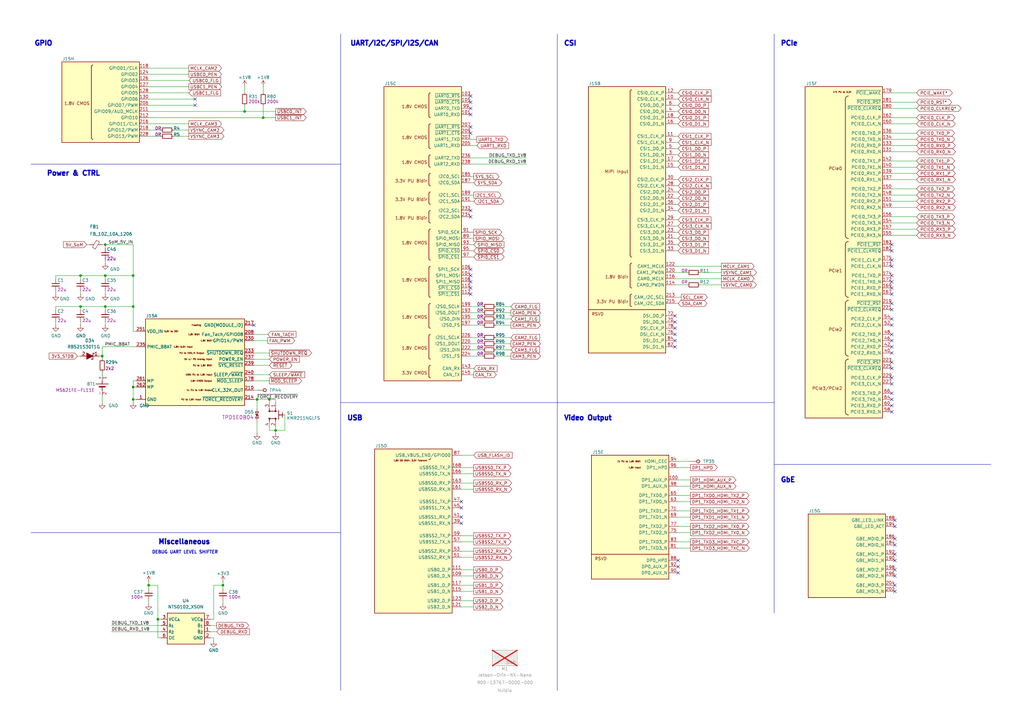
<source format=kicad_sch>
(kicad_sch (version 20231120) (generator "eeschema") (generator_version "8.0")
  (paper "A3")
  (title_block (title "Jetson Carrier Board") (date "2024-07-05") (rev "v1") (company "Argus-1 Cubesat") (comment 1 "www.antmicro.com") (comment 2 "N. Khera"))
  (lib_symbols
    (symbol "Battery_Holder_MS621FE-FL11E_1" (pin_names (offset 0))
      (property "Reference" "BT" (at 17.78 -2.54 0))
      (property "MPN" "MS621FE-FL11E" (at 17.78 -5.08 0))
      (symbol "Battery_Holder_MS621FE-FL11E_1_1_1"
        (pin passive line (at 0 0 270) (length 2.54) (name "+") (number "1"))
        (pin passive line (at 0 -8.89 90) (length 2.54) (name "-") (number "2"))
      )
    )
    (symbol "JetsonCarrier:SW_KMR211NGLFS_SMD"
      (property "Reference" "S1" (at 5.08 4.572 90))
      (property "Value" "KMR211NGLFS" (at 7.112 4.572 90))
      (symbol "SW_KMR211NGLFS_SMD_1_1"
        (pin passive line (at 0 0 0) (length 2.54) (name "~") (number "1"))
        (pin passive line (at 10.16 0 180) (length 2.54) (name "~") (number "2"))
        (pin passive line (at 0 -2.54 0) (length 2.54) (name "~") (number "3"))
        (pin passive line (at 10.16 -2.54 180) (length 2.54) (name "~") (number "4"))
        (pin passive line (at 5.08 3.81 270) (length 2.54) (name "") (number "SH"))
      )
    )
    (symbol "antmicroCapacitors0402:C_100n_0402" (pin_numbers hide) (pin_names hide)
      (property "Reference" "C" (at 20.32 -5.08 0))
      (property "Val" "100n" (at 20.32 -7.62 0))
      (symbol "C_100n_0402_1_1"
        (pin passive line (at 0 0 0) (length 2.032) (name "~") (number "1"))
        (pin passive line (at 5.08 0 180) (length 2.032) (name "~") (number "2"))
      )
    )
    (symbol "antmicroCapacitors0603:C_22u_16V_0603" (pin_numbers hide) (pin_names hide)
      (property "Reference" "C" (at 20.32 -5.08 0))
      (property "Val" "22u" (at 20.32 -7.62 0))
      (symbol "C_22u_16V_0603_1_1"
        (pin passive line (at 0 0 0) (length 2.032) (name "~") (number "1"))
        (pin passive line (at 5.08 0 180) (length 2.032) (name "~") (number "2"))
      )
    )
    (symbol "antmicroDiodesRectifiersSingle:RB521S30T1G" (pin_names hide)
      (property "Reference" "D" (at 22.86 -5.08 0))
      (property "Value" "RB521S30T1G" (at 22.86 -7.62 0))
      (symbol "RB521S30T1G_1_1"
        (pin passive line (at 7.62 0 180) (length 2.54) (name "1") (number "1"))
        (pin passive line (at 0 0 0) (length 2.54) (name "2") (number "2"))
      )
    )
    (symbol "antmicroFerriteBeadsandChips:FB_10Z_10A_WE-MPSB_1206" (pin_numbers hide) (pin_names hide)
      (property "Reference" "FB" (at 13.97 0 0))
      (property "Value" "FB_10Z_10A_1206" (at 13.97 -2.54 0))
      (symbol "FB_10Z_10A_WE-MPSB_1206_1_1"
        (pin passive line (at 0 0 0) (length 1.27) (name "~") (number "1"))
        (pin passive line (at 5.08 0 180) (length 1.27) (name "~") (number "2"))
      )
    )
    (symbol "antmicroLogicTranslatorsLevelShifters:NTS0102_XSON"
      (property "Reference" "U" (at 35.56 -2.54 0))
      (property "Value" "NTS0102_XSON" (at 35.56 -5.08 0))
      (symbol "NTS0102_XSON_1_1"
        (pin bidirectional line (at 20.32 -5.08 180) (length 2.54) (name "B_{2}") (number "1"))
        (pin power_in line (at 20.32 -7.62 180) (length 2.54) (name "GND") (number "2"))
        (pin power_in line (at 0 0 0) (length 2.54) (name "VCC_{A}") (number "3"))
        (pin bidirectional line (at 0 -5.08 0) (length 2.54) (name "A_{2}") (number "4"))
        (pin bidirectional line (at 0 -2.54 0) (length 2.54) (name "A_{1}") (number "5"))
        (pin input line (at 0 -7.62 0) (length 2.54) (name "OE") (number "6"))
        (pin power_in line (at 20.32 0 180) (length 2.54) (name "VCC_{B}") (number "7"))
        (pin bidirectional line (at 20.32 -2.54 180) (length 2.54) (name "B_{1}") (number "8"))
      )
    )
    (symbol "antmicroModules:Jetson-Orin-NX-Nano" (pin_names (offset 1.016))
      (property "Reference" "A" (at 25.4 -5.08 0))
      (property "Value" "Jetson-Orin-NX-Nano" (at 25.4 -7.62 0))
    )
    (symbol "antmicroResistors0402:R_0R_0402" (pin_numbers hide) (pin_names hide)
      (property "Reference" "R" (at 20.32 -5.08 0))
      (property "Val" "0R" (at 20.32 -7.62 0))
      (symbol "R_0R_0402_1_1"
        (pin passive line (at 0 0 0) (length 0.635) (name "~") (number "1"))
        (pin passive line (at 5.08 0 180) (length 0.635) (name "~") (number "2"))
      )
    )
    (symbol "antmicroResistors0402:R_2k2_0402" (pin_numbers hide) (pin_names hide)
      (property "Reference" "R" (at 20.32 -5.08 0))
      (property "Val" "2k2" (at 20.32 -7.62 0))
      (symbol "R_2k2_0402_1_1"
        (pin passive line (at 0 0 0) (length 0.635) (name "~") (number "1"))
        (pin passive line (at 5.08 0 180) (length 0.635) (name "~") (number "2"))
      )
    )
    (symbol "antmicroResistors0402:R_4k7_0402" (pin_numbers hide) (pin_names hide)
      (property "Reference" "R" (at 20.32 -5.08 0))
      (property "Val" "4k7" (at 20.32 -7.62 0))
      (symbol "R_4k7_0402_1_1"
        (pin passive line (at 0 0 0) (length 0.635) (name "~") (number "1"))
        (pin passive line (at 5.08 0 180) (length 0.635) (name "~") (number "2"))
      )
    )
    (symbol "antmicroSoMConnectors:Bus_DDR4_SODIMM_CUSTOM_Jetson-Orin-H9.2mm-socket"
      (property "Reference" "J" (at 62.23 -5.08 0))
      (property "MPN" "2309413-1" (at 62.23 -17.78 0))
      (symbol "Bus_DDR4_SODIMM_CUSTOM_Jetson-Orin-H9.2mm-socket_1_1"
        (text "1.8V Bidir " (at 26.67 -1.27 0) (effects (font (size 0.635 0.635)) (justify right)))
        (text "1.8V Bidir " (at 31.75 -3.81 0) (effects (font (size 0.635 0.635)) (justify right)))
        (text "1.8V CMOS Output" (at 31.115 -20.32 0) (effects (font (size 0.635 0.635)) (justify right)))
        (text "1.8V-5.5V Input" (at 15.24 -6.35 0) (effects (font (size 0.635 0.635)) (justify left)))
        (text "100k PU to 1.8V Input " (at 31.75 -17.78 0) (effects (font (size 0.635 0.635)) (justify right)))
        (text "1k PU to 1.8V Output " (at 31.75 -24.13 0) (effects (font (size 0.635 0.635)) (justify right)))
        (text "5.0V to 20V" (at 11.43 0 0) (effects (font (size 0.635 0.635)) (justify left)))
        (text "5V w/ PD Analog Input" (at 31.115 -11.43 0) (effects (font (size 0.635 0.635)) (justify right)))
        (text "Floating" (at 26.67 2.54 0) (effects (font (size 0.635 0.635)) (justify right)))
        (text "PU to 1.8V Bidir " (at 31.75 -13.97 0) (effects (font (size 0.635 0.635)) (justify right)))
        (text "PU to 1.8V Input" (at 26.67 -27.94 0) (effects (font (size 0.635 0.635)) (justify right)))
        (text "PU to VDD_IN Output" (at 27.94 -8.89 0) (effects (font (size 0.635 0.635)) (justify right)))
        (pin passive line (at 0 -27.94 0) (length 3.81) (name "GND") (number "1"))
        (pin passive line (at 0 -27.94 0) (length 3.81) hide (name "GND") (number "102"))
        (pin passive line (at 0 -27.94 0) (length 3.81) hide (name "GND") (number "107"))
        (pin passive line (at 0 -27.94 0) (length 3.81) hide (name "GND") (number "113"))
        (pin passive line (at 0 -27.94 0) (length 3.81) hide (name "GND") (number "119"))
        (pin passive line (at 0 -27.94 0) (length 3.81) hide (name "GND") (number "125"))
        (pin passive line (at 0 -27.94 0) (length 3.81) hide (name "GND") (number "129"))
        (pin passive line (at 0 -27.94 0) (length 3.81) hide (name "GND") (number "13"))
        (pin passive line (at 0 -27.94 0) (length 3.81) hide (name "GND") (number "132"))
        (pin passive line (at 0 -27.94 0) (length 3.81) hide (name "GND") (number "135"))
        (pin passive line (at 0 -27.94 0) (length 3.81) hide (name "GND") (number "138"))
        (pin passive line (at 0 -27.94 0) (length 3.81) hide (name "GND") (number "14"))
        (pin passive line (at 0 -27.94 0) (length 3.81) hide (name "GND") (number "141"))
        (pin passive line (at 0 -27.94 0) (length 3.81) hide (name "GND") (number "144"))
        (pin passive line (at 0 -27.94 0) (length 3.81) hide (name "GND") (number "146"))
        (pin passive line (at 0 -27.94 0) (length 3.81) hide (name "GND") (number "147"))
        (pin passive line (at 0 -27.94 0) (length 3.81) hide (name "GND") (number "152"))
        (pin passive line (at 0 -27.94 0) (length 3.81) hide (name "GND") (number "153"))
        (pin passive line (at 0 -27.94 0) (length 3.81) hide (name "GND") (number "158"))
        (pin passive line (at 0 -27.94 0) (length 3.81) hide (name "GND") (number "159"))
        (pin passive line (at 0 -27.94 0) (length 3.81) hide (name "GND") (number "164"))
        (pin passive line (at 0 -27.94 0) (length 3.81) hide (name "GND") (number "165"))
        (pin passive line (at 0 -27.94 0) (length 3.81) hide (name "GND") (number "170"))
        (pin passive line (at 0 -27.94 0) (length 3.81) hide (name "GND") (number "171"))
        (pin passive line (at 0 -27.94 0) (length 3.81) hide (name "GND") (number "176"))
        (pin passive line (at 0 -27.94 0) (length 3.81) hide (name "GND") (number "177"))
        (pin passive line (at 48.26 -20.32 180) (length 3.81) (name "~{MOD_SLEEP}") (number "178"))
        (pin passive line (at 0 -27.94 0) (length 3.81) hide (name "GND") (number "19"))
        (pin passive line (at 0 -27.94 0) (length 3.81) hide (name "GND") (number "2"))
        (pin passive line (at 0 -27.94 0) (length 3.81) hide (name "GND") (number "20"))
        (pin passive line (at 0 -27.94 0) (length 3.81) hide (name "GND") (number "200"))
        (pin passive line (at 0 -27.94 0) (length 3.81) hide (name "GND") (number "201"))
        (pin passive line (at 48.26 -1.27 180) (length 3.81) (name "Fan_Tach/GPIO08") (number "208"))
        (pin passive line (at 48.26 -24.13 180) (length 3.81) (name "CLK_32K_OUT") (number "210"))
        (pin passive line (at 48.26 -27.94 180) (length 3.81) (name "~{FORCE_RECOVERY}") (number "214"))
        (pin passive line (at 48.26 2.54 180) (length 3.81) (name "GND(MODULE_ID)") (number "217"))
        (pin passive line (at 48.26 -3.81 180) (length 3.81) (name "GPIO14/PWM") (number "230"))
        (pin passive line (at 0 -27.94 0) (length 3.81) hide (name "GND") (number "231"))
        (pin passive line (at 48.26 -8.89 180) (length 3.81) (name "~{SHUTDOWN_REQ}") (number "233"))
        (pin passive line (at 0 -6.35 0) (length 3.81) (name "PMIC_BBAT") (number "235"))
        (pin passive line (at 48.26 -11.43 180) (length 3.81) (name "POWER_EN") (number "237"))
        (pin passive line (at 48.26 -13.97 180) (length 3.81) (name "~{SYS_RESET}") (number "239"))
        (pin passive line (at 48.26 -17.78 180) (length 3.81) (name "SLEEP/~{WAKE}") (number "240"))
        (pin passive line (at 0 -27.94 0) (length 3.81) hide (name "GND") (number "241"))
        (pin passive line (at 0 -27.94 0) (length 3.81) hide (name "GND") (number "242"))
        (pin passive line (at 0 -27.94 0) (length 3.81) hide (name "GND") (number "243"))
        (pin passive line (at 0 -27.94 0) (length 3.81) hide (name "GND") (number "244"))
        (pin passive line (at 0 -27.94 0) (length 3.81) hide (name "GND") (number "245"))
        (pin passive line (at 0 -27.94 0) (length 3.81) hide (name "GND") (number "246"))
        (pin passive line (at 0 -27.94 0) (length 3.81) hide (name "GND") (number "247"))
        (pin passive line (at 0 -27.94 0) (length 3.81) hide (name "GND") (number "248"))
        (pin passive line (at 0 -27.94 0) (length 3.81) hide (name "GND") (number "249"))
        (pin passive line (at 0 -27.94 0) (length 3.81) hide (name "GND") (number "25"))
        (pin passive line (at 0 -27.94 0) (length 3.81) hide (name "GND") (number "250"))
        (pin passive line (at 0 0 0) (length 3.81) (name "VDD_IN") (number "251"))
        (pin passive line (at 0 0 0) (length 3.81) hide (name "VDD_IN") (number "252"))
        (pin passive line (at 0 0 0) (length 3.81) hide (name "VDD_IN") (number "253"))
        (pin passive line (at 0 0 0) (length 3.81) hide (name "VDD_IN") (number "254"))
        (pin passive line (at 0 0 0) (length 3.81) hide (name "VDD_IN") (number "255"))
        (pin passive line (at 0 0 0) (length 3.81) hide (name "VDD_IN") (number "256"))
        (pin passive line (at 0 0 0) (length 3.81) hide (name "VDD_IN") (number "257"))
        (pin passive line (at 0 0 0) (length 3.81) hide (name "VDD_IN") (number "258"))
        (pin passive line (at 0 0 0) (length 3.81) hide (name "VDD_IN") (number "259"))
        (pin passive line (at 0 -27.94 0) (length 3.81) hide (name "GND") (number "26"))
        (pin passive line (at 0 0 0) (length 3.81) hide (name "VDD_IN") (number "260"))
        (pin passive line (at 0 -20.32 0) (length 3.81) (name "MP") (number "261"))
        (pin passive line (at 0 -22.86 0) (length 3.81) (name "MP") (number "262"))
        (pin passive line (at 0 -27.94 0) (length 3.81) hide (name "GND") (number "31"))
        (pin passive line (at 0 -27.94 0) (length 3.81) hide (name "GND") (number "32"))
        (pin passive line (at 0 -27.94 0) (length 3.81) hide (name "GND") (number "37"))
        (pin passive line (at 0 -27.94 0) (length 3.81) hide (name "GND") (number "38"))
        (pin passive line (at 0 -27.94 0) (length 3.81) hide (name "GND") (number "43"))
        (pin passive line (at 0 -27.94 0) (length 3.81) hide (name "GND") (number "44"))
        (pin passive line (at 0 -27.94 0) (length 3.81) hide (name "GND") (number "49"))
        (pin passive line (at 0 -27.94 0) (length 3.81) hide (name "GND") (number "50"))
        (pin passive line (at 0 -27.94 0) (length 3.81) hide (name "GND") (number "55"))
        (pin passive line (at 0 -27.94 0) (length 3.81) hide (name "GND") (number "56"))
        (pin passive line (at 0 -27.94 0) (length 3.81) hide (name "GND") (number "61"))
        (pin passive line (at 0 -27.94 0) (length 3.81) hide (name "GND") (number "62"))
        (pin passive line (at 0 -27.94 0) (length 3.81) hide (name "GND") (number "67"))
        (pin passive line (at 0 -27.94 0) (length 3.81) hide (name "GND") (number "68"))
        (pin passive line (at 0 -27.94 0) (length 3.81) hide (name "GND") (number "7"))
        (pin passive line (at 0 -27.94 0) (length 3.81) hide (name "GND") (number "73"))
        (pin passive line (at 0 -27.94 0) (length 3.81) hide (name "GND") (number "74"))
        (pin passive line (at 0 -27.94 0) (length 3.81) hide (name "GND") (number "79"))
        (pin passive line (at 0 -27.94 0) (length 3.81) hide (name "GND") (number "8"))
        (pin passive line (at 0 -27.94 0) (length 3.81) hide (name "GND") (number "80"))
        (pin passive line (at 0 -27.94 0) (length 3.81) hide (name "GND") (number "85"))
        (pin passive line (at 0 -27.94 0) (length 3.81) hide (name "GND") (number "86"))
      )
      (symbol "Bus_DDR4_SODIMM_CUSTOM_Jetson-Orin-H9.2mm-socket_2_1"
        (text "1.8V Bidir" (at 19.05 -76.2 0) (effects (font (size 1.27 1.27)) (justify left bottom)))
        (text "3.3V PU Bidir" (at 19.05 -86.36 0) (effects (font (size 1.27 1.27)) (justify left bottom)))
        (text "MIPI Input" (at 19.05 -33.02 0) (effects (font (size 1.27 1.27)) (justify left bottom)))
        (text "RSVD" (at 29.21 -91.44 0) (effects (font (size 1.27 1.27)) (justify left bottom)))
        (pin passive line (at 0 -2.54 0) (length 3.81) (name "CSI0_CLK_N") (number "10"))
        (pin passive line (at 0 -17.78 0) (length 3.81) (name "CSI1_CLK_P") (number "11"))
        (pin passive line (at 0 -78.74 0) (length 3.81) (name "CAM0_PWDN") (number "114"))
        (pin passive line (at 0 -76.2 0) (length 3.81) (name "CAM0_MCLK") (number "116"))
        (pin passive line (at 0 0 0) (length 3.81) (name "CSI0_CLK_P") (number "12"))
        (pin passive line (at 0 -73.66 0) (length 3.81) (name "CAM1_PWDN") (number "120"))
        (pin passive line (at 0 -71.12 0) (length 3.81) (name "CAM1_MCLK") (number "122"))
        (pin passive line (at 0 -30.48 0) (length 3.81) (name "CSI1_D1_N") (number "15"))
        (pin passive line (at 0 -12.7 0) (length 3.81) (name "CSI0_D1_N") (number "16"))
        (pin passive line (at 0 -27.94 0) (length 3.81) (name "CSI1_D1_P") (number "17"))
        (pin passive line (at 0 -10.16 0) (length 3.81) (name "CSI0_D1_P") (number "18"))
        (pin passive line (at 0 -59.69 0) (length 3.81) (name "CSI3_D0_N") (number "21"))
        (pin passive line (at 0 -83.82 0) (length 3.81) (name "CAM_I2C_SCL") (number "213"))
        (pin passive line (at 0 -86.36 0) (length 3.81) (name "CAM_I2C_SDA") (number "215"))
        (pin passive line (at 0 -43.18 0) (length 3.81) (name "CSI2_D0_N") (number "22"))
        (pin passive line (at 0 -57.15 0) (length 3.81) (name "CSI3_D0_P") (number "23"))
        (pin passive line (at 0 -40.64 0) (length 3.81) (name "CSI2_D0_P") (number "24"))
        (pin passive line (at 0 -54.61 0) (length 3.81) (name "CSI3_CLK_N") (number "27"))
        (pin passive line (at 0 -38.1 0) (length 3.81) (name "CSI2_CLK_N") (number "28"))
        (pin passive line (at 0 -52.07 0) (length 3.81) (name "CSI3_CLK_P") (number "29"))
        (pin passive line (at 0 -25.4 0) (length 3.81) (name "CSI1_D0_N") (number "3"))
        (pin passive line (at 0 -35.56 0) (length 3.81) (name "CSI2_CLK_P") (number "30"))
        (pin passive line (at 0 -64.77 0) (length 3.81) (name "CSI3_D1_N") (number "33"))
        (pin passive line (at 0 -48.26 0) (length 3.81) (name "CSI2_D1_N") (number "34"))
        (pin passive line (at 0 -62.23 0) (length 3.81) (name "CSI3_D1_P") (number "35"))
        (pin passive line (at 0 -45.72 0) (length 3.81) (name "CSI2_D1_P") (number "36"))
        (pin passive line (at 0 -7.62 0) (length 3.81) (name "CSI0_D0_N") (number "4"))
        (pin passive line (at 0 -22.86 0) (length 3.81) (name "CSI1_D0_P") (number "5"))
        (pin passive line (at 0 -5.08 0) (length 3.81) (name "CSI0_D0_P") (number "6"))
        (pin passive line (at 0 -93.98 0) (length 3.81) (name "DSI_D0_N") (number "70"))
        (pin passive line (at 0 -91.44 0) (length 3.81) (name "DSI_D0_P") (number "72"))
        (pin passive line (at 0 -99.06 0) (length 3.81) (name "DSI_CLK_N") (number "76"))
        (pin passive line (at 0 -96.52 0) (length 3.81) (name "DSI_CLK_P") (number "78"))
        (pin passive line (at 0 -104.14 0) (length 3.81) (name "DSI_D1_N") (number "82"))
        (pin passive line (at 0 -101.6 0) (length 3.81) (name "DSI_D1_P") (number "84"))
        (pin passive line (at 0 -20.32 0) (length 3.81) (name "CSI1_CLK_N") (number "9"))
      )
      (symbol "Bus_DDR4_SODIMM_CUSTOM_Jetson-Orin-H9.2mm-socket_3_1"
        (text "1.8V CMOS" (at 17.78 -104.14 0) (effects (font (size 1.27 1.27)) (justify left bottom)))
        (text "1.8V CMOS" (at 17.78 -91.44 0) (effects (font (size 1.27 1.27)) (justify left bottom)))
        (text "1.8V CMOS" (at 17.78 -76.2 0) (effects (font (size 1.27 1.27)) (justify left bottom)))
        (text "1.8V CMOS" (at 17.78 -60.96 0) (effects (font (size 1.27 1.27)) (justify left bottom)))
        (text "1.8V CMOS" (at 17.78 -27.94 0) (effects (font (size 1.27 1.27)) (justify left bottom)))
        (text "1.8V CMOS" (at 17.78 -17.78 0) (effects (font (size 1.27 1.27)) (justify left bottom)))
        (text "1.8V CMOS" (at 17.78 -5.08 0) (effects (font (size 1.27 1.27)) (justify left bottom)))
        (text "1.8V PU Bidir" (at 17.78 -50.8 0) (effects (font (size 1.27 1.27)) (justify left bottom)))
        (text "3.3V CMOS" (at 17.78 -114.3 0) (effects (font (size 1.27 1.27)) (justify left bottom)))
        (text "3.3V PU Bidir" (at 17.78 -43.18 0) (effects (font (size 1.27 1.27)) (justify left bottom)))
        (text "3.3V PU Bidir" (at 17.78 -35.56 0) (effects (font (size 1.27 1.27)) (justify left bottom)))
        (pin passive line (at 0 -7.62 0) (length 3.81) (name "UART0_RXD") (number "101"))
        (pin passive line (at 0 0 0) (length 3.81) (name "~{UART0_RTS}") (number "103"))
        (pin passive line (at 0 -73.66 0) (length 3.81) (name "SPI1_MOSI") (number "104"))
        (pin passive line (at 0 -2.54 0) (length 3.81) (name "~{UART0_CTS}") (number "105"))
        (pin passive line (at 0 -71.12 0) (length 3.81) (name "SPI1_SCK") (number "106"))
        (pin passive line (at 0 -76.2 0) (length 3.81) (name "SPI1_MISO") (number "108"))
        (pin passive line (at 0 -78.74 0) (length 3.81) (name "~{SPI1_CS0}") (number "110"))
        (pin passive line (at 0 -81.28 0) (length 3.81) (name "~{SPI1_CS1}") (number "112"))
        (pin passive line (at 0 -111.76 0) (length 3.81) (name "CAN_RX") (number "143"))
        (pin passive line (at 0 -114.3 0) (length 3.81) (name "CAN_TX") (number "145"))
        (pin passive line (at 0 -33.02 0) (length 3.81) (name "I2C0_SCL") (number "185"))
        (pin passive line (at 0 -35.56 0) (length 3.81) (name "I2C0_SDA") (number "187"))
        (pin passive line (at 0 -40.64 0) (length 3.81) (name "I2C1_SCL") (number "189"))
        (pin passive line (at 0 -43.18 0) (length 3.81) (name "I2C1_SDA") (number "191"))
        (pin passive line (at 0 -88.9 0) (length 3.81) (name "I2S0_DOUT") (number "193"))
        (pin passive line (at 0 -91.44 0) (length 3.81) (name "I2S0_DIN") (number "195"))
        (pin passive line (at 0 -93.98 0) (length 3.81) (name "I2S0_FS") (number "197"))
        (pin passive line (at 0 -86.36 0) (length 3.81) (name "I2S0_SCLK") (number "199"))
        (pin passive line (at 0 -17.78 0) (length 3.81) (name "UART1_TXD") (number "203"))
        (pin passive line (at 0 -20.32 0) (length 3.81) (name "UART1_RXD") (number "205"))
        (pin passive line (at 0 -12.7 0) (length 3.81) (name "~{UART1_RTS}") (number "207"))
        (pin passive line (at 0 -15.24 0) (length 3.81) (name "~{UART1_CTS}") (number "209"))
        (pin passive line (at 0 -101.6 0) (length 3.81) (name "I2S1_DOUT") (number "220"))
        (pin passive line (at 0 -104.14 0) (length 3.81) (name "I2S1_DIN") (number "222"))
        (pin passive line (at 0 -106.68 0) (length 3.81) (name "I2S1_FS") (number "224"))
        (pin passive line (at 0 -99.06 0) (length 3.81) (name "I2S1_SCLK") (number "226"))
        (pin passive line (at 0 -46.99 0) (length 3.81) (name "I2C2_SCL") (number "232"))
        (pin passive line (at 0 -49.53 0) (length 3.81) (name "I2C2_SDA") (number "234"))
        (pin passive line (at 0 -25.4 0) (length 3.81) (name "UART2_TXD") (number "236"))
        (pin passive line (at 0 -27.94 0) (length 3.81) (name "UART2_RXD") (number "238"))
        (pin passive line (at 0 -58.42 0) (length 3.81) (name "SPI0_MOSI") (number "89"))
        (pin passive line (at 0 -55.88 0) (length 3.81) (name "SPI0_SCK") (number "91"))
        (pin passive line (at 0 -60.96 0) (length 3.81) (name "SPI0_MISO") (number "93"))
        (pin passive line (at 0 -63.5 0) (length 3.81) (name "~{SPI0_CS0}") (number "95"))
        (pin passive line (at 0 -66.04 0) (length 3.81) (name "~{SPI0_CS1}") (number "97"))
        (pin passive line (at 0 -5.08 0) (length 3.81) (name "UART0_TXD") (number "99"))
      )
      (symbol "Bus_DDR4_SODIMM_CUSTOM_Jetson-Orin-H9.2mm-socket_4_1"
        (text "1.8V OD Bidir, 3.3V Tolerant" (at 13.97 -2.54 0) (effects (font (size 0.635 0.635)) (justify left bottom)))
        (pin passive line (at 0 -49.53 0) (length 3.81) (name "USB0_D_N") (number "109"))
        (pin passive line (at 0 -46.99 0) (length 3.81) (name "USB0_D_P") (number "111"))
        (pin passive line (at 0 -55.88 0) (length 3.81) (name "USB1_D_N") (number "115"))
        (pin passive line (at 0 -53.34 0) (length 3.81) (name "USB1_D_P") (number "117"))
        (pin passive line (at 0 -62.23 0) (length 3.81) (name "USB2_D_N") (number "121"))
        (pin passive line (at 0 -59.69 0) (length 3.81) (name "USB2_D_P") (number "123"))
        (pin passive line (at 0 -13.97 0) (length 3.81) (name "USBSS0_RX_N") (number "161"))
        (pin passive line (at 0 -11.43 0) (length 3.81) (name "USBSS0_RX_P") (number "163"))
        (pin passive line (at 0 -7.62 0) (length 3.81) (name "USBSS0_TX_N") (number "166"))
        (pin passive line (at 0 -5.08 0) (length 3.81) (name "USBSS0_TX_P") (number "168"))
        (pin passive line (at 0 -27.94 0) (length 3.81) (name "USBSS1_RX_N") (number "39"))
        (pin passive line (at 0 -25.4 0) (length 3.81) (name "USBSS1_RX_P") (number "41"))
        (pin passive line (at 0 -21.59 0) (length 3.81) (name "USBSS1_TX_N") (number "45"))
        (pin passive line (at 0 -19.05 0) (length 3.81) (name "USBSS1_TX_P") (number "47"))
        (pin passive line (at 0 -41.91 0) (length 3.81) (name "USBSS2_RX_N") (number "51"))
        (pin passive line (at 0 -39.37 0) (length 3.81) (name "USBSS2_RX_P") (number "53"))
        (pin passive line (at 0 -35.56 0) (length 3.81) (name "USBSS2_TX_N") (number "57"))
        (pin passive line (at 0 -33.02 0) (length 3.81) (name "USBSS2_TX_P") (number "59"))
        (pin passive line (at 0 0 0) (length 3.81) (name "USB_VBUS_EN0/GPIO00") (number "87"))
      )
      (symbol "Bus_DDR4_SODIMM_CUSTOM_Jetson-Orin-H9.2mm-socket_5_1"
        (text "1.8V Input" (at 15.24 -2.54 0) (effects (font (size 0.635 0.635)) (justify left)))
        (text "1k PU to 1.8V Bidir" (at 15.24 0 0) (effects (font (size 0.635 0.635)) (justify left)))
        (text "RSVD" (at 29.21 -40.64 0) (effects (font (size 1.27 1.27)) (justify left bottom)))
        (pin passive line (at 0 -7.62 0) (length 3.81) (name "DP1_AUX_P") (number "100"))
        (pin passive line (at 0 -16.51 0) (length 3.81) (name "DP1_TXD0_N") (number "63"))
        (pin passive line (at 0 -13.97 0) (length 3.81) (name "DP1_TXD0_P") (number "65"))
        (pin passive line (at 0 -22.86 0) (length 3.81) (name "DP1_TXD1_N") (number "69"))
        (pin passive line (at 0 -20.32 0) (length 3.81) (name "DP1_TXD1_P") (number "71"))
        (pin passive line (at 0 -29.21 0) (length 3.81) (name "DP1_TXD2_N") (number "75"))
        (pin passive line (at 0 -26.67 0) (length 3.81) (name "DP1_TXD2_P") (number "77"))
        (pin passive line (at 0 -35.56 0) (length 3.81) (name "DP1_TXD3_N") (number "81"))
        (pin passive line (at 0 -33.02 0) (length 3.81) (name "DP1_TXD3_P") (number "83"))
        (pin passive line (at 0 -40.64 0) (length 3.81) (name "DP0_HPD") (number "88"))
        (pin passive line (at 0 -45.72 0) (length 3.81) (name "DP0_AUX_N") (number "90"))
        (pin passive line (at 0 -43.18 0) (length 3.81) (name "DP0_AUX_P") (number "92"))
        (pin passive line (at 0 0 0) (length 3.81) (name "HDMI_CEC") (number "94"))
        (pin passive line (at 0 -2.54 0) (length 3.81) (name "DP1_HPD") (number "96"))
        (pin passive line (at 0 -10.16 0) (length 3.81) (name "DP1_AUX_N") (number "98"))
      )
      (symbol "Bus_DDR4_SODIMM_CUSTOM_Jetson-Orin-H9.2mm-socket_6_1"
        (text "47k PU to 3.3V" (at 16.51 0 0) (effects (font (size 0.635 0.635)) (justify left bottom)))
        (text "PCIe0" (at 20.32 -31.75 0) (effects (font (size 1.27 1.27)) (justify left bottom)))
        (text "PCIe1" (at 20.32 -73.66 0) (effects (font (size 1.27 1.27)) (justify left bottom)))
        (text "PCIe2" (at 20.32 -97.79 0) (effects (font (size 1.27 1.27)) (justify left bottom)))
        (text "PCIe3/PCIe2" (at 20.32 -121.92 0) (effects (font (size 1.27 1.27)) (justify left bottom)))
        (pin passive line (at 0 -24.13 0) (length 3.81) (name "PCIE0_RX0_N") (number "131"))
        (pin passive line (at 0 -21.59 0) (length 3.81) (name "PCIE0_RX0_P") (number "133"))
        (pin passive line (at 0 -19.05 0) (length 3.81) (name "PCIE0_TX0_N") (number "134"))
        (pin passive line (at 0 -16.51 0) (length 3.81) (name "PCIE0_TX0_P") (number "136"))
        (pin passive line (at 0 -35.56 0) (length 3.81) (name "PCIE0_RX1_N") (number "137"))
        (pin passive line (at 0 -33.02 0) (length 3.81) (name "PCIE0_RX1_P") (number "139"))
        (pin passive line (at 0 -30.48 0) (length 3.81) (name "PCIE0_TX1_N") (number "140"))
        (pin passive line (at 0 -27.94 0) (length 3.81) (name "PCIE0_TX1_P") (number "142"))
        (pin passive line (at 0 -41.91 0) (length 3.81) (name "PCIE0_TX2_N") (number "148"))
        (pin passive line (at 0 -46.99 0) (length 3.81) (name "PCIE0_RX2_N") (number "149"))
        (pin passive line (at 0 -39.37 0) (length 3.81) (name "PCIE0_TX2_P") (number "150"))
        (pin passive line (at 0 -44.45 0) (length 3.81) (name "PCIE0_RX2_P") (number "151"))
        (pin passive line (at 0 -53.34 0) (length 3.81) (name "PCIE0_TX3_N") (number "154"))
        (pin passive line (at 0 -58.42 0) (length 3.81) (name "PCIE0_RX3_N") (number "155"))
        (pin passive line (at 0 -50.8 0) (length 3.81) (name "PCIE0_TX3_P") (number "156"))
        (pin passive line (at 0 -55.88 0) (length 3.81) (name "PCIE0_RX3_P") (number "157"))
        (pin passive line (at 0 -12.7 0) (length 3.81) (name "PCIE0_CLK_N") (number "160"))
        (pin passive line (at 0 -10.16 0) (length 3.81) (name "PCIE0_CLK_P") (number "162"))
        (pin passive line (at 0 -82.55 0) (length 3.81) (name "PCIE1_RX0_N") (number "167"))
        (pin passive line (at 0 -80.01 0) (length 3.81) (name "PCIE1_RX0_P") (number "169"))
        (pin passive line (at 0 -77.47 0) (length 3.81) (name "PCIE1_TX0_N") (number "172"))
        (pin passive line (at 0 -71.12 0) (length 3.81) (name "PCIE1_CLK_N") (number "173"))
        (pin passive line (at 0 -74.93 0) (length 3.81) (name "PCIE1_TX0_P") (number "174"))
        (pin passive line (at 0 -68.58 0) (length 3.81) (name "PCIE1_CLK_P") (number "175"))
        (pin passive line (at 0 0 0) (length 3.81) (name "~{PCIE_WAKE}") (number "179"))
        (pin passive line (at 0 -6.35 0) (length 3.81) (name "~{PCIE0_CLKREQ}") (number "180"))
        (pin passive line (at 0 -3.81 0) (length 3.81) (name "~{PCIE0_RST}") (number "181"))
        (pin passive line (at 0 -64.77 0) (length 3.81) (name "~{PCIE1_CLKREQ}") (number "182"))
        (pin passive line (at 0 -62.23 0) (length 3.81) (name "~{PCIE1_RST}") (number "183"))
        (pin passive line (at 0 -86.36 0) (length 3.81) (name "~{PCIE2_RST}") (number "219"))
        (pin passive line (at 0 -88.9 0) (length 3.81) (name "~{PCIE2_CLKREQ}") (number "221"))
        (pin passive line (at 0 -110.49 0) (length 3.81) (name "~{PCIE3_RST}") (number "223"))
        (pin passive line (at 0 -113.03 0) (length 3.81) (name "~{PCIE3_CLKREQ}") (number "225"))
        (pin passive line (at 0 -119.38 0) (length 3.81) (name "PCIE3_CLK_N") (number "227"))
        (pin passive line (at 0 -116.84 0) (length 3.81) (name "PCIE3_CLK_P") (number "229"))
        (pin passive line (at 0 -106.68 0) (length 3.81) (name "PCIE2_RX0_N") (number "40"))
        (pin passive line (at 0 -104.14 0) (length 3.81) (name "PCIE2_RX0_P") (number "42"))
        (pin passive line (at 0 -101.6 0) (length 3.81) (name "PCIE2_TX0_N") (number "46"))
        (pin passive line (at 0 -99.06 0) (length 3.81) (name "PCIE2_TX0_P") (number "48"))
        (pin passive line (at 0 -95.25 0) (length 3.81) (name "PCIE2_CLK_N") (number "52"))
        (pin passive line (at 0 -92.71 0) (length 3.81) (name "PCIE2_CLK_P") (number "54"))
        (pin passive line (at 0 -130.81 0) (length 3.81) (name "PCIE3_RX0_N") (number "58"))
        (pin passive line (at 0 -128.27 0) (length 3.81) (name "PCIE3_RX0_P") (number "60"))
        (pin passive line (at 0 -125.73 0) (length 3.81) (name "PCIE3_TX0_N") (number "64"))
        (pin passive line (at 0 -123.19 0) (length 3.81) (name "PCIE3_TX0_P") (number "66"))
      )
      (symbol "Bus_DDR4_SODIMM_CUSTOM_Jetson-Orin-H9.2mm-socket_7_1"
        (pin passive line (at 0 -10.16 0) (length 3.81) (name "GBE_MDI0_N") (number "184"))
        (pin passive line (at 0 -7.62 0) (length 3.81) (name "GBE_MDI0_P") (number "186"))
        (pin passive line (at 0 0 0) (length 3.81) (name "GBE_LED_LINK") (number "188"))
        (pin passive line (at 0 -16.51 0) (length 3.81) (name "GBE_MDI1_N") (number "190"))
        (pin passive line (at 0 -13.97 0) (length 3.81) (name "GBE_MDI1_P") (number "192"))
        (pin passive line (at 0 -2.54 0) (length 3.81) (name "GBE_LED_ACT") (number "194"))
        (pin passive line (at 0 -22.86 0) (length 3.81) (name "GBE_MDI2_N") (number "196"))
        (pin passive line (at 0 -20.32 0) (length 3.81) (name "GBE_MDI2_P") (number "198"))
        (pin passive line (at 0 -29.21 0) (length 3.81) (name "GBE_MDI3_N") (number "202"))
        (pin passive line (at 0 -26.67 0) (length 3.81) (name "GBE_MDI3_P") (number "204"))
      )
      (symbol "Bus_DDR4_SODIMM_CUSTOM_Jetson-Orin-H9.2mm-socket_8_1"
        (text "1.8V CMOS" (at 24.13 -15.24 0) (effects (font (size 1.27 1.27)) (justify left bottom)))
        (pin passive line (at 0 0 0) (length 3.81) (name "GPIO01/CLK") (number "118"))
        (pin passive line (at 0 -2.54 0) (length 3.81) (name "GPIO02") (number "124"))
        (pin passive line (at 0 -5.08 0) (length 3.81) (name "GPIO03") (number "126"))
        (pin passive line (at 0 -7.62 0) (length 3.81) (name "GPIO04") (number "127"))
        (pin passive line (at 0 -10.16 0) (length 3.81) (name "GPIO05") (number "128"))
        (pin passive line (at 0 -12.7 0) (length 3.81) (name "GPIO06") (number "130"))
        (pin passive line (at 0 -15.24 0) (length 3.81) (name "GPIO07/PWM") (number "206"))
        (pin passive line (at 0 -17.78 0) (length 3.81) (name "GPIO09/AUD_MCLK") (number "211"))
        (pin passive line (at 0 -20.32 0) (length 3.81) (name "GPIO10") (number "212"))
        (pin passive line (at 0 -22.86 0) (length 3.81) (name "GPIO11/CLK") (number "216"))
        (pin passive line (at 0 -25.4 0) (length 3.81) (name "GPIO12/PWM") (number "218"))
        (pin passive line (at 0 -27.94 0) (length 3.81) (name "GPIO13/PWM") (number "228"))
      )
    )
    (symbol "antmicroTVSDiodes:TPD1E0B04_XDFN-2" (pin_numbers hide) (pin_names hide)
      (property "Reference" "D" (at 15.24 0 0))
      (property "Value" "TPD1E0B04_XDFN-2" (at 15.24 -2.54 0))
      (symbol "TPD1E0B04_XDFN-2_1_1"
        (pin passive line (at 0 0 0) (length 1.27) (name "1") (number "1"))
        (pin passive line (at 5.08 0 180) (length 1.27) (name "2") (number "2"))
      )
    )
    (symbol "antmicroTestPoints:TP_0.75mm_SMD" (pin_numbers hide) (pin_names hide)
      (property "Reference" "TP" (at 17.78 -5.08 0))
      (symbol "TP_0.75mm_SMD_1_1"
        (pin passive line (at 0 0 0) (length 2.54) (name "1") (number "1"))
      )
    )
    (symbol "jetson-orin-baseboard:GND_10" (power) (pin_numbers hide) (pin_names hide)
      (property "Reference" "#PWR" (at 8.89 -2.54 0))
      (symbol "GND_10_1_1"
        (pin power_in line (at 0 0 270) (length 0) (name "GND") (number "1"))
      )
    )
    (symbol "jetson-orin-baseboard:GND_11" (power) (pin_numbers hide) (pin_names hide)
      (property "Reference" "#PWR" (at 8.89 -2.54 0))
      (symbol "GND_11_1_1"
        (pin power_in line (at 0 0 270) (length 0) (name "GND") (number "1"))
      )
    )
    (symbol "jetson-orin-baseboard:GND_12" (power) (pin_numbers hide) (pin_names hide)
      (property "Reference" "#PWR" (at 8.89 -2.54 0))
      (symbol "GND_12_1_1"
        (pin power_in line (at 0 0 270) (length 0) (name "GND") (number "1"))
      )
    )
    (symbol "jetson-orin-baseboard:GND_13" (power) (pin_numbers hide) (pin_names hide)
      (property "Reference" "#PWR" (at 8.89 -2.54 0))
      (symbol "GND_13_1_1"
        (pin power_in line (at 0 0 270) (length 0) (name "GND") (number "1"))
      )
    )
    (symbol "jetson-orin-baseboard:GND_14" (power) (pin_numbers hide) (pin_names hide)
      (property "Reference" "#PWR" (at 8.89 -2.54 0))
      (symbol "GND_14_1_1"
        (pin power_in line (at 0 0 270) (length 0) (name "GND") (number "1"))
      )
    )
    (symbol "jetson-orin-baseboard:Jetson-Orin-9.2H-socket" (pin_names (offset 1.016))
      (property "Reference" "A" (at 1.27 1.27 0))
      (property "Manufacturer" "TE" (at 24.13 1.27 0))
      (property "MPN" "2309413-1" (at 31.75 1.27 0))
      (symbol "Jetson-Orin-9.2H-socket_1_1"
        (text "1.8V Bidir " (at 22.86 -7.62 0) (effects (font (size 0.762 0.762)) (justify right)))
        (text "1.8V Bidir " (at 27.305 -10.16 0) (effects (font (size 0.762 0.762)) (justify right)))
        (text "1.8V CMOS Output" (at 27.305 -27.94 0) (effects (font (size 0.762 0.762)) (justify right)))
        (text "1.8V-5.5V Input" (at 11.43 -43.18 0) (effects (font (size 0.762 0.762)) (justify left)))
        (text "100k PU to 1.8V Input " (at 26.67 -25.4 0) (effects (font (size 0.762 0.762)) (justify right)))
        (text "1k PU to 1.8V Output " (at 26.67 -33.02 0) (effects (font (size 0.762 0.762)) (justify right)))
        (text "5.0V to 20V" (at 9.525 -16.51 900) (effects (font (size 1.27 1.27))))
        (text "5V w/ PD Analog Input" (at 29.21 -17.78 0) (effects (font (size 0.762 0.762)) (justify right)))
        (text "Floating" (at 22.86 -2.54 0) (effects (font (size 0.762 0.762)) (justify right)))
        (text "PU to 1.8V Bidir " (at 28.575 -20.32 0) (effects (font (size 0.762 0.762)) (justify right)))
        (text "PU to 1.8V Input" (at 21.59 -38.1 0) (effects (font (size 0.762 0.762)) (justify right)))
        (text "PU to VDD_IN Output" (at 23.495 -15.24 0) (effects (font (size 0.762 0.762)) (justify right)))
        (pin passive line (at -5.08 -48.26 0) (length 5.08) (name "GND") (number "1"))
        (pin passive line (at -5.08 -124.46 0) (length 5.08) (name "GND") (number "102"))
        (pin passive line (at -5.08 -127 0) (length 5.08) (name "GND") (number "107"))
        (pin passive line (at -5.08 -129.54 0) (length 5.08) (name "GND") (number "113"))
        (pin passive line (at 45.72 -116.84 180) (length 5.08) (name "GND") (number "119"))
        (pin passive line (at 45.72 -119.38 180) (length 5.08) (name "GND") (number "125"))
        (pin passive line (at 45.72 -121.92 180) (length 5.08) (name "GND") (number "129"))
        (pin passive line (at -5.08 -58.42 0) (length 5.08) (name "GND") (number "13"))
        (pin passive line (at 45.72 -124.46 180) (length 5.08) (name "GND") (number "132"))
        (pin passive line (at 45.72 -127 180) (length 5.08) (name "GND") (number "135"))
        (pin passive line (at 45.72 -48.26 180) (length 5.08) (name "GND") (number "138"))
        (pin passive line (at -5.08 -60.96 0) (length 5.08) (name "GND") (number "14"))
        (pin passive line (at 45.72 -50.8 180) (length 5.08) (name "GND") (number "141"))
        (pin passive line (at 45.72 -53.34 180) (length 5.08) (name "GND") (number "144"))
        (pin passive line (at 45.72 -55.88 180) (length 5.08) (name "GND") (number "146"))
        (pin passive line (at 45.72 -58.42 180) (length 5.08) (name "GND") (number "147"))
        (pin passive line (at 45.72 -60.96 180) (length 5.08) (name "GND") (number "152"))
        (pin passive line (at 45.72 -63.5 180) (length 5.08) (name "GND") (number "153"))
        (pin passive line (at 45.72 -66.04 180) (length 5.08) (name "GND") (number "158"))
        (pin passive line (at 45.72 -68.58 180) (length 5.08) (name "GND") (number "159"))
        (pin passive line (at 45.72 -71.12 180) (length 5.08) (name "GND") (number "164"))
        (pin passive line (at 45.72 -73.66 180) (length 5.08) (name "GND") (number "165"))
        (pin passive line (at 45.72 -76.2 180) (length 5.08) (name "GND") (number "170"))
        (pin passive line (at 45.72 -78.74 180) (length 5.08) (name "GND") (number "171"))
        (pin passive line (at 45.72 -81.28 180) (length 5.08) (name "GND") (number "176"))
        (pin passive line (at 45.72 -83.82 180) (length 5.08) (name "GND") (number "177"))
        (pin passive line (at 45.72 -27.94 180) (length 5.08) (name "MOD_SLEEP*") (number "178"))
        (pin passive line (at -5.08 -63.5 0) (length 5.08) (name "GND") (number "19"))
        (pin passive line (at -5.08 -50.8 0) (length 5.08) (name "GND") (number "2"))
        (pin passive line (at -5.08 -66.04 0) (length 5.08) (name "GND") (number "20"))
        (pin passive line (at 45.72 -86.36 180) (length 5.08) (name "GND") (number "200"))
        (pin passive line (at 45.72 -88.9 180) (length 5.08) (name "GND") (number "201"))
        (pin passive line (at 45.72 -7.62 180) (length 5.08) (name "Fan_Tach/GPIO08") (number "208"))
        (pin passive line (at 45.72 -33.02 180) (length 5.08) (name "CLK_32K_OUT") (number "210"))
        (pin passive line (at 45.72 -38.1 180) (length 5.08) (name "FORCE_RECOVERY*") (number "214"))
        (pin passive line (at 45.72 -2.54 180) (length 5.08) (name "GND(MODULE_ID)") (number "217"))
        (pin passive line (at 45.72 -10.16 180) (length 5.08) (name "GPIO14/PWM") (number "230"))
        (pin passive line (at 45.72 -91.44 180) (length 5.08) (name "GND") (number "231"))
        (pin passive line (at 45.72 -15.24 180) (length 5.08) (name "SHUTDOWN_REQ*") (number "233"))
        (pin passive line (at -5.08 -43.18 0) (length 5.08) (name "PMIC_BBAT") (number "235"))
        (pin passive line (at 45.72 -17.78 180) (length 5.08) (name "POWER_EN") (number "237"))
        (pin passive line (at 45.72 -20.32 180) (length 5.08) (name "SYS_RESET*") (number "239"))
        (pin passive line (at 45.72 -25.4 180) (length 5.08) (name "SLEEP/WAKE*") (number "240"))
        (pin passive line (at 45.72 -93.98 180) (length 5.08) (name "GND") (number "241"))
        (pin passive line (at 45.72 -96.52 180) (length 5.08) (name "GND") (number "242"))
        (pin passive line (at 45.72 -99.06 180) (length 5.08) (name "GND") (number "243"))
        (pin passive line (at 45.72 -101.6 180) (length 5.08) (name "GND") (number "244"))
        (pin passive line (at 45.72 -104.14 180) (length 5.08) (name "GND") (number "245"))
        (pin passive line (at 45.72 -106.68 180) (length 5.08) (name "GND") (number "246"))
        (pin passive line (at 45.72 -109.22 180) (length 5.08) (name "GND") (number "247"))
        (pin passive line (at 45.72 -111.76 180) (length 5.08) (name "GND") (number "248"))
        (pin passive line (at 45.72 -114.3 180) (length 5.08) (name "GND") (number "249"))
        (pin passive line (at -5.08 -68.58 0) (length 5.08) (name "GND") (number "25"))
        (pin passive line (at 45.72 -129.54 180) (length 5.08) (name "GND") (number "250"))
        (pin passive line (at -5.08 -5.08 0) (length 5.08) (name "VDD_IN") (number "251"))
        (pin passive line (at -5.08 -7.62 0) (length 5.08) (name "VDD_IN") (number "252"))
        (pin passive line (at -5.08 -10.16 0) (length 5.08) (name "VDD_IN") (number "253"))
        (pin passive line (at -5.08 -12.7 0) (length 5.08) (name "VDD_IN") (number "254"))
        (pin passive line (at -5.08 -15.24 0) (length 5.08) (name "VDD_IN") (number "255"))
        (pin passive line (at -5.08 -17.78 0) (length 5.08) (name "VDD_IN") (number "256"))
        (pin passive line (at -5.08 -20.32 0) (length 5.08) (name "VDD_IN") (number "257"))
        (pin passive line (at -5.08 -22.86 0) (length 5.08) (name "VDD_IN") (number "258"))
        (pin passive line (at -5.08 -25.4 0) (length 5.08) (name "VDD_IN") (number "259"))
        (pin passive line (at -5.08 -71.12 0) (length 5.08) (name "GND") (number "26"))
        (pin passive line (at -5.08 -27.94 0) (length 5.08) (name "VDD_IN") (number "260"))
        (pin no_connect line (at 45.72 -45.72 180) (length 5.08) (name "MP") (number "261"))
        (pin no_connect line (at 45.72 -43.18 180) (length 5.08) (name "MP") (number "262"))
        (pin passive line (at -5.08 -73.66 0) (length 5.08) (name "GND") (number "31"))
        (pin passive line (at -5.08 -76.2 0) (length 5.08) (name "GND") (number "32"))
        (pin passive line (at -5.08 -78.74 0) (length 5.08) (name "GND") (number "37"))
        (pin passive line (at -5.08 -81.28 0) (length 5.08) (name "GND") (number "38"))
        (pin passive line (at -5.08 -83.82 0) (length 5.08) (name "GND") (number "43"))
        (pin passive line (at -5.08 -86.36 0) (length 5.08) (name "GND") (number "44"))
        (pin passive line (at -5.08 -88.9 0) (length 5.08) (name "GND") (number "49"))
        (pin passive line (at -5.08 -91.44 0) (length 5.08) (name "GND") (number "50"))
        (pin passive line (at -5.08 -93.98 0) (length 5.08) (name "GND") (number "55"))
        (pin passive line (at -5.08 -96.52 0) (length 5.08) (name "GND") (number "56"))
        (pin passive line (at -5.08 -99.06 0) (length 5.08) (name "GND") (number "61"))
        (pin passive line (at -5.08 -101.6 0) (length 5.08) (name "GND") (number "62"))
        (pin passive line (at -5.08 -104.14 0) (length 5.08) (name "GND") (number "67"))
        (pin passive line (at -5.08 -106.68 0) (length 5.08) (name "GND") (number "68"))
        (pin passive line (at -5.08 -53.34 0) (length 5.08) (name "GND") (number "7"))
        (pin passive line (at -5.08 -109.22 0) (length 5.08) (name "GND") (number "73"))
        (pin passive line (at -5.08 -111.76 0) (length 5.08) (name "GND") (number "74"))
        (pin passive line (at -5.08 -114.3 0) (length 5.08) (name "GND") (number "79"))
        (pin passive line (at -5.08 -55.88 0) (length 5.08) (name "GND") (number "8"))
        (pin passive line (at -5.08 -116.84 0) (length 5.08) (name "GND") (number "80"))
        (pin passive line (at -5.08 -119.38 0) (length 5.08) (name "GND") (number "85"))
        (pin passive line (at -5.08 -121.92 0) (length 5.08) (name "GND") (number "86"))
      )
      (symbol "Jetson-Orin-9.2H-socket_2_1"
        (text "1.8V Bidir" (at 15.24 -80.01 0) (effects (font (size 1.27 1.27)) (justify left)))
        (text "3.3V PU Bidir" (at 15.24 -90.17 0) (effects (font (size 1.27 1.27)) (justify left)))
        (text "MIPI Input" (at 15.24 -38.1 0) (effects (font (size 1.27 1.27)) (justify left)))
        (text "RSVD" (at 26.67 -95.25 0) (effects (font (size 1.27 1.27) (bold yes))))
        (pin passive line (at -5.08 -5.08 0) (length 5.08) (name "CSI0_CLK_N") (number "10"))
        (pin passive line (at -5.08 -25.4 0) (length 5.08) (name "CSI1_CLK_P") (number "11"))
        (pin passive line (at -5.08 -83.82 0) (length 5.08) (name "CAM0_PWDN") (number "114"))
        (pin passive line (at -5.08 -81.28 0) (length 5.08) (name "CAM0_MCLK") (number "116"))
        (pin passive line (at -5.08 -7.62 0) (length 5.08) (name "CSI0_CLK_P") (number "12"))
        (pin passive line (at -5.08 -78.74 0) (length 5.08) (name "CAM1_PWDN") (number "120"))
        (pin passive line (at -5.08 -76.2 0) (length 5.08) (name "CAM1_MCLK") (number "122"))
        (pin passive line (at -5.08 -33.02 0) (length 5.08) (name "CSI1_D1_N") (number "15"))
        (pin passive line (at -5.08 -15.24 0) (length 5.08) (name "CSI0_D1_N") (number "16"))
        (pin passive line (at -5.08 -35.56 0) (length 5.08) (name "CSI1_D1_P") (number "17"))
        (pin passive line (at -5.08 -17.78 0) (length 5.08) (name "CSI0_D1_P") (number "18"))
        (pin passive line (at -5.08 -63.5 0) (length 5.08) (name "CSI3_D0_N") (number "21"))
        (pin passive line (at -5.08 -88.9 0) (length 5.08) (name "CAM_I2C_SCL") (number "213"))
        (pin passive line (at -5.08 -91.44 0) (length 5.08) (name "CAM_I2C_SDA") (number "215"))
        (pin passive line (at -5.08 -45.72 0) (length 5.08) (name "CSI2_D0_N") (number "22"))
        (pin passive line (at -5.08 -66.04 0) (length 5.08) (name "CSI3_D0_P") (number "23"))
        (pin passive line (at -5.08 -48.26 0) (length 5.08) (name "CSI2_D0_P") (number "24"))
        (pin passive line (at -5.08 -58.42 0) (length 5.08) (name "CSI3_CLK_N") (number "27"))
        (pin passive line (at -5.08 -40.64 0) (length 5.08) (name "CSI2_CLK_N") (number "28"))
        (pin passive line (at -5.08 -60.96 0) (length 5.08) (name "CSI3_CLK_P") (number "29"))
        (pin passive line (at -5.08 -27.94 0) (length 5.08) (name "CSI1_D0_N") (number "3"))
        (pin passive line (at -5.08 -43.18 0) (length 5.08) (name "CSI2_CLK_P") (number "30"))
        (pin passive line (at -5.08 -68.58 0) (length 5.08) (name "CSI3_D1_N") (number "33"))
        (pin passive line (at -5.08 -50.8 0) (length 5.08) (name "CSI2_D1_N") (number "34"))
        (pin passive line (at -5.08 -71.12 0) (length 5.08) (name "CSI3_D1_P") (number "35"))
        (pin passive line (at -5.08 -53.34 0) (length 5.08) (name "CSI2_D1_P") (number "36"))
        (pin passive line (at -5.08 -10.16 0) (length 5.08) (name "CSI0_D0_N") (number "4"))
        (pin passive line (at -5.08 -30.48 0) (length 5.08) (name "CSI1_D0_P") (number "5"))
        (pin passive line (at -5.08 -12.7 0) (length 5.08) (name "CSI0_D0_P") (number "6"))
        (pin passive line (at -5.08 -96.52 0) (length 5.08) (name "DSI_D0_N") (number "70"))
        (pin passive line (at -5.08 -99.06 0) (length 5.08) (name "DSI_D0_P") (number "72"))
        (pin passive line (at -5.08 -101.6 0) (length 5.08) (name "DSI_CLK_N") (number "76"))
        (pin passive line (at -5.08 -104.14 0) (length 5.08) (name "DSI_CLK_P") (number "78"))
        (pin passive line (at -5.08 -106.68 0) (length 5.08) (name "DSI_D1_N") (number "82"))
        (pin passive line (at -5.08 -109.22 0) (length 5.08) (name "DSI_D1_P") (number "84"))
        (pin passive line (at -5.08 -22.86 0) (length 5.08) (name "CSI1_CLK_N") (number "9"))
      )
      (symbol "Jetson-Orin-9.2H-socket_3_1"
        (text "1.8V CMOS" (at 13.97 -107.95 0) (effects (font (size 1.27 1.27)) (justify left)))
        (text "1.8V CMOS" (at 13.97 -95.25 0) (effects (font (size 1.27 1.27)) (justify left)))
        (text "1.8V CMOS" (at 13.97 -81.285 0) (effects (font (size 1.27 1.27)) (justify left)))
        (text "1.8V CMOS" (at 13.97 -66.04 0) (effects (font (size 1.27 1.27)) (justify left)))
        (text "1.8V CMOS" (at 13.97 -31.75 0) (effects (font (size 1.27 1.27)) (justify left)))
        (text "1.8V CMOS" (at 13.97 -21.59 0) (effects (font (size 1.27 1.27)) (justify left)))
        (text "1.8V CMOS" (at 13.97 -8.885 0) (effects (font (size 1.27 1.27)) (justify left)))
        (text "1.8V PU Bidir" (at 13.97 -54.605 0) (effects (font (size 1.27 1.27)) (justify left)))
        (text "3.3V CMOS" (at 13.97 -118.105 0) (effects (font (size 1.27 1.27)) (justify left)))
        (text "3.3V PU Bidir" (at 13.97 -46.99 0) (effects (font (size 1.27 1.27)) (justify left)))
        (text "3.3V PU Bidir" (at 13.97 -39.365 0) (effects (font (size 1.27 1.27)) (justify left)))
        (pin passive line (at -5.08 -12.7 0) (length 5.08) (name "UART0_RXD") (number "101"))
        (pin passive line (at -5.08 -5.08 0) (length 5.08) (name "UART0_RTS*") (number "103"))
        (pin passive line (at -5.08 -78.74 0) (length 5.08) (name "SPI1_MOSI") (number "104"))
        (pin passive line (at -5.08 -7.62 0) (length 5.08) (name "UART0_CTS*") (number "105"))
        (pin passive line (at -5.08 -76.2 0) (length 5.08) (name "SPI1_SCK") (number "106"))
        (pin passive line (at -5.08 -81.28 0) (length 5.08) (name "SPI1_MISO") (number "108"))
        (pin passive line (at -5.08 -83.82 0) (length 5.08) (name "SPI1_CS0*") (number "110"))
        (pin passive line (at -5.08 -86.36 0) (length 5.08) (name "SPI1_CS1*") (number "112"))
        (pin passive line (at -5.08 -116.84 0) (length 5.08) (name "CAN_RX") (number "143"))
        (pin passive line (at -5.08 -119.38 0) (length 5.08) (name "CAN_TX") (number "145"))
        (pin passive line (at -5.08 -38.1 0) (length 5.08) (name "I2C0_SCL") (number "185"))
        (pin passive line (at -5.08 -40.64 0) (length 5.08) (name "I2C0_SDA") (number "187"))
        (pin passive line (at -5.08 -45.72 0) (length 5.08) (name "I2C1_SCL") (number "189"))
        (pin passive line (at -5.08 -48.26 0) (length 5.08) (name "I2C1_SDA") (number "191"))
        (pin passive line (at -5.08 -93.98 0) (length 5.08) (name "I2S0_DOUT") (number "193"))
        (pin passive line (at -5.08 -96.52 0) (length 5.08) (name "I2S0_DIN") (number "195"))
        (pin passive line (at -5.08 -99.06 0) (length 5.08) (name "I2S0_FS") (number "197"))
        (pin passive line (at -5.08 -91.44 0) (length 5.08) (name "I2S0_SCLK") (number "199"))
        (pin passive line (at -5.08 -22.86 0) (length 5.08) (name "UART1_TXD") (number "203"))
        (pin passive line (at -5.08 -25.4 0) (length 5.08) (name "UART1_RXD") (number "205"))
        (pin passive line (at -5.08 -17.78 0) (length 5.08) (name "UART1_RTS*") (number "207"))
        (pin passive line (at -5.08 -20.32 0) (length 5.08) (name "UART1_CTS*") (number "209"))
        (pin passive line (at -5.08 -106.68 0) (length 5.08) (name "I2S1_DOUT") (number "220"))
        (pin passive line (at -5.08 -109.22 0) (length 5.08) (name "I2S1_DIN") (number "222"))
        (pin passive line (at -5.08 -111.76 0) (length 5.08) (name "I2S1_FS") (number "224"))
        (pin passive line (at -5.08 -104.14 0) (length 5.08) (name "I2S1_SCLK") (number "226"))
        (pin passive line (at -5.08 -53.34 0) (length 5.08) (name "I2C2_SCL") (number "232"))
        (pin passive line (at -5.08 -55.88 0) (length 5.08) (name "I2C2_SDA") (number "234"))
        (pin passive line (at -5.08 -30.48 0) (length 5.08) (name "UART2_TXD") (number "236"))
        (pin passive line (at -5.08 -33.02 0) (length 5.08) (name "UART2_RXD") (number "238"))
        (pin passive line (at -5.08 -63.5 0) (length 5.08) (name "SPI0_MOSI") (number "89"))
        (pin passive line (at -5.08 -60.96 0) (length 5.08) (name "SPI0_SCK") (number "91"))
        (pin passive line (at -5.08 -66.04 0) (length 5.08) (name "SPI0_MISO") (number "93"))
        (pin passive line (at -5.08 -68.58 0) (length 5.08) (name "SPI0_CS0*") (number "95"))
        (pin passive line (at -5.08 -71.12 0) (length 5.08) (name "SPI0_CS1*") (number "97"))
        (pin passive line (at -5.08 -10.16 0) (length 5.08) (name "UART0_TXD") (number "99"))
      )
      (symbol "Jetson-Orin-9.2H-socket_4_1"
        (text "1.8V OD Bidir, 3.3V Tolerant" (at 13.97 -6.985 0) (effects (font (size 0.762 0.762)) (justify left)))
        (pin passive line (at -5.08 -48.26 0) (length 5.08) (name "USB0_D_N") (number "109"))
        (pin passive line (at -5.08 -50.8 0) (length 5.08) (name "USB0_D_P") (number "111"))
        (pin passive line (at -5.08 -55.88 0) (length 5.08) (name "USB1_D_N") (number "115"))
        (pin passive line (at -5.08 -58.42 0) (length 5.08) (name "USB1_D_P") (number "117"))
        (pin passive line (at -5.08 -63.5 0) (length 5.08) (name "USB2_D_N") (number "121"))
        (pin passive line (at -5.08 -66.04 0) (length 5.08) (name "USB2_D_P") (number "123"))
        (pin passive line (at -5.08 -15.24 0) (length 5.08) (name "USBSS0_RX_N") (number "161"))
        (pin passive line (at -5.08 -17.78 0) (length 5.08) (name "USBSS0_RX_P") (number "163"))
        (pin passive line (at -5.08 -10.16 0) (length 5.08) (name "USBSS0_TX_N") (number "166"))
        (pin passive line (at -5.08 -12.7 0) (length 5.08) (name "USBSS0_TX_P") (number "168"))
        (pin passive line (at -5.08 -27.94 0) (length 5.08) (name "USBSS1_RX_N") (number "39"))
        (pin passive line (at -5.08 -30.48 0) (length 5.08) (name "USBSS1_RX_P") (number "41"))
        (pin passive line (at -5.08 -22.86 0) (length 5.08) (name "USBSS1_TX_N") (number "45"))
        (pin passive line (at -5.08 -25.4 0) (length 5.08) (name "USBSS1_TX_P") (number "47"))
        (pin passive line (at -5.08 -40.64 0) (length 5.08) (name "USBSS2_RX_N") (number "51"))
        (pin passive line (at -5.08 -43.18 0) (length 5.08) (name "USBSS2_RX_P") (number "53"))
        (pin passive line (at -5.08 -35.56 0) (length 5.08) (name "USBSS2_TX_N") (number "57"))
        (pin passive line (at -5.08 -38.1 0) (length 5.08) (name "USBSS2_TX_P") (number "59"))
        (pin passive line (at -5.08 -5.08 0) (length 5.08) (name "USB_VBUS_EN0/GPIO00") (number "87"))
      )
      (symbol "Jetson-Orin-9.2H-socket_5_1"
        (text "1.8V Input" (at 10.795 -7.62 0) (effects (font (size 0.762 0.762)) (justify left)))
        (text "1k PU to 1.8V Bidir" (at 10.795 -5.08 0) (effects (font (size 0.762 0.762)) (justify left)))
        (text "RSVD" (at 26.67 -49.53 0) (effects (font (size 1.27 1.27) (bold yes))))
        (pin passive line (at -5.08 -15.24 0) (length 5.08) (name "DP1_AUX_P") (number "100"))
        (pin passive line (at -5.08 -20.32 0) (length 5.08) (name "DP1_TXD0_N") (number "63"))
        (pin passive line (at -5.08 -22.86 0) (length 5.08) (name "DP1_TXD0_P") (number "65"))
        (pin passive line (at -5.08 -27.94 0) (length 5.08) (name "DP1_TXD1_N") (number "69"))
        (pin passive line (at -5.08 -30.48 0) (length 5.08) (name "DP1_TXD1_P") (number "71"))
        (pin passive line (at -5.08 -35.56 0) (length 5.08) (name "DP1_TXD2_N") (number "75"))
        (pin passive line (at -5.08 -38.1 0) (length 5.08) (name "DP1_TXD2_P") (number "77"))
        (pin passive line (at -5.08 -43.18 0) (length 5.08) (name "DP1_TXD3_N") (number "81"))
        (pin passive line (at -5.08 -45.72 0) (length 5.08) (name "DP1_TXD3_P") (number "83"))
        (pin passive line (at -5.08 -50.8 0) (length 5.08) (name "DP0_HPD") (number "88"))
        (pin passive line (at -5.08 -53.34 0) (length 5.08) (name "DP0_AUX_N") (number "90"))
        (pin passive line (at -5.08 -55.88 0) (length 5.08) (name "DP0_AUX_P") (number "92"))
        (pin passive line (at -5.08 -5.08 0) (length 5.08) (name "HDMI_CEC") (number "94"))
        (pin passive line (at -5.08 -7.62 0) (length 5.08) (name "DP1_HPD") (number "96"))
        (pin passive line (at -5.08 -12.7 0) (length 5.08) (name "DP1_AUX_N") (number "98"))
      )
      (symbol "Jetson-Orin-9.2H-socket_6_1"
        (text "47k PU to 3.3V" (at 12.7 -5.08 0) (effects (font (size 0.762 0.762)) (justify left)))
        (pin passive line (at -5.08 -27.94 0) (length 5.08) (name "PCIE0_RX0_N") (number "131"))
        (pin passive line (at -5.08 -30.48 0) (length 5.08) (name "PCIE0_RX0_P") (number "133"))
        (pin passive line (at -5.08 -22.86 0) (length 5.08) (name "PCIE0_TX0_N") (number "134"))
        (pin passive line (at -5.08 -25.4 0) (length 5.08) (name "PCIE0_TX0_P") (number "136"))
        (pin passive line (at -5.08 -40.64 0) (length 5.08) (name "PCIE0_RX1_N") (number "137"))
        (pin passive line (at -5.08 -43.18 0) (length 5.08) (name "PCIE0_RX1_P") (number "139"))
        (pin passive line (at -5.08 -35.56 0) (length 5.08) (name "PCIE0_TX1_N") (number "140"))
        (pin passive line (at -5.08 -38.1 0) (length 5.08) (name "PCIE0_TX1_P") (number "142"))
        (pin passive line (at -5.08 -48.26 0) (length 5.08) (name "PCIE0_TX2_N") (number "148"))
        (pin passive line (at -5.08 -53.34 0) (length 5.08) (name "PCIE0_RX2_N") (number "149"))
        (pin passive line (at -5.08 -50.8 0) (length 5.08) (name "PCIE0_TX2_P") (number "150"))
        (pin passive line (at -5.08 -55.88 0) (length 5.08) (name "PCIE0_RX2_P") (number "151"))
        (pin passive line (at -5.08 -60.96 0) (length 5.08) (name "PCIE0_TX3_N") (number "154"))
        (pin passive line (at -5.08 -66.04 0) (length 5.08) (name "PCIE0_RX3_N") (number "155"))
        (pin passive line (at -5.08 -63.5 0) (length 5.08) (name "PCIE0_TX3_P") (number "156"))
        (pin passive line (at -5.08 -68.58 0) (length 5.08) (name "PCIE0_RX3_P") (number "157"))
        (pin passive line (at -5.08 -15.24 0) (length 5.08) (name "PCIE0_CLK_N") (number "160"))
        (pin passive line (at -5.08 -17.78 0) (length 5.08) (name "PCIE0_CLK_P") (number "162"))
        (pin passive line (at -5.08 -91.44 0) (length 5.08) (name "PCIE1_RX0_N") (number "167"))
        (pin passive line (at -5.08 -93.98 0) (length 5.08) (name "PCIE1_RX0_P") (number "169"))
        (pin passive line (at -5.08 -86.36 0) (length 5.08) (name "PCIE1_TX0_N") (number "172"))
        (pin passive line (at -5.08 -78.74 0) (length 5.08) (name "PCIE1_CLK_N") (number "173"))
        (pin passive line (at -5.08 -88.9 0) (length 5.08) (name "PCIE1_TX0_P") (number "174"))
        (pin passive line (at -5.08 -81.28 0) (length 5.08) (name "PCIE1_CLK_P") (number "175"))
        (pin passive line (at -5.08 -5.08 0) (length 5.08) (name "PCIE_WAKE*") (number "179"))
        (pin passive line (at -5.08 -12.7 0) (length 5.08) (name "PCIE0_CLKREQ*") (number "180"))
        (pin passive line (at -5.08 -10.16 0) (length 5.08) (name "PCIE0_RST*") (number "181"))
        (pin passive line (at -5.08 -76.2 0) (length 5.08) (name "PCIE1_CLKREQ*") (number "182"))
        (pin passive line (at -5.08 -73.66 0) (length 5.08) (name "PCIE1_RST*") (number "183"))
        (pin passive line (at -5.08 -99.06 0) (length 5.08) (name "PCIE2_RST*") (number "219"))
        (pin passive line (at -5.08 -101.6 0) (length 5.08) (name "PCIE2_CLKREQ*") (number "221"))
        (pin passive line (at -5.08 -124.46 0) (length 5.08) (name "PCIE3_RST*") (number "223"))
        (pin passive line (at -5.08 -127 0) (length 5.08) (name "PCIE3_CLKREQ*") (number "225"))
        (pin passive line (at -5.08 -129.54 0) (length 5.08) (name "PCIE3_CLK_N") (number "227"))
        (pin passive line (at -5.08 -132.08 0) (length 5.08) (name "PCIE3_CLK_P") (number "229"))
        (pin passive line (at -5.08 -116.84 0) (length 5.08) (name "PCIE2_RX0_N") (number "40"))
        (pin passive line (at -5.08 -119.38 0) (length 5.08) (name "PCIE2_RX0_P") (number "42"))
        (pin passive line (at -5.08 -111.76 0) (length 5.08) (name "PCIE2_TX0_N") (number "46"))
        (pin passive line (at -5.08 -114.3 0) (length 5.08) (name "PCIE2_TX0_P") (number "48"))
        (pin passive line (at -5.08 -104.14 0) (length 5.08) (name "PCIE2_CLK_N") (number "52"))
        (pin passive line (at -5.08 -106.68 0) (length 5.08) (name "PCIE2_CLK_P") (number "54"))
        (pin passive line (at -5.08 -142.24 0) (length 5.08) (name "PCIE2_RX1_N/PCIE3_RX0_N") (number "58"))
        (pin passive line (at -5.08 -144.78 0) (length 5.08) (name "PCIE2_RX1_P/PCIE3_RX0_P") (number "60"))
        (pin passive line (at -5.08 -137.16 0) (length 5.08) (name "PCIE2_TX1_N/PCIE3_TX0_N") (number "64"))
        (pin passive line (at -5.08 -139.7 0) (length 5.08) (name "PCIE2_TX1_P/PCIE3_TX0_P") (number "66"))
      )
      (symbol "Jetson-Orin-9.2H-socket_7_1"
        (pin passive line (at -5.08 -12.7 0) (length 5.08) (name "GBE_MDI0_N") (number "184"))
        (pin passive line (at -5.08 -15.24 0) (length 5.08) (name "GBE_MDI0_P") (number "186"))
        (pin passive line (at -5.08 -5.08 0) (length 5.08) (name "GBE_LED_LINK") (number "188"))
        (pin passive line (at -5.08 -20.32 0) (length 5.08) (name "GBE_MDI1_N") (number "190"))
        (pin passive line (at -5.08 -22.86 0) (length 5.08) (name "GBE_MDI1_P") (number "192"))
        (pin passive line (at -5.08 -7.62 0) (length 5.08) (name "GBE_LED_ACT") (number "194"))
        (pin passive line (at -5.08 -27.94 0) (length 5.08) (name "GBE_MDI2_N") (number "196"))
        (pin passive line (at -5.08 -30.48 0) (length 5.08) (name "GBE_MDI2_P") (number "198"))
        (pin passive line (at -5.08 -35.56 0) (length 5.08) (name "GBE_MDI3_N") (number "202"))
        (pin passive line (at -5.08 -38.1 0) (length 5.08) (name "GBE_MDI3_P") (number "204"))
      )
      (symbol "Jetson-Orin-9.2H-socket_8_1"
        (text "1.8V CMOS" (at 20.32 -17.78 0) (effects (font (size 1.27 1.27)) (justify left)))
        (pin passive line (at -5.08 -5.08 0) (length 5.08) (name "GPIO01/CLK") (number "118"))
        (pin passive line (at -5.08 -7.62 0) (length 5.08) (name "GPIO02") (number "124"))
        (pin passive line (at -5.08 -10.16 0) (length 5.08) (name "GPIO03") (number "126"))
        (pin passive line (at -5.08 -12.7 0) (length 5.08) (name "GPIO04") (number "127"))
        (pin passive line (at -5.08 -15.24 0) (length 5.08) (name "GPIO05") (number "128"))
        (pin passive line (at -5.08 -17.78 0) (length 5.08) (name "GPIO06") (number "130"))
        (pin passive line (at -5.08 -20.32 0) (length 5.08) (name "GPIO07/PWM") (number "206"))
        (pin passive line (at -5.08 -22.86 0) (length 5.08) (name "GPIO09/AUD_MCLK") (number "211"))
        (pin passive line (at -5.08 -25.4 0) (length 5.08) (name "GPIO10") (number "212"))
        (pin passive line (at -5.08 -27.94 0) (length 5.08) (name "GPIO11/CLK") (number "216"))
        (pin passive line (at -5.08 -30.48 0) (length 5.08) (name "GPIO12/PWM") (number "218"))
        (pin passive line (at -5.08 -33.02 0) (length 5.08) (name "GPIO13/PWM") (number "228"))
      )
    )
    (symbol "jetson-orin-baseboard:Jetson-Orin-9.2H-socket_1" (pin_names (offset 1.016))
      (property "Reference" "A" (at 1.27 1.27 0))
      (property "Manufacturer" "TE" (at 24.13 1.27 0))
      (property "MPN" "2309413-1" (at 31.75 1.27 0))
      (symbol "Jetson-Orin-9.2H-socket_1_1_1"
        (text "1.8V Bidir " (at 22.86 -7.62 0) (effects (font (size 0.762 0.762)) (justify right)))
        (text "1.8V Bidir " (at 27.305 -10.16 0) (effects (font (size 0.762 0.762)) (justify right)))
        (text "1.8V CMOS Output" (at 27.305 -27.94 0) (effects (font (size 0.762 0.762)) (justify right)))
        (text "1.8V-5.5V Input" (at 11.43 -43.18 0) (effects (font (size 0.762 0.762)) (justify left)))
        (text "100k PU to 1.8V Input " (at 26.67 -25.4 0) (effects (font (size 0.762 0.762)) (justify right)))
        (text "1k PU to 1.8V Output " (at 26.67 -33.02 0) (effects (font (size 0.762 0.762)) (justify right)))
        (text "5.0V to 20V" (at 9.525 -16.51 900) (effects (font (size 1.27 1.27))))
        (text "5V w/ PD Analog Input" (at 29.21 -17.78 0) (effects (font (size 0.762 0.762)) (justify right)))
        (text "Floating" (at 22.86 -2.54 0) (effects (font (size 0.762 0.762)) (justify right)))
        (text "PU to 1.8V Bidir " (at 28.575 -20.32 0) (effects (font (size 0.762 0.762)) (justify right)))
        (text "PU to 1.8V Input" (at 21.59 -38.1 0) (effects (font (size 0.762 0.762)) (justify right)))
        (text "PU to VDD_IN Output" (at 23.495 -15.24 0) (effects (font (size 0.762 0.762)) (justify right)))
        (pin passive line (at -5.08 -48.26 0) (length 5.08) (name "GND") (number "1"))
        (pin passive line (at -5.08 -124.46 0) (length 5.08) (name "GND") (number "102"))
        (pin passive line (at -5.08 -127 0) (length 5.08) (name "GND") (number "107"))
        (pin passive line (at -5.08 -129.54 0) (length 5.08) (name "GND") (number "113"))
        (pin passive line (at 45.72 -116.84 180) (length 5.08) (name "GND") (number "119"))
        (pin passive line (at 45.72 -119.38 180) (length 5.08) (name "GND") (number "125"))
        (pin passive line (at 45.72 -121.92 180) (length 5.08) (name "GND") (number "129"))
        (pin passive line (at -5.08 -58.42 0) (length 5.08) (name "GND") (number "13"))
        (pin passive line (at 45.72 -124.46 180) (length 5.08) (name "GND") (number "132"))
        (pin passive line (at 45.72 -127 180) (length 5.08) (name "GND") (number "135"))
        (pin passive line (at 45.72 -48.26 180) (length 5.08) (name "GND") (number "138"))
        (pin passive line (at -5.08 -60.96 0) (length 5.08) (name "GND") (number "14"))
        (pin passive line (at 45.72 -50.8 180) (length 5.08) (name "GND") (number "141"))
        (pin passive line (at 45.72 -53.34 180) (length 5.08) (name "GND") (number "144"))
        (pin passive line (at 45.72 -55.88 180) (length 5.08) (name "GND") (number "146"))
        (pin passive line (at 45.72 -58.42 180) (length 5.08) (name "GND") (number "147"))
        (pin passive line (at 45.72 -60.96 180) (length 5.08) (name "GND") (number "152"))
        (pin passive line (at 45.72 -63.5 180) (length 5.08) (name "GND") (number "153"))
        (pin passive line (at 45.72 -66.04 180) (length 5.08) (name "GND") (number "158"))
        (pin passive line (at 45.72 -68.58 180) (length 5.08) (name "GND") (number "159"))
        (pin passive line (at 45.72 -71.12 180) (length 5.08) (name "GND") (number "164"))
        (pin passive line (at 45.72 -73.66 180) (length 5.08) (name "GND") (number "165"))
        (pin passive line (at 45.72 -76.2 180) (length 5.08) (name "GND") (number "170"))
        (pin passive line (at 45.72 -78.74 180) (length 5.08) (name "GND") (number "171"))
        (pin passive line (at 45.72 -81.28 180) (length 5.08) (name "GND") (number "176"))
        (pin passive line (at 45.72 -83.82 180) (length 5.08) (name "GND") (number "177"))
        (pin passive line (at 45.72 -27.94 180) (length 5.08) (name "MOD_SLEEP*") (number "178"))
        (pin passive line (at -5.08 -63.5 0) (length 5.08) (name "GND") (number "19"))
        (pin passive line (at -5.08 -50.8 0) (length 5.08) (name "GND") (number "2"))
        (pin passive line (at -5.08 -66.04 0) (length 5.08) (name "GND") (number "20"))
        (pin passive line (at 45.72 -86.36 180) (length 5.08) (name "GND") (number "200"))
        (pin passive line (at 45.72 -88.9 180) (length 5.08) (name "GND") (number "201"))
        (pin passive line (at 45.72 -7.62 180) (length 5.08) (name "Fan_Tach/GPIO08") (number "208"))
        (pin passive line (at 45.72 -33.02 180) (length 5.08) (name "CLK_32K_OUT") (number "210"))
        (pin passive line (at 45.72 -38.1 180) (length 5.08) (name "FORCE_RECOVERY*") (number "214"))
        (pin passive line (at 45.72 -2.54 180) (length 5.08) (name "GND(MODULE_ID)") (number "217"))
        (pin passive line (at 45.72 -10.16 180) (length 5.08) (name "GPIO14/PWM") (number "230"))
        (pin passive line (at 45.72 -91.44 180) (length 5.08) (name "GND") (number "231"))
        (pin passive line (at 45.72 -15.24 180) (length 5.08) (name "SHUTDOWN_REQ*") (number "233"))
        (pin passive line (at -5.08 -43.18 0) (length 5.08) (name "PMIC_BBAT") (number "235"))
        (pin passive line (at 45.72 -17.78 180) (length 5.08) (name "POWER_EN") (number "237"))
        (pin passive line (at 45.72 -20.32 180) (length 5.08) (name "SYS_RESET*") (number "239"))
        (pin passive line (at 45.72 -25.4 180) (length 5.08) (name "SLEEP/WAKE*") (number "240"))
        (pin passive line (at 45.72 -93.98 180) (length 5.08) (name "GND") (number "241"))
        (pin passive line (at 45.72 -96.52 180) (length 5.08) (name "GND") (number "242"))
        (pin passive line (at 45.72 -99.06 180) (length 5.08) (name "GND") (number "243"))
        (pin passive line (at 45.72 -101.6 180) (length 5.08) (name "GND") (number "244"))
        (pin passive line (at 45.72 -104.14 180) (length 5.08) (name "GND") (number "245"))
        (pin passive line (at 45.72 -106.68 180) (length 5.08) (name "GND") (number "246"))
        (pin passive line (at 45.72 -109.22 180) (length 5.08) (name "GND") (number "247"))
        (pin passive line (at 45.72 -111.76 180) (length 5.08) (name "GND") (number "248"))
        (pin passive line (at 45.72 -114.3 180) (length 5.08) (name "GND") (number "249"))
        (pin passive line (at -5.08 -68.58 0) (length 5.08) (name "GND") (number "25"))
        (pin passive line (at 45.72 -129.54 180) (length 5.08) (name "GND") (number "250"))
        (pin passive line (at -5.08 -5.08 0) (length 5.08) (name "VDD_IN") (number "251"))
        (pin passive line (at -5.08 -7.62 0) (length 5.08) (name "VDD_IN") (number "252"))
        (pin passive line (at -5.08 -10.16 0) (length 5.08) (name "VDD_IN") (number "253"))
        (pin passive line (at -5.08 -12.7 0) (length 5.08) (name "VDD_IN") (number "254"))
        (pin passive line (at -5.08 -15.24 0) (length 5.08) (name "VDD_IN") (number "255"))
        (pin passive line (at -5.08 -17.78 0) (length 5.08) (name "VDD_IN") (number "256"))
        (pin passive line (at -5.08 -20.32 0) (length 5.08) (name "VDD_IN") (number "257"))
        (pin passive line (at -5.08 -22.86 0) (length 5.08) (name "VDD_IN") (number "258"))
        (pin passive line (at -5.08 -25.4 0) (length 5.08) (name "VDD_IN") (number "259"))
        (pin passive line (at -5.08 -71.12 0) (length 5.08) (name "GND") (number "26"))
        (pin passive line (at -5.08 -27.94 0) (length 5.08) (name "VDD_IN") (number "260"))
        (pin no_connect line (at 45.72 -45.72 180) (length 5.08) (name "MP") (number "261"))
        (pin no_connect line (at 45.72 -43.18 180) (length 5.08) (name "MP") (number "262"))
        (pin passive line (at -5.08 -73.66 0) (length 5.08) (name "GND") (number "31"))
        (pin passive line (at -5.08 -76.2 0) (length 5.08) (name "GND") (number "32"))
        (pin passive line (at -5.08 -78.74 0) (length 5.08) (name "GND") (number "37"))
        (pin passive line (at -5.08 -81.28 0) (length 5.08) (name "GND") (number "38"))
        (pin passive line (at -5.08 -83.82 0) (length 5.08) (name "GND") (number "43"))
        (pin passive line (at -5.08 -86.36 0) (length 5.08) (name "GND") (number "44"))
        (pin passive line (at -5.08 -88.9 0) (length 5.08) (name "GND") (number "49"))
        (pin passive line (at -5.08 -91.44 0) (length 5.08) (name "GND") (number "50"))
        (pin passive line (at -5.08 -93.98 0) (length 5.08) (name "GND") (number "55"))
        (pin passive line (at -5.08 -96.52 0) (length 5.08) (name "GND") (number "56"))
        (pin passive line (at -5.08 -99.06 0) (length 5.08) (name "GND") (number "61"))
        (pin passive line (at -5.08 -101.6 0) (length 5.08) (name "GND") (number "62"))
        (pin passive line (at -5.08 -104.14 0) (length 5.08) (name "GND") (number "67"))
        (pin passive line (at -5.08 -106.68 0) (length 5.08) (name "GND") (number "68"))
        (pin passive line (at -5.08 -53.34 0) (length 5.08) (name "GND") (number "7"))
        (pin passive line (at -5.08 -109.22 0) (length 5.08) (name "GND") (number "73"))
        (pin passive line (at -5.08 -111.76 0) (length 5.08) (name "GND") (number "74"))
        (pin passive line (at -5.08 -114.3 0) (length 5.08) (name "GND") (number "79"))
        (pin passive line (at -5.08 -55.88 0) (length 5.08) (name "GND") (number "8"))
        (pin passive line (at -5.08 -116.84 0) (length 5.08) (name "GND") (number "80"))
        (pin passive line (at -5.08 -119.38 0) (length 5.08) (name "GND") (number "85"))
        (pin passive line (at -5.08 -121.92 0) (length 5.08) (name "GND") (number "86"))
      )
      (symbol "Jetson-Orin-9.2H-socket_1_2_1"
        (text "1.8V Bidir" (at 15.24 -80.01 0) (effects (font (size 1.27 1.27)) (justify left)))
        (text "3.3V PU Bidir" (at 15.24 -90.17 0) (effects (font (size 1.27 1.27)) (justify left)))
        (text "MIPI Input" (at 15.24 -38.1 0) (effects (font (size 1.27 1.27)) (justify left)))
        (text "RSVD" (at 26.67 -95.25 0) (effects (font (size 1.27 1.27) (bold yes))))
        (pin passive line (at -5.08 -5.08 0) (length 5.08) (name "CSI0_CLK_N") (number "10"))
        (pin passive line (at -5.08 -25.4 0) (length 5.08) (name "CSI1_CLK_P") (number "11"))
        (pin passive line (at -5.08 -83.82 0) (length 5.08) (name "CAM0_PWDN") (number "114"))
        (pin passive line (at -5.08 -81.28 0) (length 5.08) (name "CAM0_MCLK") (number "116"))
        (pin passive line (at -5.08 -7.62 0) (length 5.08) (name "CSI0_CLK_P") (number "12"))
        (pin passive line (at -5.08 -78.74 0) (length 5.08) (name "CAM1_PWDN") (number "120"))
        (pin passive line (at -5.08 -76.2 0) (length 5.08) (name "CAM1_MCLK") (number "122"))
        (pin passive line (at -5.08 -33.02 0) (length 5.08) (name "CSI1_D1_N") (number "15"))
        (pin passive line (at -5.08 -15.24 0) (length 5.08) (name "CSI0_D1_N") (number "16"))
        (pin passive line (at -5.08 -35.56 0) (length 5.08) (name "CSI1_D1_P") (number "17"))
        (pin passive line (at -5.08 -17.78 0) (length 5.08) (name "CSI0_D1_P") (number "18"))
        (pin passive line (at -5.08 -63.5 0) (length 5.08) (name "CSI3_D0_N") (number "21"))
        (pin passive line (at -5.08 -88.9 0) (length 5.08) (name "CAM_I2C_SCL") (number "213"))
        (pin passive line (at -5.08 -91.44 0) (length 5.08) (name "CAM_I2C_SDA") (number "215"))
        (pin passive line (at -5.08 -45.72 0) (length 5.08) (name "CSI2_D0_N") (number "22"))
        (pin passive line (at -5.08 -66.04 0) (length 5.08) (name "CSI3_D0_P") (number "23"))
        (pin passive line (at -5.08 -48.26 0) (length 5.08) (name "CSI2_D0_P") (number "24"))
        (pin passive line (at -5.08 -58.42 0) (length 5.08) (name "CSI3_CLK_N") (number "27"))
        (pin passive line (at -5.08 -40.64 0) (length 5.08) (name "CSI2_CLK_N") (number "28"))
        (pin passive line (at -5.08 -60.96 0) (length 5.08) (name "CSI3_CLK_P") (number "29"))
        (pin passive line (at -5.08 -27.94 0) (length 5.08) (name "CSI1_D0_N") (number "3"))
        (pin passive line (at -5.08 -43.18 0) (length 5.08) (name "CSI2_CLK_P") (number "30"))
        (pin passive line (at -5.08 -68.58 0) (length 5.08) (name "CSI3_D1_N") (number "33"))
        (pin passive line (at -5.08 -50.8 0) (length 5.08) (name "CSI2_D1_N") (number "34"))
        (pin passive line (at -5.08 -71.12 0) (length 5.08) (name "CSI3_D1_P") (number "35"))
        (pin passive line (at -5.08 -53.34 0) (length 5.08) (name "CSI2_D1_P") (number "36"))
        (pin passive line (at -5.08 -10.16 0) (length 5.08) (name "CSI0_D0_N") (number "4"))
        (pin passive line (at -5.08 -30.48 0) (length 5.08) (name "CSI1_D0_P") (number "5"))
        (pin passive line (at -5.08 -12.7 0) (length 5.08) (name "CSI0_D0_P") (number "6"))
        (pin passive line (at -5.08 -96.52 0) (length 5.08) (name "DSI_D0_N") (number "70"))
        (pin passive line (at -5.08 -99.06 0) (length 5.08) (name "DSI_D0_P") (number "72"))
        (pin passive line (at -5.08 -101.6 0) (length 5.08) (name "DSI_CLK_N") (number "76"))
        (pin passive line (at -5.08 -104.14 0) (length 5.08) (name "DSI_CLK_P") (number "78"))
        (pin passive line (at -5.08 -106.68 0) (length 5.08) (name "DSI_D1_N") (number "82"))
        (pin passive line (at -5.08 -109.22 0) (length 5.08) (name "DSI_D1_P") (number "84"))
        (pin passive line (at -5.08 -22.86 0) (length 5.08) (name "CSI1_CLK_N") (number "9"))
      )
      (symbol "Jetson-Orin-9.2H-socket_1_3_1"
        (text "1.8V CMOS" (at 13.97 -107.95 0) (effects (font (size 1.27 1.27)) (justify left)))
        (text "1.8V CMOS" (at 13.97 -95.25 0) (effects (font (size 1.27 1.27)) (justify left)))
        (text "1.8V CMOS" (at 13.97 -81.285 0) (effects (font (size 1.27 1.27)) (justify left)))
        (text "1.8V CMOS" (at 13.97 -66.04 0) (effects (font (size 1.27 1.27)) (justify left)))
        (text "1.8V CMOS" (at 13.97 -31.75 0) (effects (font (size 1.27 1.27)) (justify left)))
        (text "1.8V CMOS" (at 13.97 -21.59 0) (effects (font (size 1.27 1.27)) (justify left)))
        (text "1.8V CMOS" (at 13.97 -8.885 0) (effects (font (size 1.27 1.27)) (justify left)))
        (text "1.8V PU Bidir" (at 13.97 -54.605 0) (effects (font (size 1.27 1.27)) (justify left)))
        (text "3.3V CMOS" (at 13.97 -118.105 0) (effects (font (size 1.27 1.27)) (justify left)))
        (text "3.3V PU Bidir" (at 13.97 -46.99 0) (effects (font (size 1.27 1.27)) (justify left)))
        (text "3.3V PU Bidir" (at 13.97 -39.365 0) (effects (font (size 1.27 1.27)) (justify left)))
        (pin passive line (at -5.08 -12.7 0) (length 5.08) (name "UART0_RXD") (number "101"))
        (pin passive line (at -5.08 -5.08 0) (length 5.08) (name "UART0_RTS*") (number "103"))
        (pin passive line (at -5.08 -78.74 0) (length 5.08) (name "SPI1_MOSI") (number "104"))
        (pin passive line (at -5.08 -7.62 0) (length 5.08) (name "UART0_CTS*") (number "105"))
        (pin passive line (at -5.08 -76.2 0) (length 5.08) (name "SPI1_SCK") (number "106"))
        (pin passive line (at -5.08 -81.28 0) (length 5.08) (name "SPI1_MISO") (number "108"))
        (pin passive line (at -5.08 -83.82 0) (length 5.08) (name "SPI1_CS0*") (number "110"))
        (pin passive line (at -5.08 -86.36 0) (length 5.08) (name "SPI1_CS1*") (number "112"))
        (pin passive line (at -5.08 -116.84 0) (length 5.08) (name "CAN_RX") (number "143"))
        (pin passive line (at -5.08 -119.38 0) (length 5.08) (name "CAN_TX") (number "145"))
        (pin passive line (at -5.08 -38.1 0) (length 5.08) (name "I2C0_SCL") (number "185"))
        (pin passive line (at -5.08 -40.64 0) (length 5.08) (name "I2C0_SDA") (number "187"))
        (pin passive line (at -5.08 -45.72 0) (length 5.08) (name "I2C1_SCL") (number "189"))
        (pin passive line (at -5.08 -48.26 0) (length 5.08) (name "I2C1_SDA") (number "191"))
        (pin passive line (at -5.08 -93.98 0) (length 5.08) (name "I2S0_DOUT") (number "193"))
        (pin passive line (at -5.08 -96.52 0) (length 5.08) (name "I2S0_DIN") (number "195"))
        (pin passive line (at -5.08 -99.06 0) (length 5.08) (name "I2S0_FS") (number "197"))
        (pin passive line (at -5.08 -91.44 0) (length 5.08) (name "I2S0_SCLK") (number "199"))
        (pin passive line (at -5.08 -22.86 0) (length 5.08) (name "UART1_TXD") (number "203"))
        (pin passive line (at -5.08 -25.4 0) (length 5.08) (name "UART1_RXD") (number "205"))
        (pin passive line (at -5.08 -17.78 0) (length 5.08) (name "UART1_RTS*") (number "207"))
        (pin passive line (at -5.08 -20.32 0) (length 5.08) (name "UART1_CTS*") (number "209"))
        (pin passive line (at -5.08 -106.68 0) (length 5.08) (name "I2S1_DOUT") (number "220"))
        (pin passive line (at -5.08 -109.22 0) (length 5.08) (name "I2S1_DIN") (number "222"))
        (pin passive line (at -5.08 -111.76 0) (length 5.08) (name "I2S1_FS") (number "224"))
        (pin passive line (at -5.08 -104.14 0) (length 5.08) (name "I2S1_SCLK") (number "226"))
        (pin passive line (at -5.08 -53.34 0) (length 5.08) (name "I2C2_SCL") (number "232"))
        (pin passive line (at -5.08 -55.88 0) (length 5.08) (name "I2C2_SDA") (number "234"))
        (pin passive line (at -5.08 -30.48 0) (length 5.08) (name "UART2_TXD") (number "236"))
        (pin passive line (at -5.08 -33.02 0) (length 5.08) (name "UART2_RXD") (number "238"))
        (pin passive line (at -5.08 -63.5 0) (length 5.08) (name "SPI0_MOSI") (number "89"))
        (pin passive line (at -5.08 -60.96 0) (length 5.08) (name "SPI0_SCK") (number "91"))
        (pin passive line (at -5.08 -66.04 0) (length 5.08) (name "SPI0_MISO") (number "93"))
        (pin passive line (at -5.08 -68.58 0) (length 5.08) (name "SPI0_CS0*") (number "95"))
        (pin passive line (at -5.08 -71.12 0) (length 5.08) (name "SPI0_CS1*") (number "97"))
        (pin passive line (at -5.08 -10.16 0) (length 5.08) (name "UART0_TXD") (number "99"))
      )
      (symbol "Jetson-Orin-9.2H-socket_1_4_1"
        (text "1.8V OD Bidir, 3.3V Tolerant" (at 13.97 -6.985 0) (effects (font (size 0.762 0.762)) (justify left)))
        (pin passive line (at -5.08 -48.26 0) (length 5.08) (name "USB0_D_N") (number "109"))
        (pin passive line (at -5.08 -50.8 0) (length 5.08) (name "USB0_D_P") (number "111"))
        (pin passive line (at -5.08 -55.88 0) (length 5.08) (name "USB1_D_N") (number "115"))
        (pin passive line (at -5.08 -58.42 0) (length 5.08) (name "USB1_D_P") (number "117"))
        (pin passive line (at -5.08 -63.5 0) (length 5.08) (name "USB2_D_N") (number "121"))
        (pin passive line (at -5.08 -66.04 0) (length 5.08) (name "USB2_D_P") (number "123"))
        (pin passive line (at -5.08 -15.24 0) (length 5.08) (name "USBSS0_RX_N") (number "161"))
        (pin passive line (at -5.08 -17.78 0) (length 5.08) (name "USBSS0_RX_P") (number "163"))
        (pin passive line (at -5.08 -10.16 0) (length 5.08) (name "USBSS0_TX_N") (number "166"))
        (pin passive line (at -5.08 -12.7 0) (length 5.08) (name "USBSS0_TX_P") (number "168"))
        (pin passive line (at -5.08 -27.94 0) (length 5.08) (name "USBSS1_RX_N") (number "39"))
        (pin passive line (at -5.08 -30.48 0) (length 5.08) (name "USBSS1_RX_P") (number "41"))
        (pin passive line (at -5.08 -22.86 0) (length 5.08) (name "USBSS1_TX_N") (number "45"))
        (pin passive line (at -5.08 -25.4 0) (length 5.08) (name "USBSS1_TX_P") (number "47"))
        (pin passive line (at -5.08 -40.64 0) (length 5.08) (name "USBSS2_RX_N") (number "51"))
        (pin passive line (at -5.08 -43.18 0) (length 5.08) (name "USBSS2_RX_P") (number "53"))
        (pin passive line (at -5.08 -35.56 0) (length 5.08) (name "USBSS2_TX_N") (number "57"))
        (pin passive line (at -5.08 -38.1 0) (length 5.08) (name "USBSS2_TX_P") (number "59"))
        (pin passive line (at -5.08 -5.08 0) (length 5.08) (name "USB_VBUS_EN0/GPIO00") (number "87"))
      )
      (symbol "Jetson-Orin-9.2H-socket_1_5_1"
        (text "1.8V Input" (at 10.795 -7.62 0) (effects (font (size 0.762 0.762)) (justify left)))
        (text "1k PU to 1.8V Bidir" (at 10.795 -5.08 0) (effects (font (size 0.762 0.762)) (justify left)))
        (text "RSVD" (at 26.67 -49.53 0) (effects (font (size 1.27 1.27) (bold yes))))
        (pin passive line (at -5.08 -15.24 0) (length 5.08) (name "DP1_AUX_P") (number "100"))
        (pin passive line (at -5.08 -20.32 0) (length 5.08) (name "DP1_TXD0_N") (number "63"))
        (pin passive line (at -5.08 -22.86 0) (length 5.08) (name "DP1_TXD0_P") (number "65"))
        (pin passive line (at -5.08 -27.94 0) (length 5.08) (name "DP1_TXD1_N") (number "69"))
        (pin passive line (at -5.08 -30.48 0) (length 5.08) (name "DP1_TXD1_P") (number "71"))
        (pin passive line (at -5.08 -35.56 0) (length 5.08) (name "DP1_TXD2_N") (number "75"))
        (pin passive line (at -5.08 -38.1 0) (length 5.08) (name "DP1_TXD2_P") (number "77"))
        (pin passive line (at -5.08 -43.18 0) (length 5.08) (name "DP1_TXD3_N") (number "81"))
        (pin passive line (at -5.08 -45.72 0) (length 5.08) (name "DP1_TXD3_P") (number "83"))
        (pin passive line (at -5.08 -50.8 0) (length 5.08) (name "DP0_HPD") (number "88"))
        (pin passive line (at -5.08 -53.34 0) (length 5.08) (name "DP0_AUX_N") (number "90"))
        (pin passive line (at -5.08 -55.88 0) (length 5.08) (name "DP0_AUX_P") (number "92"))
        (pin passive line (at -5.08 -5.08 0) (length 5.08) (name "HDMI_CEC") (number "94"))
        (pin passive line (at -5.08 -7.62 0) (length 5.08) (name "DP1_HPD") (number "96"))
        (pin passive line (at -5.08 -12.7 0) (length 5.08) (name "DP1_AUX_N") (number "98"))
      )
      (symbol "Jetson-Orin-9.2H-socket_1_6_1"
        (text "47k PU to 3.3V" (at 12.7 -5.08 0) (effects (font (size 0.762 0.762)) (justify left)))
        (pin passive line (at -5.08 -27.94 0) (length 5.08) (name "PCIE0_RX0_N") (number "131"))
        (pin passive line (at -5.08 -30.48 0) (length 5.08) (name "PCIE0_RX0_P") (number "133"))
        (pin passive line (at -5.08 -22.86 0) (length 5.08) (name "PCIE0_TX0_N") (number "134"))
        (pin passive line (at -5.08 -25.4 0) (length 5.08) (name "PCIE0_TX0_P") (number "136"))
        (pin passive line (at -5.08 -40.64 0) (length 5.08) (name "PCIE0_RX1_N") (number "137"))
        (pin passive line (at -5.08 -43.18 0) (length 5.08) (name "PCIE0_RX1_P") (number "139"))
        (pin passive line (at -5.08 -35.56 0) (length 5.08) (name "PCIE0_TX1_N") (number "140"))
        (pin passive line (at -5.08 -38.1 0) (length 5.08) (name "PCIE0_TX1_P") (number "142"))
        (pin passive line (at -5.08 -48.26 0) (length 5.08) (name "PCIE0_TX2_N") (number "148"))
        (pin passive line (at -5.08 -53.34 0) (length 5.08) (name "PCIE0_RX2_N") (number "149"))
        (pin passive line (at -5.08 -50.8 0) (length 5.08) (name "PCIE0_TX2_P") (number "150"))
        (pin passive line (at -5.08 -55.88 0) (length 5.08) (name "PCIE0_RX2_P") (number "151"))
        (pin passive line (at -5.08 -60.96 0) (length 5.08) (name "PCIE0_TX3_N") (number "154"))
        (pin passive line (at -5.08 -66.04 0) (length 5.08) (name "PCIE0_RX3_N") (number "155"))
        (pin passive line (at -5.08 -63.5 0) (length 5.08) (name "PCIE0_TX3_P") (number "156"))
        (pin passive line (at -5.08 -68.58 0) (length 5.08) (name "PCIE0_RX3_P") (number "157"))
        (pin passive line (at -5.08 -15.24 0) (length 5.08) (name "PCIE0_CLK_N") (number "160"))
        (pin passive line (at -5.08 -17.78 0) (length 5.08) (name "PCIE0_CLK_P") (number "162"))
        (pin passive line (at -5.08 -91.44 0) (length 5.08) (name "PCIE1_RX0_N") (number "167"))
        (pin passive line (at -5.08 -93.98 0) (length 5.08) (name "PCIE1_RX0_P") (number "169"))
        (pin passive line (at -5.08 -86.36 0) (length 5.08) (name "PCIE1_TX0_N") (number "172"))
        (pin passive line (at -5.08 -78.74 0) (length 5.08) (name "PCIE1_CLK_N") (number "173"))
        (pin passive line (at -5.08 -88.9 0) (length 5.08) (name "PCIE1_TX0_P") (number "174"))
        (pin passive line (at -5.08 -81.28 0) (length 5.08) (name "PCIE1_CLK_P") (number "175"))
        (pin passive line (at -5.08 -5.08 0) (length 5.08) (name "PCIE_WAKE*") (number "179"))
        (pin passive line (at -5.08 -12.7 0) (length 5.08) (name "PCIE0_CLKREQ*") (number "180"))
        (pin passive line (at -5.08 -10.16 0) (length 5.08) (name "PCIE0_RST*") (number "181"))
        (pin passive line (at -5.08 -76.2 0) (length 5.08) (name "PCIE1_CLKREQ*") (number "182"))
        (pin passive line (at -5.08 -73.66 0) (length 5.08) (name "PCIE1_RST*") (number "183"))
        (pin passive line (at -5.08 -99.06 0) (length 5.08) (name "PCIE2_RST*") (number "219"))
        (pin passive line (at -5.08 -101.6 0) (length 5.08) (name "PCIE2_CLKREQ*") (number "221"))
        (pin passive line (at -5.08 -124.46 0) (length 5.08) (name "PCIE3_RST*") (number "223"))
        (pin passive line (at -5.08 -127 0) (length 5.08) (name "PCIE3_CLKREQ*") (number "225"))
        (pin passive line (at -5.08 -129.54 0) (length 5.08) (name "PCIE3_CLK_N") (number "227"))
        (pin passive line (at -5.08 -132.08 0) (length 5.08) (name "PCIE3_CLK_P") (number "229"))
        (pin passive line (at -5.08 -116.84 0) (length 5.08) (name "PCIE2_RX0_N") (number "40"))
        (pin passive line (at -5.08 -119.38 0) (length 5.08) (name "PCIE2_RX0_P") (number "42"))
        (pin passive line (at -5.08 -111.76 0) (length 5.08) (name "PCIE2_TX0_N") (number "46"))
        (pin passive line (at -5.08 -114.3 0) (length 5.08) (name "PCIE2_TX0_P") (number "48"))
        (pin passive line (at -5.08 -104.14 0) (length 5.08) (name "PCIE2_CLK_N") (number "52"))
        (pin passive line (at -5.08 -106.68 0) (length 5.08) (name "PCIE2_CLK_P") (number "54"))
        (pin passive line (at -5.08 -142.24 0) (length 5.08) (name "PCIE2_RX1_N/PCIE3_RX0_N") (number "58"))
        (pin passive line (at -5.08 -144.78 0) (length 5.08) (name "PCIE2_RX1_P/PCIE3_RX0_P") (number "60"))
        (pin passive line (at -5.08 -137.16 0) (length 5.08) (name "PCIE2_TX1_N/PCIE3_TX0_N") (number "64"))
        (pin passive line (at -5.08 -139.7 0) (length 5.08) (name "PCIE2_TX1_P/PCIE3_TX0_P") (number "66"))
      )
      (symbol "Jetson-Orin-9.2H-socket_1_7_1"
        (pin passive line (at -5.08 -12.7 0) (length 5.08) (name "GBE_MDI0_N") (number "184"))
        (pin passive line (at -5.08 -15.24 0) (length 5.08) (name "GBE_MDI0_P") (number "186"))
        (pin passive line (at -5.08 -5.08 0) (length 5.08) (name "GBE_LED_LINK") (number "188"))
        (pin passive line (at -5.08 -20.32 0) (length 5.08) (name "GBE_MDI1_N") (number "190"))
        (pin passive line (at -5.08 -22.86 0) (length 5.08) (name "GBE_MDI1_P") (number "192"))
        (pin passive line (at -5.08 -7.62 0) (length 5.08) (name "GBE_LED_ACT") (number "194"))
        (pin passive line (at -5.08 -27.94 0) (length 5.08) (name "GBE_MDI2_N") (number "196"))
        (pin passive line (at -5.08 -30.48 0) (length 5.08) (name "GBE_MDI2_P") (number "198"))
        (pin passive line (at -5.08 -35.56 0) (length 5.08) (name "GBE_MDI3_N") (number "202"))
        (pin passive line (at -5.08 -38.1 0) (length 5.08) (name "GBE_MDI3_P") (number "204"))
      )
      (symbol "Jetson-Orin-9.2H-socket_1_8_1"
        (text "1.8V CMOS" (at 20.32 -17.78 0) (effects (font (size 1.27 1.27)) (justify left)))
        (pin passive line (at -5.08 -5.08 0) (length 5.08) (name "GPIO01/CLK") (number "118"))
        (pin passive line (at -5.08 -7.62 0) (length 5.08) (name "GPIO02") (number "124"))
        (pin passive line (at -5.08 -10.16 0) (length 5.08) (name "GPIO03") (number "126"))
        (pin passive line (at -5.08 -12.7 0) (length 5.08) (name "GPIO04") (number "127"))
        (pin passive line (at -5.08 -15.24 0) (length 5.08) (name "GPIO05") (number "128"))
        (pin passive line (at -5.08 -17.78 0) (length 5.08) (name "GPIO06") (number "130"))
        (pin passive line (at -5.08 -20.32 0) (length 5.08) (name "GPIO07/PWM") (number "206"))
        (pin passive line (at -5.08 -22.86 0) (length 5.08) (name "GPIO09/AUD_MCLK") (number "211"))
        (pin passive line (at -5.08 -25.4 0) (length 5.08) (name "GPIO10") (number "212"))
        (pin passive line (at -5.08 -27.94 0) (length 5.08) (name "GPIO11/CLK") (number "216"))
        (pin passive line (at -5.08 -30.48 0) (length 5.08) (name "GPIO12/PWM") (number "218"))
        (pin passive line (at -5.08 -33.02 0) (length 5.08) (name "GPIO13/PWM") (number "228"))
      )
    )
    (symbol "power:+1V8" (power) (pin_numbers hide) (pin_names (offset 0) hide)
      (property "Value" "+1V8" (at 0 3.556 0))
      (symbol "+1V8_1_1"
        (pin power_in line (at 0 0 90) (length 0) (name "~") (number "1"))
      )
    )
    (symbol "power:+3V3" (power) (pin_numbers hide) (pin_names (offset 0) hide)
      (property "Value" "+3V3" (at 0 3.556 0))
      (symbol "+3V3_1_1"
        (pin power_in line (at 0 0 90) (length 0) (name "~") (number "1"))
      )
    )
    (symbol "power:GND" (power) (pin_numbers hide) (pin_names (offset 0) hide)
      (property "Value" "GND" (at 0 -3.81 0))
      (symbol "GND_1_1"
        (pin power_in line (at 0 0 270) (length 0) (name "~") (number "1"))
      )
    )
  )
  (junction (at 33.02 125.73))
  (junction (at 43.18 125.73))
  (junction (at 100.33 45.72))
  (junction (at 33.02 113.03))
  (junction (at 107.95 48.26))
  (junction (at 110.49 163.83))
  (junction (at 105.41 163.83))
  (junction (at 43.18 100.33))
  (junction (at 54.61 163.83))
  (junction (at 113.03 176.53))
  (junction (at 54.61 113.03))
  (junction (at 41.91 146.05))
  (junction (at 54.61 158.75))
  (junction (at 54.61 125.73))
  (junction (at 43.18 113.03))
  (junction (at 91.44 240.03))
  (junction (at 60.96 240.03))
  (junction (at 64.77 254))
  (no_connect (at 367.03 220.98))
  (no_connect (at 365.76 166.37))
  (no_connect (at 193.04 39.37))
  (no_connect (at 189.23 208.28))
  (no_connect (at 365.76 142.24))
  (no_connect (at 365.76 163.83))
  (no_connect (at 193.04 52.07))
  (no_connect (at 193.04 54.61))
  (no_connect (at 365.76 133.35))
  (no_connect (at 365.76 120.65))
  (no_connect (at 367.03 213.36))
  (no_connect (at 365.76 113.03))
  (no_connect (at 365.76 148.59))
  (no_connect (at 367.03 242.57))
  (no_connect (at 365.76 154.94))
  (no_connect (at 365.76 157.48))
  (no_connect (at 189.23 214.63))
  (no_connect (at 193.04 110.49))
  (no_connect (at 193.04 115.57))
  (no_connect (at 365.76 161.29))
  (no_connect (at 104.14 133.35))
  (no_connect (at 365.76 151.13))
  (no_connect (at 367.03 227.33))
  (no_connect (at 193.04 88.9))
  (no_connect (at 365.76 137.16))
  (no_connect (at 367.03 229.87))
  (no_connect (at 367.03 223.52))
  (no_connect (at 365.76 118.11))
  (no_connect (at 367.03 233.68))
  (no_connect (at 189.23 205.74))
  (no_connect (at 367.03 236.22))
  (no_connect (at 193.04 44.45))
  (no_connect (at 365.76 106.68))
  (no_connect (at 80.01 40.64))
  (no_connect (at 365.76 100.33))
  (no_connect (at 278.13 234.95))
  (no_connect (at 278.13 229.87))
  (no_connect (at 278.13 232.41))
  (no_connect (at 276.86 142.24))
  (no_connect (at 276.86 129.54))
  (no_connect (at 276.86 132.08))
  (no_connect (at 276.86 134.62))
  (no_connect (at 276.86 137.16))
  (no_connect (at 276.86 139.7))
  (no_connect (at 365.76 115.57))
  (no_connect (at 80.01 43.18))
  (no_connect (at 365.76 124.46))
  (no_connect (at 365.76 130.81))
  (no_connect (at 189.23 212.09))
  (no_connect (at 193.04 120.65))
  (no_connect (at 367.03 215.9))
  (no_connect (at 193.04 41.91))
  (no_connect (at 365.76 109.22))
  (no_connect (at 193.04 118.11))
  (no_connect (at 365.76 102.87))
  (no_connect (at 365.76 127))
  (no_connect (at 365.76 144.78))
  (no_connect (at 193.04 46.99))
  (no_connect (at 365.76 139.7))
  (no_connect (at 193.04 86.36))
  (no_connect (at 365.76 168.91))
  (no_connect (at 193.04 113.03))
  (no_connect (at 367.03 240.03))
  (wire (pts (xy 278.13 100.33) (xy 276.86 100.33)))
  (wire (pts (xy 203.2 130.81) (xy 209.55 130.81)))
  (wire (pts (xy 189.23 228.6) (xy 194.31 228.6)))
  (wire (pts (xy 87.63 254) (xy 86.36 254)))
  (wire (pts (xy 54.61 125.73) (xy 54.61 135.89)))
  (wire (pts (xy 22.86 127) (xy 22.86 125.73)))
  (wire (pts (xy 193.04 140.97) (xy 198.12 140.97)))
  (wire (pts (xy 22.86 114.3) (xy 22.86 113.03)))
  (wire (pts (xy 194.31 97.79) (xy 193.04 97.79)))
  (wire (pts (xy 189.23 219.71) (xy 194.31 219.71)))
  (wire (pts (xy 278.13 76.2) (xy 276.86 76.2)))
  (wire (pts (xy 194.31 74.93) (xy 193.04 74.93)))
  (wire (pts (xy 91.44 238.76) (xy 91.44 240.03)))
  (wire (pts (xy 189.23 246.38) (xy 194.31 246.38)))
  (wire (pts (xy 193.04 146.05) (xy 198.12 146.05)))
  (wire (pts (xy 113.03 175.26) (xy 113.03 176.53)))
  (wire (pts (xy 54.61 100.33) (xy 54.61 113.03)))
  (wire (pts (xy 278.13 73.66) (xy 276.86 73.66)))
  (wire (pts (xy 64.77 254) (xy 64.77 261.62)))
  (wire (pts (xy 278.13 55.88) (xy 276.86 55.88)))
  (wire (pts (xy 365.76 68.58) (xy 375.92 68.58)))
  (wire (pts (xy 45.72 256.54) (xy 66.04 256.54)))
  (wire (pts (xy 100.33 35.56) (xy 100.33 38.1)))
  (wire (pts (xy 278.13 191.77) (xy 283.21 191.77)))
  (wire (pts (xy 54.61 163.83) (xy 54.61 158.75)))
  (wire (pts (xy 60.96 240.03) (xy 60.96 241.3)))
  (wire (pts (xy 105.41 172.72) (xy 105.41 177.8)))
  (wire (pts (xy 193.04 130.81) (xy 198.12 130.81)))
  (wire (pts (xy 189.23 186.69) (xy 194.31 186.69)))
  (wire (pts (xy 33.02 125.73) (xy 33.02 127)))
  (wire (pts (xy 365.76 66.04) (xy 375.92 66.04)))
  (wire (pts (xy 107.95 43.18) (xy 107.95 48.26)))
  (wire (pts (xy 33.02 113.03) (xy 43.18 113.03)))
  (wire (pts (xy 104.14 149.86) (xy 110.49 149.86)))
  (wire (pts (xy 43.18 125.73) (xy 43.18 127)))
  (wire (pts (xy 60.96 55.88) (xy 66.04 55.88)))
  (wire (pts (xy 100.33 45.72) (xy 100.33 43.18)))
  (polyline (pts (xy 12.7 218.44) (xy 139.7 218.44)))
  (wire (pts (xy 100.33 45.72) (xy 113.03 45.72)))
  (wire (pts (xy 193.04 125.73) (xy 198.12 125.73)))
  (wire (pts (xy 60.96 240.03) (xy 64.77 240.03)))
  (wire (pts (xy 203.2 125.73) (xy 209.55 125.73)))
  (wire (pts (xy 278.13 58.42) (xy 276.86 58.42)))
  (wire (pts (xy 194.31 95.25) (xy 193.04 95.25)))
  (wire (pts (xy 278.13 124.46) (xy 276.86 124.46)))
  (wire (pts (xy 194.31 82.55) (xy 193.04 82.55)))
  (wire (pts (xy 43.18 100.33) (xy 54.61 100.33)))
  (wire (pts (xy 66.04 254) (xy 64.77 254)))
  (wire (pts (xy 77.47 33.02) (xy 60.96 33.02)))
  (wire (pts (xy 41.91 162.56) (xy 41.91 165.1)))
  (wire (pts (xy 193.04 67.31) (xy 215.9 67.31)))
  (wire (pts (xy 278.13 83.82) (xy 276.86 83.82)))
  (wire (pts (xy 110.49 176.53) (xy 110.49 175.26)))
  (wire (pts (xy 31.75 146.05) (xy 33.02 146.05)))
  (wire (pts (xy 189.23 233.68) (xy 194.31 233.68)))
  (wire (pts (xy 375.92 44.45) (xy 365.76 44.45)))
  (wire (pts (xy 104.14 139.7) (xy 109.855 139.7)))
  (wire (pts (xy 55.88 142.24) (xy 41.91 142.24)))
  (wire (pts (xy 64.77 261.62) (xy 66.04 261.62)))
  (wire (pts (xy 194.31 105.41) (xy 193.04 105.41)))
  (wire (pts (xy 64.77 240.03) (xy 64.77 254)))
  (wire (pts (xy 80.01 43.18) (xy 60.96 43.18)))
  (wire (pts (xy 87.63 261.62) (xy 87.63 262.89)))
  (wire (pts (xy 86.36 261.62) (xy 87.63 261.62)))
  (wire (pts (xy 193.04 64.77) (xy 215.9 64.77)))
  (wire (pts (xy 375.92 91.44) (xy 365.76 91.44)))
  (wire (pts (xy 278.13 209.55) (xy 283.21 209.55)))
  (wire (pts (xy 375.92 85.09) (xy 365.76 85.09)))
  (wire (pts (xy 278.13 92.71) (xy 276.86 92.71)))
  (polyline (pts (xy 139.7 165.1) (xy 228.6 165.1)))
  (wire (pts (xy 189.23 200.66) (xy 194.31 200.66)))
  (wire (pts (xy 278.13 48.26) (xy 276.86 48.26)))
  (wire (pts (xy 105.41 163.83) (xy 105.41 167.64)))
  (wire (pts (xy 104.14 163.83) (xy 105.41 163.83)))
  (wire (pts (xy 41.91 142.24) (xy 41.91 146.05)))
  (wire (pts (xy 193.04 128.27) (xy 198.12 128.27)))
  (wire (pts (xy 278.13 205.74) (xy 283.21 205.74)))
  (wire (pts (xy 375.92 80.01) (xy 365.76 80.01)))
  (wire (pts (xy 193.04 143.51) (xy 198.12 143.51)))
  (wire (pts (xy 41.91 146.05) (xy 41.91 147.32)))
  (wire (pts (xy 193.04 138.43) (xy 198.12 138.43)))
  (wire (pts (xy 193.04 133.35) (xy 198.12 133.35)))
  (wire (pts (xy 54.61 163.83) (xy 55.88 163.83)))
  (wire (pts (xy 278.13 224.79) (xy 283.21 224.79)))
  (wire (pts (xy 33.02 113.03) (xy 33.02 114.3)))
  (wire (pts (xy 203.2 138.43) (xy 209.55 138.43)))
  (wire (pts (xy 104.14 153.67) (xy 110.49 153.67)))
  (wire (pts (xy 278.13 60.96) (xy 276.86 60.96)))
  (wire (pts (xy 22.86 119.38) (xy 22.86 120.65)))
  (wire (pts (xy 194.31 80.01) (xy 193.04 80.01)))
  (wire (pts (xy 71.12 55.88) (xy 77.47 55.88)))
  (wire (pts (xy 88.9 259.08) (xy 86.36 259.08)))
  (wire (pts (xy 278.13 81.28) (xy 276.86 81.28)))
  (wire (pts (xy 104.14 137.16) (xy 109.855 137.16)))
  (wire (pts (xy 116.84 176.53) (xy 113.03 176.53)))
  (wire (pts (xy 22.86 132.08) (xy 22.86 133.35)))
  (polyline (pts (xy 12.7 67.31) (xy 139.7 67.31)))
  (polyline (pts (xy 317.5 190.5) (xy 406.4 190.5)))
  (wire (pts (xy 278.13 218.44) (xy 283.21 218.44)))
  (wire (pts (xy 278.13 196.85) (xy 283.21 196.85)))
  (wire (pts (xy 278.13 212.09) (xy 283.21 212.09)))
  (wire (pts (xy 365.76 62.23) (xy 375.92 62.23)))
  (wire (pts (xy 203.2 128.27) (xy 209.55 128.27)))
  (wire (pts (xy 365.76 38.1) (xy 375.92 38.1)))
  (wire (pts (xy 281.94 111.76) (xy 276.86 111.76)))
  (polyline (pts (xy 139.7 13.97) (xy 139.7 283.21)))
  (wire (pts (xy 189.23 236.22) (xy 194.31 236.22)))
  (wire (pts (xy 87.63 240.03) (xy 87.63 254)))
  (wire (pts (xy 278.13 102.87) (xy 276.86 102.87)))
  (wire (pts (xy 287.02 111.76) (xy 295.91 111.76)))
  (wire (pts (xy 110.49 163.83) (xy 113.03 163.83)))
  (wire (pts (xy 365.76 71.12) (xy 375.92 71.12)))
  (wire (pts (xy 375.92 82.55) (xy 365.76 82.55)))
  (wire (pts (xy 189.23 226.06) (xy 194.31 226.06)))
  (wire (pts (xy 203.2 143.51) (xy 209.55 143.51)))
  (wire (pts (xy 54.61 125.73) (xy 43.18 125.73)))
  (wire (pts (xy 60.96 48.26) (xy 107.95 48.26)))
  (polyline (pts (xy 228.6 13.97) (xy 228.6 283.21)))
  (wire (pts (xy 194.31 100.33) (xy 193.04 100.33)))
  (wire (pts (xy 278.13 63.5) (xy 276.86 63.5)))
  (wire (pts (xy 278.13 95.25) (xy 276.86 95.25)))
  (wire (pts (xy 195.58 59.69) (xy 193.04 59.69)))
  (wire (pts (xy 365.76 48.26) (xy 375.92 48.26)))
  (wire (pts (xy 278.13 90.17) (xy 276.86 90.17)))
  (wire (pts (xy 88.9 256.54) (xy 86.36 256.54)))
  (wire (pts (xy 43.18 113.03) (xy 43.18 114.3)))
  (wire (pts (xy 278.13 78.74) (xy 276.86 78.74)))
  (polyline (pts (xy 317.5 13.97) (xy 317.5 251.46)))
  (wire (pts (xy 41.91 152.4) (xy 41.91 153.67)))
  (wire (pts (xy 77.47 35.56) (xy 60.96 35.56)))
  (wire (pts (xy 365.76 57.15) (xy 375.92 57.15)))
  (wire (pts (xy 35.56 100.33) (xy 36.83 100.33)))
  (wire (pts (xy 41.91 100.33) (xy 43.18 100.33)))
  (wire (pts (xy 100.33 45.72) (xy 60.96 45.72)))
  (wire (pts (xy 54.61 135.89) (xy 55.88 135.89)))
  (wire (pts (xy 276.86 109.22) (xy 295.91 109.22)))
  (wire (pts (xy 113.03 163.83) (xy 113.03 165.1)))
  (wire (pts (xy 193.04 72.39) (xy 194.31 72.39)))
  (wire (pts (xy 194.31 151.13) (xy 193.04 151.13)))
  (wire (pts (xy 110.49 163.83) (xy 110.49 165.1)))
  (wire (pts (xy 194.31 102.87) (xy 193.04 102.87)))
  (wire (pts (xy 105.41 163.83) (xy 110.49 163.83)))
  (wire (pts (xy 375.92 41.91) (xy 365.76 41.91)))
  (wire (pts (xy 278.13 38.1) (xy 276.86 38.1)))
  (wire (pts (xy 43.18 132.08) (xy 43.18 133.35)))
  (wire (pts (xy 71.12 53.34) (xy 77.47 53.34)))
  (wire (pts (xy 77.47 27.94) (xy 60.96 27.94)))
  (wire (pts (xy 365.76 73.66) (xy 375.92 73.66)))
  (wire (pts (xy 40.64 146.05) (xy 41.91 146.05)))
  (wire (pts (xy 60.96 238.76) (xy 60.96 240.03)))
  (wire (pts (xy 54.61 165.1) (xy 54.61 163.83)))
  (wire (pts (xy 278.13 50.8) (xy 276.86 50.8)))
  (wire (pts (xy 375.92 77.47) (xy 365.76 77.47)))
  (wire (pts (xy 54.61 156.21) (xy 55.88 156.21)))
  (wire (pts (xy 104.14 160.02) (xy 105.41 160.02)))
  (wire (pts (xy 203.2 133.35) (xy 209.55 133.35)))
  (wire (pts (xy 22.86 113.03) (xy 33.02 113.03)))
  (wire (pts (xy 278.13 68.58) (xy 276.86 68.58)))
  (wire (pts (xy 43.18 100.33) (xy 43.18 101.6)))
  (wire (pts (xy 278.13 40.64) (xy 276.86 40.64)))
  (wire (pts (xy 375.92 88.9) (xy 365.76 88.9)))
  (wire (pts (xy 278.13 189.23) (xy 283.21 189.23)))
  (wire (pts (xy 43.18 113.03) (xy 54.61 113.03)))
  (wire (pts (xy 77.47 50.8) (xy 60.96 50.8)))
  (wire (pts (xy 33.02 119.38) (xy 33.02 120.65)))
  (wire (pts (xy 279.4 121.92) (xy 276.86 121.92)))
  (wire (pts (xy 54.61 158.75) (xy 54.61 156.21)))
  (wire (pts (xy 60.96 53.34) (xy 66.04 53.34)))
  (wire (pts (xy 107.95 48.26) (xy 113.03 48.26)))
  (wire (pts (xy 278.13 45.72) (xy 276.86 45.72)))
  (wire (pts (xy 54.61 113.03) (xy 54.61 125.73)))
  (wire (pts (xy 278.13 222.25) (xy 283.21 222.25)))
  (wire (pts (xy 287.02 116.84) (xy 295.91 116.84)))
  (wire (pts (xy 375.92 93.98) (xy 365.76 93.98)))
  (wire (pts (xy 189.23 242.57) (xy 194.31 242.57)))
  (wire (pts (xy 43.18 106.68) (xy 43.18 107.95)))
  (wire (pts (xy 194.31 153.67) (xy 193.04 153.67)))
  (wire (pts (xy 189.23 222.25) (xy 194.31 222.25)))
  (wire (pts (xy 110.49 147.32) (xy 104.14 147.32)))
  (wire (pts (xy 80.01 40.64) (xy 60.96 40.64)))
  (wire (pts (xy 77.47 38.1) (xy 60.96 38.1)))
  (wire (pts (xy 54.61 158.75) (xy 55.88 158.75)))
  (wire (pts (xy 22.86 125.73) (xy 33.02 125.73)))
  (wire (pts (xy 189.23 194.31) (xy 194.31 194.31)))
  (wire (pts (xy 104.14 156.21) (xy 110.49 156.21)))
  (wire (pts (xy 43.18 119.38) (xy 43.18 120.65)))
  (wire (pts (xy 189.23 240.03) (xy 194.31 240.03)))
  (wire (pts (xy 189.23 191.77) (xy 194.31 191.77)))
  (wire (pts (xy 113.03 176.53) (xy 110.49 176.53)))
  (wire (pts (xy 104.14 144.78) (xy 110.49 144.78)))
  (wire (pts (xy 278.13 203.2) (xy 283.21 203.2)))
  (wire (pts (xy 33.02 132.08) (xy 33.02 133.35)))
  (wire (pts (xy 281.94 116.84) (xy 276.86 116.84)))
  (wire (pts (xy 365.76 59.69) (xy 375.92 59.69)))
  (wire (pts (xy 203.2 140.97) (xy 209.55 140.97)))
  (wire (pts (xy 60.96 246.38) (xy 60.96 247.65)))
  (wire (pts (xy 33.02 125.73) (xy 43.18 125.73)))
  (wire (pts (xy 278.13 43.18) (xy 276.86 43.18)))
  (wire (pts (xy 203.2 146.05) (xy 209.55 146.05)))
  (wire (pts (xy 91.44 246.38) (xy 91.44 247.65)))
  (wire (pts (xy 45.72 259.08) (xy 66.04 259.08)))
  (wire (pts (xy 278.13 86.36) (xy 276.86 86.36)))
  (wire (pts (xy 278.13 215.9) (xy 283.21 215.9)))
  (wire (pts (xy 276.86 114.3) (xy 295.91 114.3)))
  (wire (pts (xy 107.95 35.56) (xy 107.95 38.1)))
  (polyline (pts (xy 228.6 165.1) (xy 317.5 165.1)))
  (wire (pts (xy 91.44 240.03) (xy 91.44 241.3)))
  (wire (pts (xy 365.76 50.8) (xy 375.92 50.8)))
  (wire (pts (xy 116.84 170.18) (xy 116.84 176.53)))
  (wire (pts (xy 365.76 54.61) (xy 375.92 54.61)))
  (wire (pts (xy 278.13 97.79) (xy 276.86 97.79)))
  (wire (pts (xy 91.44 240.03) (xy 87.63 240.03)))
  (wire (pts (xy 189.23 198.12) (xy 194.31 198.12)))
  (wire (pts (xy 195.58 57.15) (xy 193.04 57.15)))
  (wire (pts (xy 278.13 66.04) (xy 276.86 66.04)))
  (wire (pts (xy 375.92 96.52) (xy 365.76 96.52)))
  (wire (pts (xy 278.13 199.39) (xy 283.21 199.39)))
  (wire (pts (xy 60.96 30.48) (xy 77.47 30.48)))
  (wire (pts (xy 189.23 248.92) (xy 194.31 248.92)))
  (wire (pts (xy 113.03 176.53) (xy 113.03 177.8)))
  (text "DEBUG UART LEVEL SHIFTER" (at 62.23 227.33 0) (effects (font (size 1.27 1.27) (thickness 0.254) (bold yes)) (justify left bottom)))
  (text "CSI" (at 231.14 19.05 0) (effects (font (size 2 2) (thickness 0.508) (bold yes)) (justify left bottom)))
  (text "Video Output" (at 231.14 172.72 0) (effects (font (size 2 2) (thickness 0.508) (bold yes)) (justify left bottom)))
  (text "Power & CTRL" (at 19.05 72.39 0) (effects (font (size 2 2) (thickness 0.508) (bold yes)) (justify left bottom)))
  (text "UART/I2C/SPI/I2S/CAN" (at 143.51 19.05 0) (effects (font (size 2 2) (thickness 0.508) (bold yes)) (justify left bottom)))
  (text "PCIe" (at 320.04 19.05 0) (effects (font (size 2 2) (thickness 0.508) (bold yes)) (justify left bottom)))
  (text "GbE" (at 320.04 198.12 0) (effects (font (size 2 2) (thickness 0.508) (bold yes)) (justify left bottom)))
  (text "USB" (at 142.24 172.72 0) (effects (font (size 2 2) (thickness 0.508) (bold yes)) (justify left bottom)))
  (text "GPIO" (at 13.97 19.05 0) (effects (font (size 2 2) (thickness 0.508) (bold yes)) (justify left bottom)))
  (text "Miscellaneous" (at 64.77 223.52 0) (effects (font (size 2 2) (thickness 0.508) (bold yes)) (justify left bottom)))
  (label "~{FORCE_RECOVERY}" (at 105.41 163.83 0))
  (label "DEBUG_TXD_1V8" (at 45.72 256.54 0))
  (label "SoM_5V_IN" (at 54.61 100.33 180))
  (label "PMIC_BBAT" (at 53.34 142.24 180))
  (label "DEBUG_RXD_1V8" (at 45.72 259.08 0))
  (label "DEBUG_RXD_1V8" (at 215.9 67.31 180))
  (label "DEBUG_TXD_1V8" (at 215.9 64.77 180))
  (global_label "DP1_HPD" (shape output) (at 283.21 191.77 0) (property "Intersheetrefs" "${INTERSHEET_REFS}" (at 297.18 191.77 0) (effects (justify left))))
  (global_label "DP1_TXD2_HDMI_TX0_N" (shape output) (at 283.21 218.44 0) (property "Intersheetrefs" "${INTERSHEET_REFS}" (at 307.2736 218.3606 0) (effects (justify left))))
  (global_label "PCIE0_RX3_P" (shape bidirectional) (at 375.92 93.98 0) (property "Intersheetrefs" "${INTERSHEET_REFS}" (at 394.335 93.98 0) (effects (justify left))))
  (global_label "CSI1_D0_P" (shape input) (at 278.13 60.96 0) (property "Intersheetrefs" "${INTERSHEET_REFS}" (at 293.3096 60.96 0) (effects (justify left))))
  (global_label "USBC0_PEN" (shape output) (at 77.47 30.48 0) (property "Intersheetrefs" "${INTERSHEET_REFS}" (at 91.44 30.48 0) (effects (justify left))))
  (global_label "VSYNC_CAM0" (shape output) (at 295.91 116.84 0) (property "Intersheetrefs" "${INTERSHEET_REFS}" (at 311.15 116.84 0) (effects (justify left))))
  (global_label "PCIE0_RX2_P" (shape bidirectional) (at 375.92 82.55 0) (property "Intersheetrefs" "${INTERSHEET_REFS}" (at 394.335 82.55 0) (effects (justify left))))
  (global_label "CSI3_D0_P" (shape input) (at 278.13 95.25 0) (property "Intersheetrefs" "${INTERSHEET_REFS}" (at 293.3096 95.25 0) (effects (justify left))))
  (global_label "~{SHUTDOWN_REQ}" (shape output) (at 110.49 144.78 0) (property "Intersheetrefs" "${INTERSHEET_REFS}" (at 128.27 144.78 0) (effects (justify left))))
  (global_label "CAN_RX" (shape input) (at 194.31 151.13 0) (property "Intersheetrefs" "${INTERSHEET_REFS}" (at 205.74 151.13 0) (effects (justify left))))
  (global_label "~{SPI0_CS1}" (shape bidirectional) (at 194.31 105.41 0) (property "Intersheetrefs" "${INTERSHEET_REFS}" (at 208.28 105.41 0) (effects (justify left))))
  (global_label "CSI2_CLK_N" (shape input) (at 278.13 76.2 0) (property "Intersheetrefs" "${INTERSHEET_REFS}" (at 293.4305 76.2 0) (effects (justify left))))
  (global_label "CSI3_D0_N" (shape input) (at 278.13 97.79 0) (property "Intersheetrefs" "${INTERSHEET_REFS}" (at 293.37 97.79 0) (effects (justify left))))
  (global_label "CAM3_FLG" (shape input) (at 209.55 143.51 0) (property "Intersheetrefs" "${INTERSHEET_REFS}" (at 221.909 143.51 0) (effects (justify left))))
  (global_label "PCIE0_TX2_P" (shape bidirectional) (at 375.92 77.47 0) (property "Intersheetrefs" "${INTERSHEET_REFS}" (at 394.335 77.47 0) (effects (justify left))))
  (global_label "CSI2_D1_P" (shape input) (at 278.13 83.82 0) (property "Intersheetrefs" "${INTERSHEET_REFS}" (at 293.3096 83.82 0) (effects (justify left))))
  (global_label "CSI1_D1_N" (shape input) (at 278.13 68.58 0) (property "Intersheetrefs" "${INTERSHEET_REFS}" (at 293.37 68.58 0) (effects (justify left))))
  (global_label "DP1_TXD1_HDMI_TX1_N" (shape output) (at 283.21 212.09 0) (property "Intersheetrefs" "${INTERSHEET_REFS}" (at 307.2736 212.0106 0) (effects (justify left))))
  (global_label "CAM2_PEN" (shape output) (at 209.55 140.97 0) (property "Intersheetrefs" "${INTERSHEET_REFS}" (at 222.2718 140.97 0) (effects (justify left))))
  (global_label "PCIE0_CLKREQ*" (shape bidirectional) (at 375.92 44.45 0) (property "Intersheetrefs" "${INTERSHEET_REFS}" (at 394.335 44.45 0) (effects (justify left))))
  (global_label "~{USBC1_INT}" (shape output) (at 113.03 48.26 0) (property "Intersheetrefs" "${INTERSHEET_REFS}" (at 134.62 48.26 0) (effects (justify right))))
  (global_label "USBSS2_RX_P" (shape output) (at 194.31 226.06 0) (property "Intersheetrefs" "${INTERSHEET_REFS}" (at 210.185 226.06 0) (effects (font (size 1.1 1.1)) (justify left))))
  (global_label "~{MOD_SLEEP}" (shape output) (at 110.49 156.21 0) (property "Intersheetrefs" "${INTERSHEET_REFS}" (at 128.27 156.21 0) (effects (justify left))))
  (global_label "VSYNC_CAM3" (shape output) (at 77.47 55.88 0) (property "Intersheetrefs" "${INTERSHEET_REFS}" (at 92.71 55.88 0) (effects (justify left))))
  (global_label "USB2_D_N" (shape output) (at 194.31 248.92 0) (property "Intersheetrefs" "${INTERSHEET_REFS}" (at 210.185 248.92 0) (effects (font (size 1.1 1.1)) (justify left))))
  (global_label "SPIO_MISO" (shape input) (at 194.31 100.33 0) (property "Intersheetrefs" "${INTERSHEET_REFS}" (at 208.28 100.33 0) (effects (justify left))))
  (global_label "I2C1_SCL" (shape output) (at 194.31 80.01 0) (property "Intersheetrefs" "${INTERSHEET_REFS}" (at 208.28 80.01 0) (effects (justify left))))
  (global_label "USBSS0_TX_P" (shape output) (at 194.31 191.77 0) (property "Intersheetrefs" "${INTERSHEET_REFS}" (at 210.185 191.77 0) (effects (font (size 1.1 1.1)) (justify left))))
  (global_label "PCIE0_RX2_N" (shape bidirectional) (at 375.92 85.09 0) (property "Intersheetrefs" "${INTERSHEET_REFS}" (at 394.335 85.09 0) (effects (justify left))))
  (global_label "CSI0_CLK_N" (shape input) (at 278.13 40.64 0) (property "Intersheetrefs" "${INTERSHEET_REFS}" (at 293.4305 40.64 0) (effects (justify left))))
  (global_label "UART1_TXD" (shape output) (at 195.58 57.15 0) (property "Intersheetrefs" "${INTERSHEET_REFS}" (at 209.55 57.15 0) (effects (justify left))))
  (global_label "PCIE0_TX0_N" (shape bidirectional) (at 375.92 57.15 0) (property "Intersheetrefs" "${INTERSHEET_REFS}" (at 394.335 57.15 0) (effects (justify left))))
  (global_label "DP1_TXD2_HDMI_TX0_P" (shape output) (at 283.21 215.9 0) (property "Intersheetrefs" "${INTERSHEET_REFS}" (at 307.2131 215.8206 0) (effects (justify left))))
  (global_label "PCIE0_RX0_N" (shape bidirectional) (at 375.92 62.23 0) (property "Intersheetrefs" "${INTERSHEET_REFS}" (at 394.335 62.23 0) (effects (justify left))))
  (global_label "USBSS2_TX_P" (shape output) (at 194.31 219.71 0) (property "Intersheetrefs" "${INTERSHEET_REFS}" (at 210.185 219.71 0) (effects (font (size 1.1 1.1)) (justify left))))
  (global_label "CSI3_D1_P" (shape input) (at 278.13 100.33 0) (property "Intersheetrefs" "${INTERSHEET_REFS}" (at 293.3096 100.33 0) (effects (justify left))))
  (global_label "CSI1_D0_N" (shape input) (at 278.13 63.5 0) (property "Intersheetrefs" "${INTERSHEET_REFS}" (at 293.37 63.5 0) (effects (justify left))))
  (global_label "CSI1_CLK_N" (shape input) (at 278.13 58.42 0) (property "Intersheetrefs" "${INTERSHEET_REFS}" (at 293.4305 58.42 0) (effects (justify left))))
  (global_label "FAN_PWM" (shape output) (at 109.855 139.7 0) (property "Intersheetrefs" "${INTERSHEET_REFS}" (at 127.635 139.7 0) (effects (justify left))))
  (global_label "CSI0_D0_N" (shape input) (at 278.13 45.72 0) (property "Intersheetrefs" "${INTERSHEET_REFS}" (at 293.37 45.72 0) (effects (justify left))))
  (global_label "I2C1_SDA" (shape bidirectional) (at 194.31 82.55 0) (property "Intersheetrefs" "${INTERSHEET_REFS}" (at 208.28 82.55 0) (effects (justify left))))
  (global_label "USB0_D_N" (shape output) (at 194.31 236.22 0) (property "Intersheetrefs" "${INTERSHEET_REFS}" (at 210.185 236.22 0) (effects (font (size 1.1 1.1)) (justify left))))
  (global_label "PCIE0_TX3_N" (shape bidirectional) (at 375.92 91.44 0) (property "Intersheetrefs" "${INTERSHEET_REFS}" (at 394.335 91.44 0) (effects (justify left))))
  (global_label "PCIE0_TX0_P" (shape bidirectional) (at 375.92 54.61 0) (property "Intersheetrefs" "${INTERSHEET_REFS}" (at 394.335 54.61 0) (effects (justify left))))
  (global_label "MCLK_CAM1" (shape output) (at 295.91 109.22 0) (property "Intersheetrefs" "${INTERSHEET_REFS}" (at 311.15 109.22 0) (effects (justify left))))
  (global_label "PCIE0_RX0_P" (shape bidirectional) (at 375.92 59.69 0) (property "Intersheetrefs" "${INTERSHEET_REFS}" (at 394.335 59.69 0) (effects (justify left))))
  (global_label "DP1_TXD3_HDMI_TXC_P" (shape output) (at 283.21 222.25 0) (property "Intersheetrefs" "${INTERSHEET_REFS}" (at 307.2736 222.1706 0) (effects (justify left))))
  (global_label "DP1_HDMI_AUX_P" (shape output) (at 283.21 196.85 0) (property "Intersheetrefs" "${INTERSHEET_REFS}" (at 301.8307 196.7706 0) (effects (justify left))))
  (global_label "PCIE0_RST*" (shape bidirectional) (at 375.92 41.91 0) (property "Intersheetrefs" "${INTERSHEET_REFS}" (at 394.335 41.91 0) (effects (justify left))))
  (global_label "5V_SoM" (shape input) (at 35.56 100.33 180) (property "Intersheetrefs" "${INTERSHEET_REFS}" (at 25.4992 100.33 0) (effects (justify right))))
  (global_label "USB_FLASH_ID" (shape input) (at 194.31 186.69 0) (property "Intersheetrefs" "${INTERSHEET_REFS}" (at 210.0883 186.6106 0) (effects (justify left))))
  (global_label "POWER_EN" (shape input) (at 110.49 147.32 0) (property "Intersheetrefs" "${INTERSHEET_REFS}" (at 128.27 147.32 0) (effects (justify left))))
  (global_label "~{USBC0_INT}" (shape output) (at 113.03 45.72 0) (property "Intersheetrefs" "${INTERSHEET_REFS}" (at 127.635 45.72 0) (effects (justify left))))
  (global_label "DP1_TXD0_HDMI_TX2_N" (shape output) (at 283.21 205.74 0) (property "Intersheetrefs" "${INTERSHEET_REFS}" (at 307.2736 205.6606 0) (effects (justify left))))
  (global_label "USB2_D_P" (shape output) (at 194.31 246.38 0) (property "Intersheetrefs" "${INTERSHEET_REFS}" (at 210.185 246.38 0) (effects (font (size 1.1 1.1)) (justify left))))
  (global_label "SDA_CAM" (shape bidirectional) (at 278.13 124.46 0) (property "Intersheetrefs" "${INTERSHEET_REFS}" (at 293.37 124.46 0) (effects (justify left))))
  (global_label "SPIO_MOSI" (shape output) (at 194.31 97.79 0) (property "Intersheetrefs" "${INTERSHEET_REFS}" (at 208.28 97.79 0) (effects (justify left))))
  (global_label "~{SPI0_CS0}" (shape bidirectional) (at 194.31 102.87 0) (property "Intersheetrefs" "${INTERSHEET_REFS}" (at 208.28 102.87 0) (effects (justify left))))
  (global_label "CAM1_PEN" (shape output) (at 209.55 133.35 0) (property "Intersheetrefs" "${INTERSHEET_REFS}" (at 222.2718 133.35 0) (effects (justify left))))
  (global_label "USBSS0_RX_P" (shape output) (at 194.31 198.12 0) (property "Intersheetrefs" "${INTERSHEET_REFS}" (at 210.185 198.12 0) (effects (font (size 1.1 1.1)) (justify left))))
  (global_label "SYS_SDA" (shape bidirectional) (at 194.31 74.93 0) (property "Intersheetrefs" "${INTERSHEET_REFS}" (at 207.645 74.93 0) (effects (justify left))))
  (global_label "USB0_D_P" (shape output) (at 194.31 233.68 0) (property "Intersheetrefs" "${INTERSHEET_REFS}" (at 210.185 233.68 0) (effects (font (size 1.1 1.1)) (justify left))))
  (global_label "PCIE0_CLK_N" (shape bidirectional) (at 375.92 50.8 0) (property "Intersheetrefs" "${INTERSHEET_REFS}" (at 394.335 51.435 0) (effects (justify left))))
  (global_label "PCIE0_RX3_N" (shape bidirectional) (at 375.92 96.52 0) (property "Intersheetrefs" "${INTERSHEET_REFS}" (at 394.335 96.52 0) (effects (justify left))))
  (global_label "MCLK_CAM2" (shape output) (at 77.47 27.94 0) (property "Intersheetrefs" "${INTERSHEET_REFS}" (at 92.71 27.94 0) (effects (justify left))))
  (global_label "CSI2_D0_P" (shape input) (at 278.13 78.74 0) (property "Intersheetrefs" "${INTERSHEET_REFS}" (at 293.3096 78.74 0) (effects (justify left))))
  (global_label "CSI0_D1_P" (shape input) (at 278.13 48.26 0) (property "Intersheetrefs" "${INTERSHEET_REFS}" (at 293.3096 48.26 0) (effects (justify left))))
  (global_label "USB1_D_N" (shape output) (at 194.31 242.57 0) (property "Intersheetrefs" "${INTERSHEET_REFS}" (at 210.185 242.57 0) (effects (font (size 1.1 1.1)) (justify left))))
  (global_label "DP1_HDMI_AUX_N" (shape output) (at 283.21 199.39 0) (property "Intersheetrefs" "${INTERSHEET_REFS}" (at 301.8912 199.3106 0) (effects (justify left))))
  (global_label "SYS_SCL" (shape output) (at 194.31 72.39 0) (property "Intersheetrefs" "${INTERSHEET_REFS}" (at 207.645 72.39 0) (effects (justify left))))
  (global_label "USBSS2_TX_N" (shape output) (at 194.31 222.25 0) (property "Intersheetrefs" "${INTERSHEET_REFS}" (at 210.185 222.25 0) (effects (font (size 1.1 1.1)) (justify left))))
  (global_label "VSYNC_CAM2" (shape output) (at 77.47 53.34 0) (property "Intersheetrefs" "${INTERSHEET_REFS}" (at 92.71 53.34 0) (effects (justify left))))
  (global_label "CSI0_CLK_P" (shape input) (at 278.13 38.1 0) (property "Intersheetrefs" "${INTERSHEET_REFS}" (at 293.37 38.1 0) (effects (justify left))))
  (global_label "VSYNC_CAM1" (shape output) (at 295.91 111.76 0) (property "Intersheetrefs" "${INTERSHEET_REFS}" (at 311.15 111.76 0) (effects (justify left))))
  (global_label "PCIE0_TX1_N" (shape bidirectional) (at 375.92 68.58 0) (property "Intersheetrefs" "${INTERSHEET_REFS}" (at 394.335 68.58 0) (effects (justify left))))
  (global_label "SLEEP{slash}~{WAKE}" (shape input) (at 110.49 153.67 0) (property "Intersheetrefs" "${INTERSHEET_REFS}" (at 128.27 153.67 0) (effects (justify left))))
  (global_label "USBC1_FLG" (shape input) (at 77.47 38.1 0) (property "Intersheetrefs" "${INTERSHEET_REFS}" (at 91.44 38.1 0) (effects (justify left))))
  (global_label "CSI0_D0_P" (shape input) (at 278.13 43.18 0) (property "Intersheetrefs" "${INTERSHEET_REFS}" (at 293.3096 43.18 0) (effects (justify left))))
  (global_label "CAM0_FLG" (shape input) (at 209.55 125.73 0) (property "Intersheetrefs" "${INTERSHEET_REFS}" (at 221.909 125.73 0) (effects (justify left))))
  (global_label "DP1_TXD0_HDMI_TX2_P" (shape output) (at 283.21 203.2 0) (property "Intersheetrefs" "${INTERSHEET_REFS}" (at 307.2131 203.1206 0) (effects (justify left))))
  (global_label "CAM2_FLG" (shape input) (at 209.55 138.43 0) (property "Intersheetrefs" "${INTERSHEET_REFS}" (at 221.909 138.43 0) (effects (justify left))))
  (global_label "CSI2_D1_N" (shape input) (at 278.13 86.36 0) (property "Intersheetrefs" "${INTERSHEET_REFS}" (at 293.37 86.36 0) (effects (justify left))))
  (global_label "FAN_TACH" (shape input) (at 109.855 137.16 0) (property "Intersheetrefs" "${INTERSHEET_REFS}" (at 127.635 137.16 0) (effects (justify left))))
  (global_label "~{RESET}" (shape bidirectional) (at 110.49 149.86 0) (property "Intersheetrefs" "${INTERSHEET_REFS}" (at 128.27 149.86 0) (effects (justify left))))
  (global_label "USBC1_PEN" (shape output) (at 77.47 35.56 0) (property "Intersheetrefs" "${INTERSHEET_REFS}" (at 91.44 35.56 0) (effects (justify left))))
  (global_label "PCIE0_RX1_N" (shape bidirectional) (at 375.92 73.66 0) (property "Intersheetrefs" "${INTERSHEET_REFS}" (at 394.335 73.66 0) (effects (justify left))))
  (global_label "PCIE0_RX1_P" (shape bidirectional) (at 375.92 71.12 0) (property "Intersheetrefs" "${INTERSHEET_REFS}" (at 394.335 71.12 0) (effects (justify left))))
  (global_label "CSI2_D0_N" (shape input) (at 278.13 81.28 0) (property "Intersheetrefs" "${INTERSHEET_REFS}" (at 293.37 81.28 0) (effects (justify left))))
  (global_label "USB1_D_P" (shape output) (at 194.31 240.03 0) (property "Intersheetrefs" "${INTERSHEET_REFS}" (at 210.185 240.03 0) (effects (font (size 1.1 1.1)) (justify left))))
  (global_label "DEBUG_TXD" (shape output) (at 88.9 256.54 0) (property "Intersheetrefs" "${INTERSHEET_REFS}" (at 102.87 256.54 0) (effects (justify left))))
  (global_label "MCLK_CAM3" (shape output) (at 77.47 50.8 0) (property "Intersheetrefs" "${INTERSHEET_REFS}" (at 92.71 50.8 0) (effects (justify left))))
  (global_label "CSI3_CLK_P" (shape input) (at 278.13 90.17 0) (property "Intersheetrefs" "${INTERSHEET_REFS}" (at 293.37 90.17 0) (effects (justify left))))
  (global_label "USBC0_FLG" (shape input) (at 77.47 33.02 0) (property "Intersheetrefs" "${INTERSHEET_REFS}" (at 91.44 33.02 0) (effects (justify left))))
  (global_label "CAM0_PEN" (shape output) (at 209.55 128.27 0) (property "Intersheetrefs" "${INTERSHEET_REFS}" (at 222.2718 128.27 0) (effects (justify left))))
  (global_label "CSI3_CLK_N" (shape input) (at 278.13 92.71 0) (property "Intersheetrefs" "${INTERSHEET_REFS}" (at 293.4305 92.71 0) (effects (justify left))))
  (global_label "MCLK_CAM0" (shape output) (at 295.91 114.3 0) (property "Intersheetrefs" "${INTERSHEET_REFS}" (at 311.15 114.3 0) (effects (justify left))))
  (global_label "SCL_CAM" (shape output) (at 279.4 121.92 0) (property "Intersheetrefs" "${INTERSHEET_REFS}" (at 294.5795 121.92 0) (effects (justify left))))
  (global_label "USBSS0_RX_N" (shape output) (at 194.31 200.66 0) (property "Intersheetrefs" "${INTERSHEET_REFS}" (at 210.185 200.66 0) (effects (font (size 1.1 1.1)) (justify left))))
  (global_label "CSI1_CLK_P" (shape input) (at 278.13 55.88 0) (property "Intersheetrefs" "${INTERSHEET_REFS}" (at 293.37 55.88 0) (effects (justify left))))
  (global_label "DEBUG_RXD" (shape input) (at 88.9 259.08 0) (property "Intersheetrefs" "${INTERSHEET_REFS}" (at 102.87 259.08 0) (effects (justify left))))
  (global_label "CSI2_CLK_P" (shape input) (at 278.13 73.66 0) (property "Intersheetrefs" "${INTERSHEET_REFS}" (at 293.37 73.66 0) (effects (justify left))))
  (global_label "DP1_TXD1_HDMI_TX1_P" (shape output) (at 283.21 209.55 0) (property "Intersheetrefs" "${INTERSHEET_REFS}" (at 307.2131 209.4706 0) (effects (justify left))))
  (global_label "SPIO_SCK" (shape output) (at 194.31 95.25 0) (property "Intersheetrefs" "${INTERSHEET_REFS}" (at 208.28 95.25 0) (effects (justify left))))
  (global_label "USBSS0_TX_N" (shape output) (at 194.31 194.31 0) (property "Intersheetrefs" "${INTERSHEET_REFS}" (at 210.185 194.31 0) (effects (font (size 1.1 1.1)) (justify left))))
  (global_label "CSI0_D1_N" (shape input) (at 278.13 50.8 0) (property "Intersheetrefs" "${INTERSHEET_REFS}" (at 293.37 50.8 0) (effects (justify left))))
  (global_label "CAM1_FLG" (shape input) (at 209.55 130.81 0) (property "Intersheetrefs" "${INTERSHEET_REFS}" (at 221.909 130.81 0) (effects (justify left))))
  (global_label "UART1_RXD" (shape input) (at 195.58 59.69 0) (property "Intersheetrefs" "${INTERSHEET_REFS}" (at 209.55 59.69 0) (effects (justify left))))
  (global_label "3V3_STDB" (shape input) (at 31.75 146.05 180) (property "Intersheetrefs" "${INTERSHEET_REFS}" (at 20.1445 146.1294 0) (effects (justify right))))
  (global_label "PCIE0_TX1_P" (shape bidirectional) (at 375.92 66.04 0) (property "Intersheetrefs" "${INTERSHEET_REFS}" (at 394.335 66.04 0) (effects (justify left))))
  (global_label "PCIE0_TX2_N" (shape bidirectional) (at 375.92 80.01 0) (property "Intersheetrefs" "${INTERSHEET_REFS}" (at 394.335 80.01 0) (effects (justify left))))
  (global_label "DP1_TXD3_HDMI_TXC_N" (shape output) (at 283.21 224.79 0) (property "Intersheetrefs" "${INTERSHEET_REFS}" (at 307.3341 224.7106 0) (effects (justify left))))
  (global_label "CSI3_D1_N" (shape input) (at 278.13 102.87 0) (property "Intersheetrefs" "${INTERSHEET_REFS}" (at 293.37 102.87 0) (effects (justify left))))
  (global_label "PCIE0_TX3_P" (shape bidirectional) (at 375.92 88.9 0) (property "Intersheetrefs" "${INTERSHEET_REFS}" (at 394.335 88.9 0) (effects (justify left))))
  (global_label "CAN_TX" (shape output) (at 194.31 153.67 0) (property "Intersheetrefs" "${INTERSHEET_REFS}" (at 207.01 153.67 0) (effects (justify left))))
  (global_label "CSI1_D1_P" (shape input) (at 278.13 66.04 0) (property "Intersheetrefs" "${INTERSHEET_REFS}" (at 293.3096 66.04 0) (effects (justify left))))
  (global_label "USBSS2_RX_N" (shape output) (at 194.31 228.6 0) (property "Intersheetrefs" "${INTERSHEET_REFS}" (at 210.185 228.6 0) (effects (font (size 1.1 1.1)) (justify left))))
  (global_label "PCIE_WAKE*" (shape bidirectional) (at 375.92 38.1 0) (property "Intersheetrefs" "${INTERSHEET_REFS}" (at 394.335 38.1 0) (effects (justify left))))
  (global_label "PCIE0_CLK_P" (shape bidirectional) (at 375.92 48.26 0) (property "Intersheetrefs" "${INTERSHEET_REFS}" (at 394.335 48.895 0) (effects (justify left))))
  (global_label "CAM3_PEN" (shape output) (at 209.55 146.05 0) (property "Intersheetrefs" "${INTERSHEET_REFS}" (at 222.2718 146.05 0) (effects (justify left))))
  (symbol (lib_id "power:GND") (at 33.02 133.35 0) (unit 1)
    (property "Reference" "#PWR05" (effects (hide yes)))
    (property "Value" "GND" (at 31.115 138.43 0) (effects (justify left bottom)))
    (property "Description" "Power symbol creates a global label with name \"GND\" , ground" (effects (hide yes)))
    (property "Author" "Antmicro" (effects (hide yes)))
    (property "License" "Apache-2.0" (effects (hide yes)))
  )
  (symbol (lib_id "antmicroTestPoints:TP_0.75mm_SMD") (at 283.21 189.23 0) (unit 1)
    (property "Reference" "TP35" (at 288.29 189.2299 0) (effects (justify left)))
    (property "Value" "TP_0.75mm_SMD" (effects (hide yes)))
    (property "Footprint" "JetsonCarrier:TP_SMD_0.75mm" (effects (hide yes)))
    (property "Author" "Antmicro" (effects (hide yes)))
    (property "License" "Apache-2.0" (effects (hide yes)))
  )
  (symbol (lib_id "power:GND") (at 43.18 133.35 0) (unit 1)
    (property "Reference" "#PWR08" (effects (hide yes)))
    (property "Value" "GND" (at 41.275 138.43 0) (effects (justify left bottom)))
    (property "Description" "Power symbol creates a global label with name \"GND\" , ground" (effects (hide yes)))
    (property "Author" "Antmicro" (effects (hide yes)))
    (property "License" "Apache-2.0" (effects (hide yes)))
  )
  (symbol (lib_id "antmicroSoMConnectors:Bus_DDR4_SODIMM_CUSTOM_Jetson-Orin-H9.2mm-socket") (at 278.13 189.23 0) (mirror y) (unit 5)
    (property "Reference" "J15" (at 247.65 185.42 0) (effects (justify left)))
    (property "Value" "Bus_DDR4_SODIMM_CUSTOM_Jetson-Orin-H9.2mm-socket" (effects (hide yes)))
    (property "Footprint" "JetsonCarrier:TE_2309413" (effects (hide yes)))
    (property "Datasheet" "https://developer.nvidia.com/jetson-orin-nx-series-data-sheet" (effects (hide yes)))
    (property "Manufacturer" "TE Connectivity" (effects (hide yes)))
    (property "MPN" "2309413-1" (effects (hide yes)))
    (property "License" "Apache-2.0" (effects (hide yes)))
    (property "Author" "Antmicro" (effects (hide yes)))
  )
  (symbol (lib_id "power:GND") (at 22.86 120.65 0) (unit 1)
    (property "Reference" "#PWR03" (effects (hide yes)))
    (property "Value" "GND" (at 28.575 122.555 0) (effects (justify right)))
    (property "Description" "Power symbol creates a global label with name \"GND\" , ground" (effects (hide yes)))
    (property "Author" "Antmicro" (effects (hide yes)))
    (property "License" "Apache-2.0" (effects (hide yes)))
  )
  (symbol (lib_id "power:GND") (at 105.41 177.8 0) (unit 1)
    (property "Reference" "#PWR0112" (effects (hide yes)))
    (property "Value" "GND" (at 103.378 181.61 0) (effects (justify left)))
    (property "Description" "Power symbol creates a global label with name \"GND\" , ground" (effects (hide yes)))
    (property "Author" "Antmicro" (effects (hide yes)))
    (property "License" "Apache-2.0" (effects (hide yes)))
  )
  (symbol (lib_id "power:GND") (at 33.02 120.65 0) (unit 1)
    (property "Reference" "#PWR04" (effects (hide yes)))
    (property "Value" "GND" (at 34.925 122.555 0) (effects (justify left)))
    (property "Description" "Power symbol creates a global label with name \"GND\" , ground" (effects (hide yes)))
    (property "Author" "Antmicro" (effects (hide yes)))
    (property "License" "Apache-2.0" (effects (hide yes)))
  )
  (symbol (lib_id "JetsonCarrier:SW_KMR211NGLFS_SMD") (at 113.03 165.1 270) (unit 1)
    (property "Reference" "S1" (at 117.602 170.18 90) (effects (justify left bottom)))
    (property "Value" "KMR211NGLFS" (at 117.602 172.212 90) (effects (justify left bottom)))
    (property "Footprint" "Button_Switch_SMD:SW_Push_1P1T-SH_NO_CK_KMR2xxG" (effects (hide yes)))
    (property "Datasheet" "http://www.farnell.com/datasheets/2631211.pdf" (effects (hide yes)))
    (property "MPN" "KMR211NGLFS" (effects (hide yes)))
    (property "Manufacturer" "C&K" (effects (hide yes)))
    (property "Author" "Antmicro" (effects (hide yes)))
    (property "License" "Apache-2.0" (effects (hide yes)))
  )
  (symbol (lib_id "antmicroResistors0402:R_0R_0402") (at 198.12 146.05 0) (unit 1) (in_bom no)
    (property "Reference" "R98" (at 203.2 145.796 0) (effects (justify left bottom)))
    (property "Value" "R_0R_0402" (effects (hide yes)))
    (property "Footprint" "Resistor_SMD:R_0402_1005Metric" (effects (hide yes)))
    (property "Datasheet" "https://industrial.panasonic.com/cdbs/www-data/pdf/RDA0000/AOA0000C301.pdf" (effects (hide yes)))
    (property "Manufacturer" "Panasonic" (effects (hide yes)))
    (property "MPN" "ERJ2GE0R00X" (effects (hide yes)))
    (property "Val" "0R" (at 195.58 145.796 0) (effects (justify left bottom)))
    (property "License" "Apache-2.0" (effects (hide yes)))
    (property "Author" "Antmicro" (effects (hide yes)))
    (property "Current" "1A" (effects (hide yes)))
  )
  (symbol (lib_id "antmicroModules:Jetson-Orin-NX-Nano") (at 201.93 266.7 0) (unit 1) (in_bom no) (dnp yes)
    (property "Reference" "M1" (at 207.01 274.32 0))
    (property "Value" "Jetson-Orin-NX-Nano" (at 207.01 276.86 0))
    (property "Footprint" "JetsonCarrier:Module_Jetson-Orin-NX-Nano" (effects (hide yes)))
    (property "Datasheet" "https://static6.arrow.com/aropdfconversion/c4902ff7fe8bae4b5d563d5e41c1cfab77501490/jetson-orin-nx-datasheet-nvidia-us-web-2605318-5.pdf" (effects (hide yes)))
    (property "Manufacturer" "Nvidia" (at 207.01 283.21 0))
    (property "MPN" "900-13767-0000-000" (at 195.58 280.67 0) (effects (justify left bottom)))
    (property "Author" "Antmicro" (effects (hide yes)))
    (property "License" "Apache-2.0" (effects (hide yes)))
    (property "DNP" "DNP" (at 209.55 271.78 0))
    (property "VSD_class" "Jetson Orin" (effects (hide yes)))
  )
  (symbol (lib_id "antmicroResistors0402:R_0R_0402") (at 198.12 128.27 0) (unit 1) (in_bom no)
    (property "Reference" "R92" (at 203.2 128.016 0) (effects (justify left bottom)))
    (property "Value" "R_0R_0402" (effects (hide yes)))
    (property "Footprint" "Resistor_SMD:R_0402_1005Metric" (effects (hide yes)))
    (property "Datasheet" "https://industrial.panasonic.com/cdbs/www-data/pdf/RDA0000/AOA0000C301.pdf" (effects (hide yes)))
    (property "Manufacturer" "Panasonic" (effects (hide yes)))
    (property "MPN" "ERJ2GE0R00X" (effects (hide yes)))
    (property "Val" "0R" (at 195.58 128.016 0) (effects (justify left bottom)))
    (property "License" "Apache-2.0" (effects (hide yes)))
    (property "Author" "Antmicro" (effects (hide yes)))
    (property "Current" "1A" (effects (hide yes)))
  )
  (symbol (lib_id "power:GND") (at 22.86 133.35 0) (unit 1)
    (property "Reference" "#PWR02" (effects (hide yes)))
    (property "Value" "GND" (at 20.955 138.43 0) (effects (justify left bottom)))
    (property "Description" "Power symbol creates a global label with name \"GND\" , ground" (effects (hide yes)))
    (property "Author" "Antmicro" (effects (hide yes)))
    (property "License" "Apache-2.0" (effects (hide yes)))
  )
  (symbol (lib_name "Battery_Holder_MS621FE-FL11E_1") (lib_id "antmicroBatteryHoldersClipsContacts:Battery_Holder_MS621FE-FL11E") (at 41.91 153.67 0) (unit 1)
    (property "Reference" "BT1" (at 35.56 157.48 0) (effects (justify left)))
    (property "Value" "Battery_Holder_MS621FE-FL11E" (effects (hide yes)))
    (property "Footprint" "JetsonCarrier:MS621FE-FL11E" (effects (hide yes)))
    (property "Datasheet" "https://www.sii.co.jp/en/me/datasheets/ms-rechargeable/ms621fe/" (effects (hide yes)))
    (property "Manufacturer" "Seiko Instruments" (effects (hide yes)))
    (property "MPN" "MS621FE-FL11E" (at 22.86 160.02 0) (effects (justify left)))
    (property "Author" "Antmicro" (effects (hide yes)))
    (property "License" "Apache-2.0" (effects (hide yes)))
  )
  (symbol (lib_id "antmicroSoMConnectors:Bus_DDR4_SODIMM_CUSTOM_Jetson-Orin-H9.2mm-socket") (at 276.86 38.1 0) (mirror y) (unit 2)
    (property "Reference" "J15" (at 246.38 34.29 0) (effects (justify left)))
    (property "Value" "Bus_DDR4_SODIMM_CUSTOM_Jetson-Orin-H9.2mm-socket" (effects (hide yes)))
    (property "Footprint" "JetsonCarrier:TE_2309413" (effects (hide yes)))
    (property "Datasheet" "https://developer.nvidia.com/jetson-orin-nx-series-data-sheet" (effects (hide yes)))
    (property "Manufacturer" "TE Connectivity" (effects (hide yes)))
    (property "MPN" "2309413-1" (effects (hide yes)))
    (property "License" "Apache-2.0" (effects (hide yes)))
    (property "Author" "Antmicro" (effects (hide yes)))
  )
  (symbol (lib_id "antmicroSoMConnectors:Bus_DDR4_SODIMM_CUSTOM_Jetson-Orin-H9.2mm-socket") (at 365.76 38.1 0) (mirror y) (unit 6)
    (property "Reference" "J15" (at 335.28 34.29 0) (effects (justify left)))
    (property "Value" "Bus_DDR4_SODIMM_CUSTOM_Jetson-Orin-H9.2mm-socket" (effects (hide yes)))
    (property "Footprint" "JetsonCarrier:TE_2309413" (effects (hide yes)))
    (property "Datasheet" "https://developer.nvidia.com/jetson-orin-nx-series-data-sheet" (effects (hide yes)))
    (property "Manufacturer" "TE Connectivity" (effects (hide yes)))
    (property "MPN" "2309413-1" (effects (hide yes)))
    (property "License" "Apache-2.0" (effects (hide yes)))
    (property "Author" "Antmicro" (effects (hide yes)))
  )
  (symbol (lib_id "antmicroResistors0402:R_0R_0402") (at 198.12 140.97 0) (unit 1) (in_bom no)
    (property "Reference" "R96" (at 203.2 140.716 0) (effects (justify left bottom)))
    (property "Value" "R_0R_0402" (effects (hide yes)))
    (property "Footprint" "Resistor_SMD:R_0402_1005Metric" (effects (hide yes)))
    (property "Datasheet" "https://industrial.panasonic.com/cdbs/www-data/pdf/RDA0000/AOA0000C301.pdf" (effects (hide yes)))
    (property "Manufacturer" "Panasonic" (effects (hide yes)))
    (property "MPN" "ERJ2GE0R00X" (effects (hide yes)))
    (property "Val" "0R" (at 195.58 140.716 0) (effects (justify left bottom)))
    (property "License" "Apache-2.0" (effects (hide yes)))
    (property "Author" "Antmicro" (effects (hide yes)))
    (property "Current" "1A" (effects (hide yes)))
  )
  (symbol (lib_id "antmicroCapacitors0402:C_100n_0402") (at 91.44 246.38 270) (mirror x) (unit 1)
    (property "Reference" "C38" (at 93.726 242.824 90) (effects (justify left)))
    (property "Value" "C_100n_0603" (effects (hide yes)))
    (property "Footprint" "Capacitor_SMD:C_0603_1608Metric" (effects (hide yes)))
    (property "Datasheet" "https://search.murata.co.jp/Ceramy/image/img/A01X/G101/ENG/GRM155R61H104KE14-01.pdf" (effects (hide yes)))
    (property "Manufacturer" "Murata" (effects (hide yes)))
    (property "MPN" "GRM155R61H104KE14D" (effects (hide yes)))
    (property "Val" "100n" (at 93.726 244.856 90) (effects (justify left)))
    (property "License" "Apache-2.0" (effects (hide yes)))
    (property "Author" "Antmicro" (effects (hide yes)))
    (property "Voltage" "50V" (effects (hide yes)))
    (property "Dielectric" "X5R" (effects (hide yes)))
  )
  (symbol (lib_id "antmicroCapacitors0603:C_22u_16V_0603") (at 43.18 119.38 90) (unit 1)
    (property "Reference" "C35" (at 43.815 114.935 90) (effects (justify right)))
    (property "Value" "C_22u_16V_0603" (effects (hide yes)))
    (property "Footprint" "Capacitor_SMD:C_0603_1608Metric" (effects (hide yes)))
    (property "Datasheet" "https://product.samsungsem.com/mlcc/CL10A226MO7JZN.do" (effects (hide yes)))
    (property "Manufacturer" "Samsung Electro-Mechanics" (effects (hide yes)))
    (property "MPN" "CL10A226MO7JZNC" (effects (hide yes)))
    (property "Val" "22u" (at 43.815 118.745 90) (effects (justify right)))
    (property "License" "Apache-2.0" (effects (hide yes)))
    (property "Author" "Antmicro" (effects (hide yes)))
    (property "Voltage" "16V" (effects (hide yes)))
    (property "Public" "False" (effects (hide yes)))
  )
  (symbol (lib_id "antmicroCapacitors0603:C_22u_16V_0603") (at 33.02 119.38 90) (unit 1)
    (property "Reference" "C3" (at 33.655 114.935 90) (effects (justify right)))
    (property "Value" "C_22u_16V_0603" (effects (hide yes)))
    (property "Footprint" "Capacitor_SMD:C_0603_1608Metric" (effects (hide yes)))
    (property "Datasheet" "https://product.samsungsem.com/mlcc/CL10A226MO7JZN.do" (effects (hide yes)))
    (property "Manufacturer" "Samsung Electro-Mechanics" (effects (hide yes)))
    (property "MPN" "CL10A226MO7JZNC" (effects (hide yes)))
    (property "Val" "22u" (at 33.655 118.745 90) (effects (justify right)))
    (property "License" "Apache-2.0" (effects (hide yes)))
    (property "Author" "Antmicro" (effects (hide yes)))
    (property "Voltage" "16V" (effects (hide yes)))
    (property "Public" "False" (effects (hide yes)))
  )
  (symbol (lib_id "antmicroResistors0402:R_4k7_0402") (at 100.33 43.18 90) (unit 1)
    (property "Reference" "R31" (at 101.854 39.624 90) (effects (justify right)))
    (property "Value" "R_200k_0603" (effects (hide yes)))
    (property "Footprint" "Resistor_SMD:R_0402_1005Metric" (effects (hide yes)))
    (property "Datasheet" "https://www.bourns.com/docs/product-datasheets/cr.pdf" (effects (hide yes)))
    (property "Manufacturer" "Bourns" (effects (hide yes)))
    (property "MPN" "CR0402-FX-4701GLF" (effects (hide yes)))
    (property "Val" "200k" (at 101.854 41.656 90) (effects (justify right)))
    (property "License" "Apache-2.0" (effects (hide yes)))
    (property "Author" "Antmicro" (effects (hide yes)))
    (property "Tolerance" "1%" (effects (hide yes)))
  )
  (symbol (lib_id "antmicroSoMConnectors:Bus_DDR4_SODIMM_CUSTOM_Jetson-Orin-H9.2mm-socket") (at 367.03 213.36 0) (mirror y) (unit 7)
    (property "Reference" "J15" (at 336.55 209.55 0) (effects (justify left)))
    (property "Value" "Bus_DDR4_SODIMM_CUSTOM_Jetson-Orin-H9.2mm-socket" (effects (hide yes)))
    (property "Footprint" "JetsonCarrier:TE_2309413" (effects (hide yes)))
    (property "Datasheet" "https://developer.nvidia.com/jetson-orin-nx-series-data-sheet" (effects (hide yes)))
    (property "Manufacturer" "TE Connectivity" (effects (hide yes)))
    (property "MPN" "2309413-1" (effects (hide yes)))
    (property "License" "Apache-2.0" (effects (hide yes)))
    (property "Author" "Antmicro" (effects (hide yes)))
  )
  (symbol (lib_id "antmicroResistors0402:R_0R_0402") (at 198.12 138.43 0) (unit 1) (in_bom no)
    (property "Reference" "R95" (at 203.2 138.176 0) (effects (justify left bottom)))
    (property "Value" "R_0R_0402" (effects (hide yes)))
    (property "Footprint" "Resistor_SMD:R_0402_1005Metric" (effects (hide yes)))
    (property "Datasheet" "https://industrial.panasonic.com/cdbs/www-data/pdf/RDA0000/AOA0000C301.pdf" (effects (hide yes)))
    (property "Manufacturer" "Panasonic" (effects (hide yes)))
    (property "MPN" "ERJ2GE0R00X" (effects (hide yes)))
    (property "Val" "0R" (at 195.58 138.176 0) (effects (justify left bottom)))
    (property "License" "Apache-2.0" (effects (hide yes)))
    (property "Author" "Antmicro" (effects (hide yes)))
    (property "Current" "1A" (effects (hide yes)))
  )
  (symbol (lib_id "power:GND") (at 91.44 247.65 0) (unit 1)
    (property "Reference" "#PWR0150" (effects (hide yes)))
    (property "Value" "GND" (at 89.408 251.46 0) (effects (justify left)))
    (property "Description" "Power symbol creates a global label with name \"GND\" , ground" (effects (hide yes)))
    (property "Author" "Antmicro" (effects (hide yes)))
    (property "License" "Apache-2.0" (effects (hide yes)))
  )
  (symbol (lib_id "antmicroFerriteBeadsandChips:FB_10Z_10A_WE-MPSB_1206") (at 36.83 100.33 0) (unit 1)
    (property "Reference" "FB1" (at 36.83 93.7059 0) (effects (justify left bottom)))
    (property "Value" "FB_10Z_10A_1206" (at 36.83 96.6993 0) (effects (justify left bottom)))
    (property "Footprint" "Inductor_SMD:L_1206_3216Metric" (effects (hide yes)))
    (property "Datasheet" "https://www.we-online.com/catalog/datasheet/74279221100.pdf" (effects (hide yes)))
    (property "MPN" "74279221100" (effects (hide yes)))
    (property "Manufacturer" "Würth Elektronik" (effects (hide yes)))
    (property "Author" "Antmicro" (effects (hide yes)))
    (property "License" "Apache-2.0" (effects (hide yes)))
  )
  (symbol (lib_id "power:+3V3") (at 91.44 238.76 0) (unit 1)
    (property "Reference" "#PWR0149" (effects (hide yes)))
    (property "Value" "+3V3" (at 91.44 235.204 0))
    (property "Description" "Power symbol creates a global label with name \"+3V3\"" (effects (hide yes)))
    (property "Author" "Antmicro" (effects (hide yes)))
    (property "License" "Apache-2.0" (effects (hide yes)))
  )
  (symbol (lib_id "antmicroResistors0402:R_0R_0402") (at 198.12 143.51 0) (unit 1) (in_bom no)
    (property "Reference" "R97" (at 203.2 143.256 0) (effects (justify left bottom)))
    (property "Value" "R_0R_0402" (effects (hide yes)))
    (property "Footprint" "Resistor_SMD:R_0402_1005Metric" (effects (hide yes)))
    (property "Datasheet" "https://industrial.panasonic.com/cdbs/www-data/pdf/RDA0000/AOA0000C301.pdf" (effects (hide yes)))
    (property "Manufacturer" "Panasonic" (effects (hide yes)))
    (property "MPN" "ERJ2GE0R00X" (effects (hide yes)))
    (property "Val" "0R" (at 195.58 143.256 0) (effects (justify left bottom)))
    (property "License" "Apache-2.0" (effects (hide yes)))
    (property "Author" "Antmicro" (effects (hide yes)))
    (property "Current" "1A" (effects (hide yes)))
  )
  (symbol (lib_id "power:+1V8") (at 60.96 238.76 0) (unit 1)
    (property "Reference" "#PWR0152" (effects (hide yes)))
    (property "Value" "+1V8" (at 60.96 234.95 0))
    (property "Description" "Power symbol creates a global label with name \"+1V8\"" (effects (hide yes)))
  )
  (symbol (lib_id "antmicroResistors0402:R_0R_0402") (at 198.12 125.73 0) (unit 1) (in_bom no)
    (property "Reference" "R84" (at 203.2 125.476 0) (effects (justify left bottom)))
    (property "Value" "R_0R_0402" (effects (hide yes)))
    (property "Footprint" "Resistor_SMD:R_0402_1005Metric" (effects (hide yes)))
    (property "Datasheet" "https://industrial.panasonic.com/cdbs/www-data/pdf/RDA0000/AOA0000C301.pdf" (effects (hide yes)))
    (property "Manufacturer" "Panasonic" (effects (hide yes)))
    (property "MPN" "ERJ2GE0R00X" (effects (hide yes)))
    (property "Val" "0R" (at 195.58 125.476 0) (effects (justify left bottom)))
    (property "License" "Apache-2.0" (effects (hide yes)))
    (property "Author" "Antmicro" (effects (hide yes)))
    (property "Current" "1A" (effects (hide yes)))
  )
  (symbol (lib_id "antmicroResistors0402:R_0R_0402") (at 66.04 55.88 0) (unit 1) (in_bom no)
    (property "Reference" "R5" (at 71.12 55.88 0) (effects (justify left bottom)))
    (property "Value" "R_0R_0402" (effects (hide yes)))
    (property "Footprint" "Resistor_SMD:R_0402_1005Metric" (effects (hide yes)))
    (property "Datasheet" "https://industrial.panasonic.com/cdbs/www-data/pdf/RDA0000/AOA0000C301.pdf" (effects (hide yes)))
    (property "Manufacturer" "Panasonic" (effects (hide yes)))
    (property "MPN" "ERJ2GE0R00X" (effects (hide yes)))
    (property "Val" "0R" (at 63.5 55.88 0) (effects (justify left bottom)))
    (property "License" "Apache-2.0" (effects (hide yes)))
    (property "Author" "Antmicro" (effects (hide yes)))
    (property "Current" "1A" (effects (hide yes)))
  )
  (symbol (lib_id "antmicroDiodesRectifiersSingle:RB521S30T1G") (at 33.02 146.05 0) (unit 1)
    (property "Reference" "D34" (at 36.83 139.7 0))
    (property "Value" "RB521S30T1G" (at 34.29 142.24 0))
    (property "Footprint" "Diode_SMD:D_SOD-523" (effects (hide yes)))
    (property "Datasheet" "https://www.mouser.pl/datasheet/2/308/RB521S30T1_D-1522497.pdf" (effects (hide yes)))
    (property "MPN" "RB521S30T1G" (effects (hide yes)))
    (property "Manufacturer" "ON Semiconductor" (effects (hide yes)))
    (property "Author" "Antmicro" (effects (hide yes)))
    (property "License" "Apache-2.0" (effects (hide yes)))
  )
  (symbol (lib_id "antmicroCapacitors0402:C_100n_0402") (at 60.96 246.38 270) (mirror x) (unit 1)
    (property "Reference" "C37" (at 58.674 242.824 90) (effects (justify right)))
    (property "Value" "C_100n_0603" (effects (hide yes)))
    (property "Footprint" "Capacitor_SMD:C_0603_1608Metric" (effects (hide yes)))
    (property "Datasheet" "https://search.murata.co.jp/Ceramy/image/img/A01X/G101/ENG/GRM155R61H104KE14-01.pdf" (effects (hide yes)))
    (property "Manufacturer" "Murata" (effects (hide yes)))
    (property "MPN" "GRM155R61H104KE14D" (effects (hide yes)))
    (property "Val" "100n" (at 58.674 244.856 90) (effects (justify right)))
    (property "License" "Apache-2.0" (effects (hide yes)))
    (property "Author" "Antmicro" (effects (hide yes)))
    (property "Voltage" "50V" (effects (hide yes)))
    (property "Dielectric" "X5R" (effects (hide yes)))
  )
  (symbol (lib_id "power:+1V8") (at 100.33 35.56 0) (unit 1)
    (property "Reference" "#PWR060" (effects (hide yes)))
    (property "Value" "+1V8" (at 100.33 31.75 0))
    (property "Description" "Power symbol creates a global label with name \"+1V8\"" (effects (hide yes)))
    (property "Author" "Antmicro" (effects (hide yes)))
    (property "License" "Apache-2.0" (effects (hide yes)))
  )
  (symbol (lib_id "power:GND") (at 60.96 247.65 0) (unit 1)
    (property "Reference" "#PWR0153" (effects (hide yes)))
    (property "Value" "GND" (at 60.96 251.46 0))
    (property "Description" "Power symbol creates a global label with name \"GND\" , ground" (effects (hide yes)))
    (property "Author" "Antmicro" (effects (hide yes)))
    (property "License" "Apache-2.0" (effects (hide yes)))
  )
  (symbol (lib_id "power:GND") (at 43.18 107.95 0) (unit 1)
    (property "Reference" "#PWR06" (effects (hide yes)))
    (property "Value" "GND" (at 45.085 111.125 0) (effects (justify left bottom)))
    (property "Description" "Power symbol creates a global label with name \"GND\" , ground" (effects (hide yes)))
    (property "Author" "Antmicro" (effects (hide yes)))
    (property "License" "Apache-2.0" (effects (hide yes)))
  )
  (symbol (lib_id "antmicroSoMConnectors:Bus_DDR4_SODIMM_CUSTOM_Jetson-Orin-H9.2mm-socket") (at 60.96 27.94 0) (mirror y) (unit 8)
    (property "Reference" "J15" (at 30.48 24.13 0) (effects (justify left)))
    (property "Value" "Bus_DDR4_SODIMM_CUSTOM_Jetson-Orin-H9.2mm-socket" (effects (hide yes)))
    (property "Footprint" "JetsonCarrier:TE_2309413" (effects (hide yes)))
    (property "Datasheet" "https://developer.nvidia.com/jetson-orin-nx-series-data-sheet" (effects (hide yes)))
    (property "Manufacturer" "TE Connectivity" (effects (hide yes)))
    (property "MPN" "2309413-1" (effects (hide yes)))
    (property "License" "Apache-2.0" (effects (hide yes)))
    (property "Author" "Antmicro" (effects (hide yes)))
  )
  (symbol (lib_id "antmicroSoMConnectors:Bus_DDR4_SODIMM_CUSTOM_Jetson-Orin-H9.2mm-socket") (at 189.23 186.69 0) (mirror y) (unit 4)
    (property "Reference" "J15" (at 158.75 182.88 0) (effects (justify left)))
    (property "Value" "Bus_DDR4_SODIMM_CUSTOM_Jetson-Orin-H9.2mm-socket" (effects (hide yes)))
    (property "Footprint" "JetsonCarrier:TE_2309413" (effects (hide yes)))
    (property "Datasheet" "https://developer.nvidia.com/jetson-orin-nx-series-data-sheet" (effects (hide yes)))
    (property "Manufacturer" "TE Connectivity" (effects (hide yes)))
    (property "MPN" "2309413-1" (effects (hide yes)))
    (property "License" "Apache-2.0" (effects (hide yes)))
    (property "Author" "Antmicro" (effects (hide yes)))
  )
  (symbol (lib_id "antmicroCapacitors0603:C_22u_16V_0603") (at 22.86 114.3 90) (mirror x) (unit 1)
    (property "Reference" "C1" (at 23.495 114.9477 90) (effects (justify right)))
    (property "Value" "C_22u_16V_0603" (effects (hide yes)))
    (property "Footprint" "Capacitor_SMD:C_0603_1608Metric" (effects (hide yes)))
    (property "Datasheet" "https://product.samsungsem.com/mlcc/CL10A226MO7JZN.do" (effects (hide yes)))
    (property "Manufacturer" "Samsung Electro-Mechanics" (effects (hide yes)))
    (property "MPN" "CL10A226MO7JZNC" (effects (hide yes)))
    (property "Val" "22u" (at 23.495 118.7577 90) (effects (justify right)))
    (property "License" "Apache-2.0" (effects (hide yes)))
    (property "Author" "Antmicro" (effects (hide yes)))
    (property "Voltage" "16V" (effects (hide yes)))
    (property "Public" "False" (effects (hide yes)))
  )
  (symbol (lib_id "power:GND") (at 87.63 262.89 0) (unit 1)
    (property "Reference" "#PWR0151" (effects (hide yes)))
    (property "Value" "GND" (at 85.598 266.7 0) (effects (justify left)))
    (property "Description" "Power symbol creates a global label with name \"GND\" , ground" (effects (hide yes)))
    (property "Author" "Antmicro" (effects (hide yes)))
    (property "License" "Apache-2.0" (effects (hide yes)))
  )
  (symbol (lib_id "power:GND") (at 43.18 120.65 0) (unit 1)
    (property "Reference" "#PWR07" (effects (hide yes)))
    (property "Value" "GND" (at 45.085 122.555 0) (effects (justify left)))
    (property "Description" "Power symbol creates a global label with name \"GND\" , ground" (effects (hide yes)))
    (property "Author" "Antmicro" (effects (hide yes)))
    (property "License" "Apache-2.0" (effects (hide yes)))
  )
  (symbol (lib_id "antmicroCapacitors0603:C_22u_16V_0603") (at 33.02 132.08 90) (unit 1)
    (property "Reference" "C4" (at 33.655 127.635 90) (effects (justify right)))
    (property "Value" "C_22u_16V_0603" (effects (hide yes)))
    (property "Footprint" "Capacitor_SMD:C_0603_1608Metric" (effects (hide yes)))
    (property "Datasheet" "https://product.samsungsem.com/mlcc/CL10A226MO7JZN.do" (effects (hide yes)))
    (property "Manufacturer" "Samsung Electro-Mechanics" (effects (hide yes)))
    (property "MPN" "CL10A226MO7JZNC" (effects (hide yes)))
    (property "Val" "22u" (at 33.655 131.445 90) (effects (justify right)))
    (property "License" "Apache-2.0" (effects (hide yes)))
    (property "Author" "Antmicro" (effects (hide yes)))
    (property "Voltage" "16V" (effects (hide yes)))
    (property "Public" "False" (effects (hide yes)))
  )
  (symbol (lib_id "antmicroResistors0402:R_0R_0402") (at 198.12 130.81 0) (unit 1) (in_bom no)
    (property "Reference" "R93" (at 203.2 130.556 0) (effects (justify left bottom)))
    (property "Value" "R_0R_0402" (effects (hide yes)))
    (property "Footprint" "Resistor_SMD:R_0402_1005Metric" (effects (hide yes)))
    (property "Datasheet" "https://industrial.panasonic.com/cdbs/www-data/pdf/RDA0000/AOA0000C301.pdf" (effects (hide yes)))
    (property "Manufacturer" "Panasonic" (effects (hide yes)))
    (property "MPN" "ERJ2GE0R00X" (effects (hide yes)))
    (property "Val" "0R" (at 195.58 130.556 0) (effects (justify left bottom)))
    (property "License" "Apache-2.0" (effects (hide yes)))
    (property "Author" "Antmicro" (effects (hide yes)))
    (property "Current" "1A" (effects (hide yes)))
  )
  (symbol (lib_id "power:+1V8") (at 107.95 35.56 0) (mirror y) (unit 1)
    (property "Reference" "#PWR0275" (effects (hide yes)))
    (property "Value" "+1V8" (at 107.95 31.75 0))
    (property "Description" "Power symbol creates a global label with name \"+1V8\"" (effects (hide yes)))
    (property "Author" "Antmicro" (effects (hide yes)))
    (property "License" "Apache-2.0" (effects (hide yes)))
  )
  (symbol (lib_id "antmicroResistors0402:R_2k2_0402") (at 41.91 152.4 90) (unit 1)
    (property "Reference" "R294" (at 43.18 148.59 90) (effects (justify right)))
    (property "Value" "R_2k2_0402" (effects (hide yes)))
    (property "Footprint" "Resistor_SMD:R_0402_1005Metric" (effects (hide yes)))
    (property "Datasheet" "https://www.bourns.com/docs/product-datasheets/cr.pdf" (effects (hide yes)))
    (property "Manufacturer" "Bourns" (effects (hide yes)))
    (property "MPN" "CR0402-FX-2201GLF" (effects (hide yes)))
    (property "Val" "2k2" (at 43.18 151.13 90) (effects (justify right)))
    (property "License" "Apache-2.0" (effects (hide yes)))
    (property "Author" "Antmicro" (effects (hide yes)))
    (property "Tolerance" "1%" (effects (hide yes)))
  )
  (symbol (lib_id "antmicroCapacitors0603:C_22u_16V_0603") (at 43.18 132.08 90) (unit 1)
    (property "Reference" "C36" (at 43.815 127.635 90) (effects (justify right)))
    (property "Value" "C_22u_16V_0603" (effects (hide yes)))
    (property "Footprint" "Capacitor_SMD:C_0603_1608Metric" (effects (hide yes)))
    (property "Datasheet" "https://product.samsungsem.com/mlcc/CL10A226MO7JZN.do" (effects (hide yes)))
    (property "Manufacturer" "Samsung Electro-Mechanics" (effects (hide yes)))
    (property "MPN" "CL10A226MO7JZNC" (effects (hide yes)))
    (property "Val" "22u" (at 43.815 131.445 90) (effects (justify right)))
    (property "License" "Apache-2.0" (effects (hide yes)))
    (property "Author" "Antmicro" (effects (hide yes)))
    (property "Voltage" "16V" (effects (hide yes)))
    (property "Public" "False" (effects (hide yes)))
  )
  (symbol (lib_id "antmicroResistors0402:R_4k7_0402") (at 107.95 38.1 270) (unit 1)
    (property "Reference" "R80" (at 113.284 39.624 90) (effects (justify right)))
    (property "Value" "R_200k_0603" (effects (hide yes)))
    (property "Footprint" "Resistor_SMD:R_0402_1005Metric" (effects (hide yes)))
    (property "Datasheet" "https://www.bourns.com/docs/product-datasheets/cr.pdf" (effects (hide yes)))
    (property "Manufacturer" "Bourns" (effects (hide yes)))
    (property "MPN" "CR0402-FX-4701GLF" (effects (hide yes)))
    (property "Val" "200k" (at 114.3 41.656 90) (effects (justify right)))
    (property "License" "Apache-2.0" (effects (hide yes)))
    (property "Author" "Antmicro" (effects (hide yes)))
    (property "Tolerance" "1%" (effects (hide yes)))
  )
  (symbol (lib_id "antmicroLogicTranslatorsLevelShifters:NTS0102_XSON") (at 66.04 254 0) (unit 1)
    (property "Reference" "U4" (at 76.2 246.38 0))
    (property "Value" "NTS0102_XSON" (at 76.2 248.92 0))
    (property "Footprint" "JetsonCarrier:XSON-8_1x1.95mm_P0.5mm" (effects (hide yes)))
    (property "Datasheet" "http://www.farnell.com/datasheets/1760723.pdf" (effects (hide yes)))
    (property "MPN" "NTS0102GT" (effects (hide yes)))
    (property "Manufacturer" "NXP" (effects (hide yes)))
    (property "Author" "Antmicro" (effects (hide yes)))
    (property "License" "Apache-2.0" (effects (hide yes)))
  )
  (symbol (lib_id "antmicroTVSDiodes:TPD1E0B04_XDFN-2") (at 105.41 172.72 90) (unit 1)
    (property "Reference" "D55" (at 104.14 168.275 90) (effects (justify left bottom)))
    (property "Value" "TPD1E0B04" (effects (hide yes)))
    (property "Footprint" "Diode_SMD:D_SOD-882" (effects (hide yes)))
    (property "Datasheet" "https://www.ti.com/general/docs/suppproductinfo.tsp?distId=26&gotoUrl=https://www.ti.com/lit/gpn/tpd1e0b04" (effects (hide yes)))
    (property "Manufacturer" "Texas Instruments" (effects (hide yes)))
    (property "MPN" "TPD1E0B04" (at 104.14 170.307 90) (effects (font (size 1.524 1.524)) (justify left bottom)))
    (property "Author" "Antmicro" (effects (hide yes)))
    (property "License" "Apache-2.0" (effects (hide yes)))
  )
  (symbol (lib_id "antmicroResistors0402:R_0R_0402") (at 281.94 116.84 0) (mirror x) (unit 1)
    (property "Reference" "R12" (at 287.02 114.935 0) (effects (justify left bottom)))
    (property "Value" "R_0R_0402" (effects (hide yes)))
    (property "Footprint" "Resistor_SMD:R_0402_1005Metric" (effects (hide yes)))
    (property "Datasheet" "https://industrial.panasonic.com/cdbs/www-data/pdf/RDA0000/AOA0000C301.pdf" (effects (hide yes)))
    (property "Manufacturer" "Panasonic" (effects (hide yes)))
    (property "MPN" "ERJ2GE0R00X" (effects (hide yes)))
    (property "Val" "0R" (at 279.4 114.935 0) (effects (justify left bottom)))
    (property "License" "Apache-2.0" (effects (hide yes)))
    (property "Author" "Antmicro" (effects (hide yes)))
    (property "Current" "1A" (effects (hide yes)))
  )
  (symbol (lib_id "power:GND") (at 41.91 165.1 0) (mirror y) (unit 1)
    (property "Reference" "#PWR0313" (effects (hide yes)))
    (property "Value" "GND" (at 44.45 166.3699 0) (effects (justify right)))
    (property "Description" "Power symbol creates a global label with name \"GND\" , ground" (effects (hide yes)))
    (property "Author" "Antmicro" (effects (hide yes)))
    (property "License" "Apache-2.0" (effects (hide yes)))
  )
  (symbol (lib_id "antmicroResistors0402:R_0R_0402") (at 66.04 53.34 0) (unit 1) (in_bom no)
    (property "Reference" "R4" (at 71.12 53.34 0) (effects (justify left bottom)))
    (property "Value" "R_0R_0402" (effects (hide yes)))
    (property "Footprint" "Resistor_SMD:R_0402_1005Metric" (effects (hide yes)))
    (property "Datasheet" "https://industrial.panasonic.com/cdbs/www-data/pdf/RDA0000/AOA0000C301.pdf" (effects (hide yes)))
    (property "Manufacturer" "Panasonic" (effects (hide yes)))
    (property "MPN" "ERJ2GE0R00X" (effects (hide yes)))
    (property "Val" "0R" (at 63.5 53.34 0) (effects (justify left bottom)))
    (property "License" "Apache-2.0" (effects (hide yes)))
    (property "Author" "Antmicro" (effects (hide yes)))
    (property "Current" "1A" (effects (hide yes)))
  )
  (symbol (lib_id "antmicroSoMConnectors:Bus_DDR4_SODIMM_CUSTOM_Jetson-Orin-H9.2mm-socket") (at 193.04 39.37 0) (mirror y) (unit 3)
    (property "Reference" "J15" (at 162.56 34.29 0) (effects (justify left)))
    (property "Value" "Bus_DDR4_SODIMM_CUSTOM_Jetson-Orin-H9.2mm-socket" (effects (hide yes)))
    (property "Footprint" "JetsonCarrier:TE_2309413" (effects (hide yes)))
    (property "Datasheet" "https://developer.nvidia.com/jetson-orin-nx-series-data-sheet" (effects (hide yes)))
    (property "Manufacturer" "TE Connectivity" (effects (hide yes)))
    (property "MPN" "2309413-1" (effects (hide yes)))
    (property "License" "Apache-2.0" (effects (hide yes)))
    (property "Author" "Antmicro" (effects (hide yes)))
  )
  (symbol (lib_id "power:GND") (at 54.61 165.1 0) (mirror y) (unit 1)
    (property "Reference" "#PWR012" (effects (hide yes)))
    (property "Value" "GND" (at 57.15 166.3699 0) (effects (justify right)))
    (property "Description" "Power symbol creates a global label with name \"GND\" , ground" (effects (hide yes)))
    (property "Author" "Antmicro" (effects (hide yes)))
    (property "License" "Apache-2.0" (effects (hide yes)))
  )
  (symbol (lib_id "antmicroResistors0402:R_0R_0402") (at 198.12 133.35 0) (unit 1) (in_bom no)
    (property "Reference" "R94" (at 203.2 133.096 0) (effects (justify left bottom)))
    (property "Value" "R_0R_0402" (effects (hide yes)))
    (property "Footprint" "Resistor_SMD:R_0402_1005Metric" (effects (hide yes)))
    (property "Datasheet" "https://industrial.panasonic.com/cdbs/www-data/pdf/RDA0000/AOA0000C301.pdf" (effects (hide yes)))
    (property "Manufacturer" "Panasonic" (effects (hide yes)))
    (property "MPN" "ERJ2GE0R00X" (effects (hide yes)))
    (property "Val" "0R" (at 195.58 133.096 0) (effects (justify left bottom)))
    (property "License" "Apache-2.0" (effects (hide yes)))
    (property "Author" "Antmicro" (effects (hide yes)))
    (property "Current" "1A" (effects (hide yes)))
  )
  (symbol (lib_id "antmicroCapacitors0603:C_22u_16V_0603") (at 22.86 127 90) (mirror x) (unit 1)
    (property "Reference" "C2" (at 23.495 127.6477 90) (effects (justify right)))
    (property "Value" "C_22u_16V_0603" (effects (hide yes)))
    (property "Footprint" "Capacitor_SMD:C_0603_1608Metric" (effects (hide yes)))
    (property "Datasheet" "https://product.samsungsem.com/mlcc/CL10A226MO7JZN.do" (effects (hide yes)))
    (property "Manufacturer" "Samsung Electro-Mechanics" (effects (hide yes)))
    (property "MPN" "CL10A226MO7JZNC" (effects (hide yes)))
    (property "Val" "22u" (at 23.495 131.4577 90) (effects (justify right)))
    (property "License" "Apache-2.0" (effects (hide yes)))
    (property "Author" "Antmicro" (effects (hide yes)))
    (property "Voltage" "16V" (effects (hide yes)))
    (property "Public" "False" (effects (hide yes)))
  )
  (symbol (lib_id "antmicroCapacitors0603:C_22u_16V_0603") (at 43.18 106.68 90) (unit 1)
    (property "Reference" "C46" (at 43.815 102.235 90) (effects (justify right)))
    (property "Value" "C_22u_16V_0603" (effects (hide yes)))
    (property "Footprint" "Capacitor_SMD:C_0603_1608Metric" (effects (hide yes)))
    (property "Datasheet" "https://product.samsungsem.com/mlcc/CL10A226MO7JZN.do" (effects (hide yes)))
    (property "Manufacturer" "Samsung Electro-Mechanics" (effects (hide yes)))
    (property "MPN" "CL10A226MO7JZNC" (effects (hide yes)))
    (property "Val" "22u" (at 43.815 106.045 90) (effects (justify right)))
    (property "License" "Apache-2.0" (effects (hide yes)))
    (property "Author" "Antmicro" (effects (hide yes)))
    (property "Voltage" "16V" (effects (hide yes)))
    (property "Public" "False" (effects (hide yes)))
  )
  (symbol (lib_id "antmicroResistors0402:R_0R_0402") (at 281.94 111.76 0) (unit 1)
    (property "Reference" "R11" (at 287.02 111.76 0) (effects (justify left bottom)))
    (property "Value" "R_0R_0402" (effects (hide yes)))
    (property "Footprint" "Resistor_SMD:R_0402_1005Metric" (effects (hide yes)))
    (property "Datasheet" "https://industrial.panasonic.com/cdbs/www-data/pdf/RDA0000/AOA0000C301.pdf" (effects (hide yes)))
    (property "Manufacturer" "Panasonic" (effects (hide yes)))
    (property "MPN" "ERJ2GE0R00X" (effects (hide yes)))
    (property "Val" "0R" (at 279.4 111.76 0) (effects (justify left bottom)))
    (property "License" "Apache-2.0" (effects (hide yes)))
    (property "Author" "Antmicro" (effects (hide yes)))
    (property "Current" "1A" (effects (hide yes)))
  )
  (symbol (lib_id "antmicroTestPoints:TP_0.75mm_SMD") (at 105.41 160.02 0) (unit 1)
    (property "Reference" "TP44" (at 110.49 160.0199 0) (effects (justify left)))
    (property "Value" "TP_0.75mm_SMD" (effects (hide yes)))
    (property "Footprint" "JetsonCarrier:TP_SMD_0.75mm" (effects (hide yes)))
    (property "Author" "Antmicro" (effects (hide yes)))
    (property "License" "Apache-2.0" (effects (hide yes)))
  )
  (symbol (lib_id "antmicroSoMConnectors:Bus_DDR4_SODIMM_CUSTOM_Jetson-Orin-H9.2mm-socket") (at 55.88 135.89 0) (unit 1)
    (property "Reference" "J15" (at 62.23 129.54 0))
    (property "Value" "Bus_DDR4_SODIMM_CUSTOM_Jetson-Orin-H9.2mm-socket" (effects (hide yes)))
    (property "Footprint" "JetsonCarrier:TE_2309413" (effects (hide yes)))
    (property "Datasheet" "https://developer.nvidia.com/jetson-orin-nx-series-data-sheet" (effects (hide yes)))
    (property "Manufacturer" "TE Connectivity" (effects (hide yes)))
    (property "MPN" "2309413-1" (effects (hide yes)))
    (property "License" "Apache-2.0" (effects (hide yes)))
    (property "Author" "Antmicro" (effects (hide yes)))
  )
  (symbol (lib_id "power:GND") (at 113.03 177.8 0) (unit 1)
    (property "Reference" "#PWR017" (effects (hide yes)))
    (property "Value" "GND" (at 110.998 181.61 0) (effects (justify left)))
    (property "Description" "Power symbol creates a global label with name \"GND\" , ground" (effects (hide yes)))
    (property "Author" "Antmicro" (effects (hide yes)))
    (property "License" "Apache-2.0" (effects (hide yes)))
  )
)
</source>
